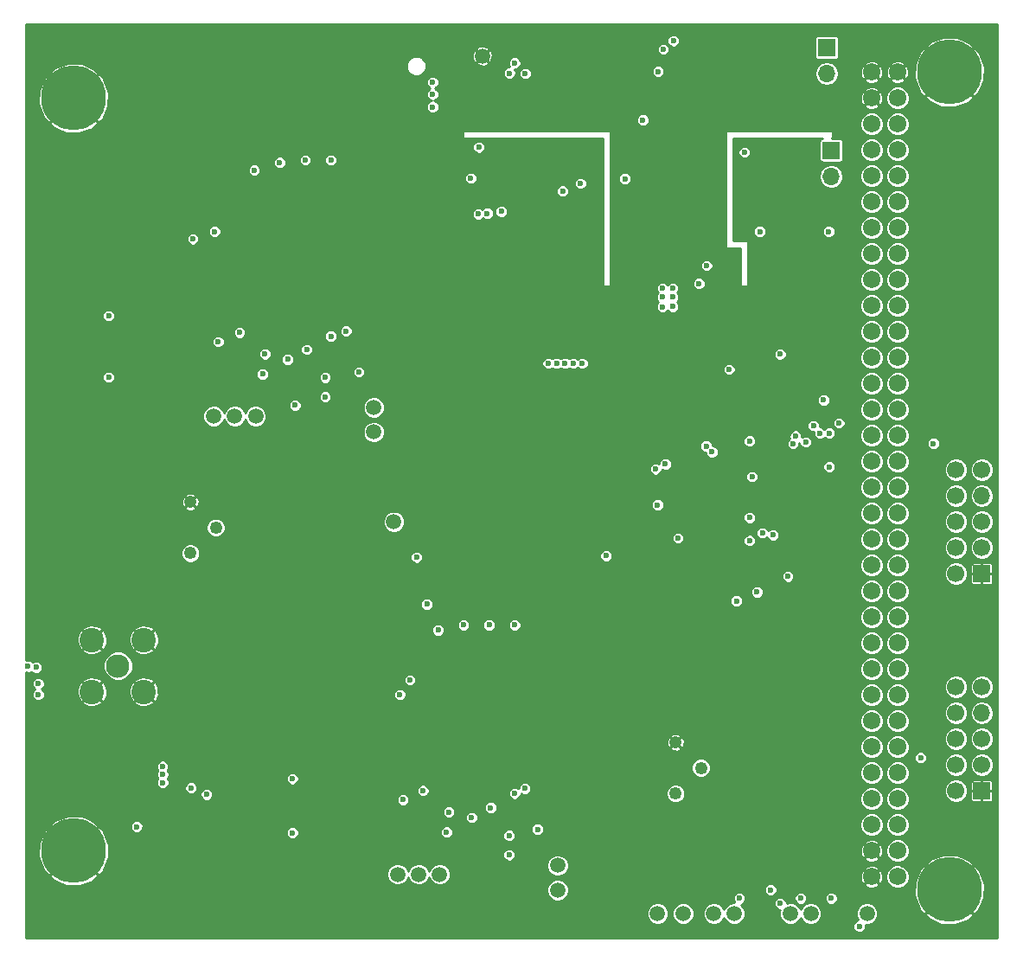
<source format=gbr>
G04 #@! TF.FileFunction,Copper,L2,Inr,Plane*
%FSLAX46Y46*%
G04 Gerber Fmt 4.6, Leading zero omitted, Abs format (unit mm)*
G04 Created by KiCad (PCBNEW 4.0.7-e2-6376~58~ubuntu16.04.1) date Fri Apr 27 15:43:48 2018*
%MOMM*%
%LPD*%
G01*
G04 APERTURE LIST*
%ADD10C,0.100000*%
%ADD11C,1.500000*%
%ADD12C,1.250000*%
%ADD13R,1.700000X1.700000*%
%ADD14C,1.700000*%
%ADD15O,1.700000X1.700000*%
%ADD16C,0.300000*%
%ADD17C,1.720000*%
%ADD18C,6.350000*%
%ADD19C,2.400000*%
%ADD20C,2.300000*%
%ADD21C,0.600000*%
%ADD22C,0.254000*%
G04 APERTURE END LIST*
D10*
D11*
X189750000Y-145750000D03*
X195250000Y-145750000D03*
X187750000Y-145750000D03*
X182250000Y-145750000D03*
X157580000Y-61820000D03*
X148920000Y-107420000D03*
X174750000Y-145750000D03*
X180250000Y-145750000D03*
X177250000Y-145750000D03*
D12*
X176500000Y-134000000D03*
X179000000Y-131500000D03*
X176500000Y-129000000D03*
D11*
X146960000Y-98620000D03*
X164970000Y-143450000D03*
X133340000Y-97070000D03*
X131280000Y-97070000D03*
X135400000Y-97070000D03*
X146960000Y-96220000D03*
X151350000Y-141900000D03*
X149290000Y-141900000D03*
X153410000Y-141900000D03*
X164970000Y-141050000D03*
D13*
X206500000Y-112500000D03*
D14*
X203960000Y-112500000D03*
X206500000Y-109960000D03*
X203960000Y-109960000D03*
X206500000Y-107420000D03*
X203960000Y-107420000D03*
D15*
X206500000Y-104880000D03*
D14*
X203960000Y-104880000D03*
X206500000Y-102340000D03*
X203960000Y-102340000D03*
D13*
X206500000Y-133750000D03*
D14*
X203960000Y-133750000D03*
X206500000Y-131210000D03*
X203960000Y-131210000D03*
X206500000Y-128670000D03*
X203960000Y-128670000D03*
D15*
X206500000Y-126130000D03*
D14*
X203960000Y-126130000D03*
X206500000Y-123590000D03*
X203960000Y-123590000D03*
D16*
X153450000Y-113670000D03*
X153450000Y-113060000D03*
X153450000Y-112480000D03*
D17*
X195690000Y-63410000D03*
X195690000Y-65950000D03*
X195690000Y-68490000D03*
X195690000Y-71030000D03*
X195690000Y-73570000D03*
X195690000Y-76110000D03*
X195690000Y-78650000D03*
X195690000Y-81190000D03*
X195690000Y-83730000D03*
X195690000Y-86270000D03*
X195690000Y-88810000D03*
X195690000Y-91350000D03*
X195690000Y-93890000D03*
X195690000Y-96430000D03*
X195690000Y-98970000D03*
X195690000Y-101510000D03*
X195690000Y-104050000D03*
X195690000Y-106590000D03*
X195690000Y-109130000D03*
X195690000Y-111670000D03*
X195690000Y-114210000D03*
X195690000Y-116750000D03*
X195690000Y-119290000D03*
X195690000Y-121830000D03*
X195690000Y-124370000D03*
X195690000Y-126910000D03*
X195690000Y-129450000D03*
X195690000Y-131990000D03*
X195690000Y-134530000D03*
X195690000Y-137070000D03*
X195690000Y-139610000D03*
X195690000Y-142150000D03*
X198230000Y-63410000D03*
X198230000Y-65950000D03*
X198230000Y-68490000D03*
X198230000Y-71030000D03*
X198230000Y-73570000D03*
X198230000Y-76110000D03*
X198230000Y-78650000D03*
X198230000Y-81190000D03*
X198230000Y-83730000D03*
X198230000Y-86270000D03*
X198230000Y-88810000D03*
X198230000Y-91350000D03*
X198230000Y-93890000D03*
X198230000Y-96430000D03*
X198230000Y-98970000D03*
X198230000Y-101510000D03*
X198230000Y-104050000D03*
X198230000Y-106590000D03*
X198230000Y-109130000D03*
X198230000Y-111670000D03*
X198230000Y-114210000D03*
X198230000Y-116750000D03*
X198230000Y-119290000D03*
X198230000Y-121830000D03*
X198230000Y-124370000D03*
X198230000Y-126910000D03*
X198230000Y-129450000D03*
X198230000Y-131990000D03*
X198230000Y-134530000D03*
X198230000Y-137070000D03*
X198230000Y-139610000D03*
X198230000Y-142150000D03*
D18*
X117580000Y-65950000D03*
X203310000Y-63410000D03*
X203310000Y-143420000D03*
X117580000Y-139610000D03*
D19*
X124460000Y-124040000D03*
X124460000Y-118960000D03*
X119380000Y-118960000D03*
D20*
X121920000Y-121500000D03*
D19*
X119380000Y-124040000D03*
D12*
X129000000Y-110480000D03*
X131500000Y-107980000D03*
X129000000Y-105480000D03*
D13*
X191310000Y-61000000D03*
D15*
X191310000Y-63540000D03*
D13*
X191750000Y-71050000D03*
D15*
X191750000Y-73590000D03*
D21*
X136250000Y-121750000D03*
X142250000Y-121750000D03*
X148000000Y-121750000D03*
X142250000Y-102000000D03*
X148250000Y-102000000D03*
X155750000Y-86750000D03*
X157500000Y-88500000D03*
X159250000Y-73500000D03*
X186000000Y-76000000D03*
X152500000Y-62000000D03*
X145000000Y-68250000D03*
X144250000Y-61750000D03*
X132250000Y-128645000D03*
X132250000Y-130500000D03*
X132250000Y-132750000D03*
X132250000Y-134645000D03*
X132250000Y-137750000D03*
X132250000Y-139000000D03*
X132250000Y-140645000D03*
X132250000Y-142500000D03*
X132250000Y-144000000D03*
X132250000Y-145820000D03*
X133275000Y-146845000D03*
X135250000Y-146750000D03*
X137500000Y-146750000D03*
X139250000Y-146250000D03*
X141000000Y-146500000D03*
X143500000Y-146500000D03*
X145150000Y-146691390D03*
X147250000Y-146500000D03*
X149250000Y-146500000D03*
X151150000Y-146691390D03*
X153250000Y-146500000D03*
X155000000Y-146500000D03*
X157150000Y-146691390D03*
X159000000Y-146691390D03*
X161250000Y-146691390D03*
X163150000Y-146691390D03*
X165250000Y-146500000D03*
X167250000Y-146500000D03*
X169125000Y-146691390D03*
X170150000Y-145820000D03*
X170250000Y-142500000D03*
X170150000Y-140645000D03*
X170250000Y-139000000D03*
X170250000Y-136500000D03*
X167750000Y-137500000D03*
X167750000Y-133250000D03*
X170150000Y-134645000D03*
X170250000Y-132750000D03*
X170250000Y-130500000D03*
X170150000Y-128645000D03*
X170150000Y-122670000D03*
X169125000Y-121645000D03*
X166000000Y-121750000D03*
X165000000Y-121750000D03*
X163150000Y-121645000D03*
X160250000Y-121750000D03*
X157150000Y-121645000D03*
X153999990Y-121750000D03*
X151150000Y-121645000D03*
X145150000Y-121645000D03*
X139150000Y-121645000D03*
X133275000Y-121645000D03*
X132250000Y-122670000D03*
X121140000Y-101960000D03*
X123000000Y-102000000D03*
X125250000Y-102000000D03*
X127140000Y-101960000D03*
X129750000Y-102000000D03*
X133140000Y-101960000D03*
X134750000Y-102000000D03*
X139140000Y-101960000D03*
X145140000Y-101960000D03*
X151115000Y-101960000D03*
X152140000Y-100935000D03*
X152250000Y-99246000D03*
X152250000Y-97500000D03*
X152140000Y-95760000D03*
X152250000Y-94000000D03*
X152250000Y-92500000D03*
X152140000Y-89760000D03*
X152250000Y-81500000D03*
X152250000Y-79500000D03*
X152140000Y-77785000D03*
X151115000Y-76760000D03*
X149000000Y-76750000D03*
X147000000Y-76750000D03*
X145140000Y-76760000D03*
X143000000Y-76750000D03*
X140750000Y-76750000D03*
X139140000Y-76760000D03*
X136000000Y-76750000D03*
X133140000Y-76760000D03*
X131250000Y-76750000D03*
X129000000Y-76750000D03*
X127140000Y-76760000D03*
X125000000Y-76750000D03*
X122750000Y-76750000D03*
X121140000Y-76760000D03*
X119500000Y-76750000D03*
X117000000Y-76750000D03*
X115265000Y-76760000D03*
X114240000Y-77785000D03*
X114250000Y-80500000D03*
X114250000Y-82250000D03*
X114240000Y-83760000D03*
X114250000Y-85500000D03*
X114250000Y-86750000D03*
X114250000Y-88250000D03*
X114240000Y-89760000D03*
X114250000Y-91250000D03*
X114250000Y-92750000D03*
X114250000Y-94250000D03*
X114240000Y-95760000D03*
X114250000Y-97750000D03*
X114250000Y-99250000D03*
X151750000Y-135250000D03*
X148750000Y-136250000D03*
X148250000Y-140500000D03*
X146500000Y-138500000D03*
X148000000Y-135500000D03*
X148750000Y-133000000D03*
X143750000Y-137500000D03*
X137750000Y-132750000D03*
X136500000Y-132750000D03*
X134750000Y-132750000D03*
X134000000Y-132000000D03*
X133000000Y-130750000D03*
X133000000Y-129500000D03*
X133000000Y-128250000D03*
X130250000Y-127750000D03*
X128750000Y-127750000D03*
X128000000Y-128500000D03*
X127000000Y-129250000D03*
X124750000Y-129250000D03*
X122500000Y-129250000D03*
X120000000Y-129250000D03*
X116740735Y-129259265D03*
X115990735Y-128509265D03*
X114750000Y-127500000D03*
X136500000Y-128750000D03*
X137750000Y-128750000D03*
X139000000Y-128750000D03*
X147500000Y-128750000D03*
X145000000Y-128750000D03*
X142500000Y-128750000D03*
X141250000Y-126500000D03*
X141250000Y-125000000D03*
X140250000Y-124000000D03*
X138250000Y-124000000D03*
X135500000Y-124000000D03*
X133500000Y-124000000D03*
X131500000Y-124000000D03*
X129750000Y-124000000D03*
X128000000Y-124000000D03*
X126000000Y-124000000D03*
X122500000Y-125750000D03*
X120500000Y-125750000D03*
X145500000Y-85250000D03*
X146000000Y-115250000D03*
X144500000Y-116750000D03*
X141750000Y-117250000D03*
X135750000Y-117250000D03*
X130750000Y-117250000D03*
X129000000Y-117250000D03*
X127250000Y-117250000D03*
X125500000Y-117250000D03*
X124000000Y-117250000D03*
X122000000Y-117250000D03*
X120500000Y-117250000D03*
X119500000Y-117250000D03*
X129750000Y-88750000D03*
X130500000Y-89750000D03*
X133750000Y-91500000D03*
X139750000Y-87000000D03*
X139500000Y-87750000D03*
X153250000Y-90750000D03*
X155000000Y-92500000D03*
X157000000Y-94500000D03*
X158750000Y-96250000D03*
X160000000Y-97250000D03*
X161000000Y-98000000D03*
X163250000Y-98000000D03*
X166250000Y-98000000D03*
X168250000Y-98000000D03*
X171750000Y-98000000D03*
X174250000Y-98000000D03*
X176250000Y-98000000D03*
X181750000Y-98750000D03*
X180750000Y-92750000D03*
X179750000Y-93750000D03*
X177000000Y-93750000D03*
X176000000Y-94500000D03*
X174000000Y-94500000D03*
X170000000Y-94500000D03*
X167000000Y-94500000D03*
X165250000Y-94500000D03*
X164250000Y-94500000D03*
X163250000Y-94250000D03*
X162250000Y-93250000D03*
X160750000Y-91750000D03*
X159750000Y-90750000D03*
X154000000Y-85000000D03*
X152750000Y-84750000D03*
X152140000Y-83760000D03*
X151000000Y-83000000D03*
X149750000Y-81750000D03*
X148250000Y-81500000D03*
X148250000Y-80250000D03*
X148250000Y-79000000D03*
X147500000Y-78000000D03*
X146000000Y-77750000D03*
X144750000Y-77750000D03*
X143250000Y-77750000D03*
X142000000Y-77750000D03*
X141000000Y-78750000D03*
X140500000Y-80250000D03*
X140000000Y-81250000D03*
X138500000Y-81250000D03*
X136750000Y-81900002D03*
X135746445Y-81753555D03*
X134750000Y-81750000D03*
X134000000Y-81750000D03*
X133000000Y-81750000D03*
X132500000Y-82500000D03*
X133250000Y-82500000D03*
X134250000Y-82500000D03*
X135000000Y-82500000D03*
X136000000Y-82500000D03*
X136500000Y-83250000D03*
X135500000Y-83250000D03*
X134750000Y-83250000D03*
X133750000Y-83250000D03*
X132750000Y-83250000D03*
X131750000Y-83750000D03*
X130250000Y-83750000D03*
X129000000Y-83750000D03*
X127000000Y-83750000D03*
X125750000Y-83750000D03*
X123750000Y-83750000D03*
X122000000Y-83750000D03*
X120250000Y-83750000D03*
X119000000Y-83750000D03*
X117250000Y-83750000D03*
X116250000Y-84750000D03*
X115750000Y-86000000D03*
X115750000Y-87250000D03*
X115750000Y-88500000D03*
X115750000Y-89750000D03*
X115750000Y-91500000D03*
X115750000Y-93250000D03*
X115750000Y-95000000D03*
X115750000Y-96500000D03*
X115750000Y-97750000D03*
X115750000Y-99500000D03*
X115750000Y-101000000D03*
X113500000Y-120250000D03*
X113500000Y-118750000D03*
X113500000Y-117250000D03*
X113500000Y-115750000D03*
X113500000Y-114500000D03*
X113500000Y-113250000D03*
X113500000Y-111750000D03*
X113500000Y-110750000D03*
X113500000Y-109750000D03*
X113500000Y-108500000D03*
X113500000Y-107000000D03*
X114000000Y-106250000D03*
X114750000Y-105500000D03*
X115750000Y-104500000D03*
X115750000Y-103250000D03*
X124500000Y-93500000D03*
X124500000Y-94500000D03*
X124500000Y-96500000D03*
X124500000Y-97500000D03*
X124500000Y-98750000D03*
X120250000Y-98750000D03*
X120250000Y-100000000D03*
X120250000Y-101000000D03*
X120250000Y-102750000D03*
X120250000Y-104000000D03*
X120250000Y-105250000D03*
X120250000Y-106750000D03*
X118500000Y-108500000D03*
X117250000Y-110000000D03*
X117250000Y-111750000D03*
X117250000Y-113750000D03*
X119500000Y-113750000D03*
X121500000Y-113750000D03*
X123250000Y-113750000D03*
X125750000Y-113750000D03*
X128250000Y-113750000D03*
X130500000Y-113750000D03*
X134250000Y-113750000D03*
X138000000Y-113750000D03*
X140250000Y-113750000D03*
X140983374Y-112766626D03*
X141000000Y-108500000D03*
X142000000Y-107750000D03*
X145000000Y-107750000D03*
X147250000Y-108250000D03*
X150500000Y-108250000D03*
X151500000Y-108250000D03*
X153250000Y-108250000D03*
X155000000Y-108250000D03*
X156750000Y-108250000D03*
X157750000Y-110500000D03*
X147500000Y-116750000D03*
X149750000Y-116750000D03*
X151250000Y-116750000D03*
X153000000Y-116750000D03*
X157750000Y-112000000D03*
X158750000Y-112250000D03*
X159500000Y-113000000D03*
X161000000Y-113000000D03*
X162500000Y-113000000D03*
X164250000Y-113000000D03*
X165750000Y-113000000D03*
X167500000Y-113000000D03*
X169250000Y-113000000D03*
X170250000Y-113750000D03*
X171000000Y-114500000D03*
X172500000Y-115000000D03*
X177250000Y-110000000D03*
X176941644Y-111191644D03*
X178000000Y-114750000D03*
X182500000Y-109250000D03*
X182500000Y-111111010D03*
X183500000Y-114750000D03*
X183750000Y-117000000D03*
X183500000Y-119250000D03*
X183250000Y-121000000D03*
X183250000Y-121750000D03*
X183250000Y-123000000D03*
X183750000Y-124000000D03*
X184500000Y-124750000D03*
X185750000Y-125250000D03*
X188000000Y-127500000D03*
X188000000Y-128750000D03*
X187250000Y-129500000D03*
X186000000Y-130500000D03*
X184500000Y-130500000D03*
X182500000Y-129000000D03*
X182500000Y-128000000D03*
X181750000Y-127250000D03*
X180750000Y-127250000D03*
X179500000Y-127250000D03*
X177750000Y-127250000D03*
X176250000Y-127250000D03*
X174666999Y-127250000D03*
X173750000Y-127250000D03*
X172250000Y-127250000D03*
X170750000Y-127250000D03*
X169250000Y-127250000D03*
X168000000Y-127250000D03*
X167000000Y-127750000D03*
X166250000Y-128500000D03*
X165250000Y-129500000D03*
X166500000Y-130750000D03*
X166500000Y-132250000D03*
X150497844Y-126747844D03*
X151500000Y-126750000D03*
X152250000Y-126750000D03*
X153000000Y-126750000D03*
X154000000Y-126750000D03*
X154500000Y-127500000D03*
X153500000Y-127500000D03*
X152500000Y-127500000D03*
X151750000Y-127500000D03*
X151000000Y-127500000D03*
X150250000Y-127500000D03*
X150250000Y-128250000D03*
X151250000Y-128250000D03*
X152250000Y-128250000D03*
X153250000Y-128250000D03*
X154250000Y-128250000D03*
X155000000Y-126500000D03*
X156500000Y-126500000D03*
X158250000Y-126500000D03*
X161750000Y-126500000D03*
X162750000Y-125750000D03*
X163750000Y-124750000D03*
X165250000Y-123750000D03*
X167500000Y-123500000D03*
X169000000Y-123500000D03*
X155250000Y-116750000D03*
X157750000Y-116750000D03*
X160250000Y-116750000D03*
X162000000Y-116750000D03*
X163750000Y-116750000D03*
X166000000Y-116750000D03*
X166750000Y-117500000D03*
X167500000Y-118250000D03*
X168500000Y-119250000D03*
X170500000Y-121227000D03*
X178500000Y-122750000D03*
X176500000Y-123250000D03*
X174250000Y-123250000D03*
X172250000Y-123250000D03*
X186500000Y-111250000D03*
X183000000Y-130000000D03*
X186750000Y-126250000D03*
X178000000Y-117500000D03*
X183500000Y-120000000D03*
X183500000Y-118250000D03*
X180445000Y-119125000D03*
X171500000Y-115750000D03*
X177000000Y-115250000D03*
X178250000Y-93250000D03*
X177500000Y-113500000D03*
X183000000Y-112000000D03*
X158500000Y-136500000D03*
X159750000Y-126000000D03*
X122500000Y-99750000D03*
X124985000Y-95485000D03*
X130000000Y-91750000D03*
X130000000Y-95500000D03*
X147500000Y-88500000D03*
X149500000Y-92500000D03*
X150500000Y-88750000D03*
X151500000Y-92000000D03*
X148500000Y-86500000D03*
X147250000Y-79500000D03*
X141750000Y-79500000D03*
X141500000Y-81000000D03*
X180500000Y-122250000D03*
X134000000Y-108000000D03*
X184250000Y-135000000D03*
X159500000Y-117500000D03*
X141500000Y-72250000D03*
X139000000Y-72250000D03*
X174020000Y-105020000D03*
X188000237Y-100558944D03*
X183750000Y-100500000D03*
X134530000Y-85990000D03*
X135255000Y-86715000D03*
X135255000Y-85265000D03*
X133805000Y-85265000D03*
X133805000Y-86715000D03*
X153265000Y-130095000D03*
X153265000Y-131545000D03*
X151815000Y-131545000D03*
X152540000Y-130820000D03*
X151815000Y-130095000D03*
X192500000Y-145000000D03*
X185250000Y-144000000D03*
X183508948Y-144502982D03*
X181250000Y-144500000D03*
X175750000Y-144500000D03*
X157500000Y-132250000D03*
X154500000Y-133250000D03*
X178500000Y-116250000D03*
X177250000Y-119000000D03*
X184000000Y-116000000D03*
X140500000Y-92250000D03*
X136500000Y-88500000D03*
X126000000Y-92500000D03*
X181250000Y-109250000D03*
X177750000Y-109250000D03*
X188750000Y-89500000D03*
X183000000Y-89500000D03*
X187370000Y-96280000D03*
X187370000Y-94680000D03*
X185770000Y-94680000D03*
X185770000Y-96280000D03*
X178690000Y-105060000D03*
X180290000Y-105060000D03*
X180290000Y-103460000D03*
X178750000Y-103500000D03*
X173750000Y-102250000D03*
X173750000Y-107750000D03*
X175250000Y-108000000D03*
X176500000Y-107000000D03*
X185750000Y-106000000D03*
X185750000Y-103750000D03*
X178750000Y-98750000D03*
X177500000Y-98750000D03*
X181750000Y-97250000D03*
X181750000Y-93750000D03*
X192250000Y-94750000D03*
X192250000Y-93500000D03*
X184000000Y-92500000D03*
X182750000Y-91250000D03*
X177500000Y-68250000D03*
X178500000Y-67250000D03*
X172750000Y-67000000D03*
X176000000Y-63250000D03*
X125000000Y-137250000D03*
X113500000Y-126500000D03*
X178250000Y-144750000D03*
X134250000Y-73000000D03*
X152250000Y-118000000D03*
X136500000Y-72250000D03*
X157000000Y-117500000D03*
X154500000Y-117500000D03*
X189000000Y-77750000D03*
X186634898Y-81138344D03*
X185270000Y-73520000D03*
X185810000Y-89960000D03*
X155650000Y-109780000D03*
X156650000Y-109780000D03*
X153450000Y-111680000D03*
X153450000Y-114380000D03*
X153450000Y-113060000D03*
X152750000Y-111580000D03*
X149150000Y-115580000D03*
X154170000Y-116300000D03*
X165950000Y-72540000D03*
X163450000Y-72790000D03*
X166200000Y-79540000D03*
X167200000Y-82790000D03*
X156450000Y-76540000D03*
X160200000Y-71790000D03*
X161450000Y-71540000D03*
X181050000Y-80340000D03*
X181050000Y-78090000D03*
X170550000Y-82590000D03*
X170550000Y-80340000D03*
X170550000Y-78090000D03*
X187800000Y-68840000D03*
X184550000Y-68840000D03*
X181300000Y-68840000D03*
X163800000Y-68840000D03*
X167050000Y-68840000D03*
X170300000Y-68840000D03*
X182250000Y-81000000D03*
X176300000Y-59310000D03*
X169970000Y-60800000D03*
X190000000Y-98000000D03*
X190638002Y-98750000D03*
X188250000Y-99000000D03*
X189250000Y-99600000D03*
X192500000Y-97750000D03*
X152150000Y-115480000D03*
X151150000Y-110880000D03*
X174750000Y-105760002D03*
X187997018Y-99758948D03*
X183994862Y-102992788D03*
X191550000Y-102030000D03*
X191550000Y-98730000D03*
X188750000Y-144250000D03*
X191750000Y-144250000D03*
X185815687Y-143434313D03*
X182750000Y-144250000D03*
X114110010Y-123250000D03*
X123750000Y-137250000D03*
X142750000Y-72000000D03*
X140250000Y-72000000D03*
X137750000Y-72250000D03*
X135250000Y-73000000D03*
X160750000Y-117500000D03*
X158250000Y-117500000D03*
X155750000Y-117500000D03*
X153250000Y-118000000D03*
X184480000Y-114280000D03*
X182460000Y-115160000D03*
X183750000Y-107000000D03*
X176750000Y-109000000D03*
X179500000Y-100000000D03*
X186750000Y-91000000D03*
X191000000Y-95500000D03*
X183750000Y-99500000D03*
X181750000Y-92500000D03*
X149820000Y-134610000D03*
X142750000Y-89250000D03*
X160750000Y-134000000D03*
X161750000Y-133500000D03*
X163000000Y-137500000D03*
X133820000Y-88880000D03*
X151780000Y-133710000D03*
X175230000Y-84550000D03*
X175230000Y-85420000D03*
X175230000Y-86360000D03*
X176240000Y-86350000D03*
X176240000Y-85420000D03*
X176240000Y-84550000D03*
X139000000Y-137840000D03*
X139000000Y-132560000D03*
X145500000Y-92750000D03*
X144250000Y-88750000D03*
X121000000Y-87250000D03*
X121000000Y-93250000D03*
X183250000Y-71250000D03*
X184750000Y-79000000D03*
X154310000Y-135810000D03*
X158410000Y-135380000D03*
X136300000Y-90980000D03*
X140400000Y-90550000D03*
X160210000Y-138110000D03*
X160210000Y-140010000D03*
X154080000Y-137780000D03*
X156540000Y-136350000D03*
X131720000Y-89780000D03*
X142200000Y-93280000D03*
X142200000Y-95180000D03*
X136070000Y-92950000D03*
X138530000Y-91520000D03*
X149510000Y-124330000D03*
X129240000Y-79720000D03*
X150500000Y-122890000D03*
X131380000Y-79000000D03*
X175500000Y-101750000D03*
X186049265Y-108700735D03*
X174550003Y-102250000D03*
X185000000Y-108500000D03*
X169700000Y-110740000D03*
X191500000Y-79000000D03*
X139250000Y-96000000D03*
X167370000Y-91900000D03*
X166510000Y-91900000D03*
X164030000Y-91900000D03*
X164860000Y-91900000D03*
X165690000Y-91900000D03*
X194500000Y-147000000D03*
X180065687Y-100565687D03*
X183750000Y-109250000D03*
X187500000Y-112750000D03*
X200500000Y-130500000D03*
X130590000Y-134090000D03*
X186750000Y-144750000D03*
X129060000Y-133450000D03*
X157200000Y-77290000D03*
X165450000Y-75040000D03*
X156450000Y-73790000D03*
X167200000Y-74290000D03*
X126294382Y-132939981D03*
X113110000Y-121550000D03*
X113904648Y-121660000D03*
X126300000Y-132140000D03*
X114110010Y-124307208D03*
X126285915Y-131340123D03*
X152720000Y-64400000D03*
X152720000Y-65560000D03*
X152720000Y-66810000D03*
X160250000Y-63500000D03*
X161790000Y-63540000D03*
X160750000Y-62500000D03*
X157250000Y-70750000D03*
X159450000Y-77040000D03*
X158073000Y-77224154D03*
X201750000Y-99750000D03*
X174800000Y-63340000D03*
X173300000Y-68090000D03*
X171550000Y-73840000D03*
X175300000Y-61165002D03*
X179550000Y-82340000D03*
X176300000Y-60340000D03*
X178800000Y-84090000D03*
D22*
G36*
X208013000Y-148123000D02*
X112877000Y-148123000D01*
X112877000Y-147124171D01*
X193872891Y-147124171D01*
X193968145Y-147354703D01*
X194144369Y-147531235D01*
X194374735Y-147626891D01*
X194624171Y-147627109D01*
X194854703Y-147531855D01*
X195031235Y-147355631D01*
X195126891Y-147125265D01*
X195127109Y-146875829D01*
X195106882Y-146826876D01*
X195463289Y-146827187D01*
X195859275Y-146663569D01*
X196162504Y-146360868D01*
X196326813Y-145965168D01*
X196326914Y-145849391D01*
X200884852Y-145849391D01*
X201257426Y-146250230D01*
X202496752Y-146820278D01*
X203859886Y-146872664D01*
X205139306Y-146399414D01*
X205362574Y-146250230D01*
X205735148Y-145849391D01*
X203310000Y-143424243D01*
X200884852Y-145849391D01*
X196326914Y-145849391D01*
X196327187Y-145536711D01*
X196163569Y-145140725D01*
X195860868Y-144837496D01*
X195465168Y-144673187D01*
X195036711Y-144672813D01*
X194640725Y-144836431D01*
X194337496Y-145139132D01*
X194173187Y-145534832D01*
X194172813Y-145963289D01*
X194336431Y-146359275D01*
X194357559Y-146380440D01*
X194145297Y-146468145D01*
X193968765Y-146644369D01*
X193873109Y-146874735D01*
X193872891Y-147124171D01*
X112877000Y-147124171D01*
X112877000Y-145963289D01*
X173672813Y-145963289D01*
X173836431Y-146359275D01*
X174139132Y-146662504D01*
X174534832Y-146826813D01*
X174963289Y-146827187D01*
X175359275Y-146663569D01*
X175662504Y-146360868D01*
X175826813Y-145965168D01*
X175826814Y-145963289D01*
X176172813Y-145963289D01*
X176336431Y-146359275D01*
X176639132Y-146662504D01*
X177034832Y-146826813D01*
X177463289Y-146827187D01*
X177859275Y-146663569D01*
X178162504Y-146360868D01*
X178326813Y-145965168D01*
X178326814Y-145963289D01*
X179172813Y-145963289D01*
X179336431Y-146359275D01*
X179639132Y-146662504D01*
X180034832Y-146826813D01*
X180463289Y-146827187D01*
X180859275Y-146663569D01*
X181162504Y-146360868D01*
X181250012Y-146150125D01*
X181336431Y-146359275D01*
X181639132Y-146662504D01*
X182034832Y-146826813D01*
X182463289Y-146827187D01*
X182859275Y-146663569D01*
X183162504Y-146360868D01*
X183326813Y-145965168D01*
X183327187Y-145536711D01*
X183163569Y-145140725D01*
X182897479Y-144874171D01*
X186122891Y-144874171D01*
X186218145Y-145104703D01*
X186394369Y-145281235D01*
X186624735Y-145376891D01*
X186738728Y-145376991D01*
X186673187Y-145534832D01*
X186672813Y-145963289D01*
X186836431Y-146359275D01*
X187139132Y-146662504D01*
X187534832Y-146826813D01*
X187963289Y-146827187D01*
X188359275Y-146663569D01*
X188662504Y-146360868D01*
X188750012Y-146150125D01*
X188836431Y-146359275D01*
X189139132Y-146662504D01*
X189534832Y-146826813D01*
X189963289Y-146827187D01*
X190359275Y-146663569D01*
X190662504Y-146360868D01*
X190826813Y-145965168D01*
X190827187Y-145536711D01*
X190663569Y-145140725D01*
X190360868Y-144837496D01*
X189965168Y-144673187D01*
X189536711Y-144672813D01*
X189140725Y-144836431D01*
X188837496Y-145139132D01*
X188749988Y-145349875D01*
X188663569Y-145140725D01*
X188360868Y-144837496D01*
X187965168Y-144673187D01*
X187536711Y-144672813D01*
X187377010Y-144738800D01*
X187377109Y-144625829D01*
X187281855Y-144395297D01*
X187260766Y-144374171D01*
X188122891Y-144374171D01*
X188218145Y-144604703D01*
X188394369Y-144781235D01*
X188624735Y-144876891D01*
X188874171Y-144877109D01*
X189104703Y-144781855D01*
X189281235Y-144605631D01*
X189376891Y-144375265D01*
X189376891Y-144374171D01*
X191122891Y-144374171D01*
X191218145Y-144604703D01*
X191394369Y-144781235D01*
X191624735Y-144876891D01*
X191874171Y-144877109D01*
X192104703Y-144781855D01*
X192281235Y-144605631D01*
X192376891Y-144375265D01*
X192377109Y-144125829D01*
X192312675Y-143969886D01*
X199857336Y-143969886D01*
X200330586Y-145249306D01*
X200479770Y-145472574D01*
X200880609Y-145845148D01*
X203305757Y-143420000D01*
X203314243Y-143420000D01*
X205739391Y-145845148D01*
X206140230Y-145472574D01*
X206710278Y-144233248D01*
X206762664Y-142870114D01*
X206289414Y-141590694D01*
X206140230Y-141367426D01*
X205739391Y-140994852D01*
X203314243Y-143420000D01*
X203305757Y-143420000D01*
X200880609Y-140994852D01*
X200479770Y-141367426D01*
X199909722Y-142606752D01*
X199857336Y-143969886D01*
X192312675Y-143969886D01*
X192281855Y-143895297D01*
X192105631Y-143718765D01*
X191875265Y-143623109D01*
X191625829Y-143622891D01*
X191395297Y-143718145D01*
X191218765Y-143894369D01*
X191123109Y-144124735D01*
X191122891Y-144374171D01*
X189376891Y-144374171D01*
X189377109Y-144125829D01*
X189281855Y-143895297D01*
X189105631Y-143718765D01*
X188875265Y-143623109D01*
X188625829Y-143622891D01*
X188395297Y-143718145D01*
X188218765Y-143894369D01*
X188123109Y-144124735D01*
X188122891Y-144374171D01*
X187260766Y-144374171D01*
X187105631Y-144218765D01*
X186875265Y-144123109D01*
X186625829Y-144122891D01*
X186395297Y-144218145D01*
X186218765Y-144394369D01*
X186123109Y-144624735D01*
X186122891Y-144874171D01*
X182897479Y-144874171D01*
X182892749Y-144869433D01*
X183104703Y-144781855D01*
X183281235Y-144605631D01*
X183376891Y-144375265D01*
X183377109Y-144125829D01*
X183281855Y-143895297D01*
X183105631Y-143718765D01*
X182875265Y-143623109D01*
X182625829Y-143622891D01*
X182395297Y-143718145D01*
X182218765Y-143894369D01*
X182123109Y-144124735D01*
X182122891Y-144374171D01*
X182218145Y-144604703D01*
X182286354Y-144673031D01*
X182036711Y-144672813D01*
X181640725Y-144836431D01*
X181337496Y-145139132D01*
X181249988Y-145349875D01*
X181163569Y-145140725D01*
X180860868Y-144837496D01*
X180465168Y-144673187D01*
X180036711Y-144672813D01*
X179640725Y-144836431D01*
X179337496Y-145139132D01*
X179173187Y-145534832D01*
X179172813Y-145963289D01*
X178326814Y-145963289D01*
X178327187Y-145536711D01*
X178163569Y-145140725D01*
X177860868Y-144837496D01*
X177465168Y-144673187D01*
X177036711Y-144672813D01*
X176640725Y-144836431D01*
X176337496Y-145139132D01*
X176173187Y-145534832D01*
X176172813Y-145963289D01*
X175826814Y-145963289D01*
X175827187Y-145536711D01*
X175663569Y-145140725D01*
X175360868Y-144837496D01*
X174965168Y-144673187D01*
X174536711Y-144672813D01*
X174140725Y-144836431D01*
X173837496Y-145139132D01*
X173673187Y-145534832D01*
X173672813Y-145963289D01*
X112877000Y-145963289D01*
X112877000Y-143663289D01*
X163892813Y-143663289D01*
X164056431Y-144059275D01*
X164359132Y-144362504D01*
X164754832Y-144526813D01*
X165183289Y-144527187D01*
X165579275Y-144363569D01*
X165882504Y-144060868D01*
X166046813Y-143665168D01*
X166046906Y-143558484D01*
X185188578Y-143558484D01*
X185283832Y-143789016D01*
X185460056Y-143965548D01*
X185690422Y-144061204D01*
X185939858Y-144061422D01*
X186170390Y-143966168D01*
X186346922Y-143789944D01*
X186442578Y-143559578D01*
X186442796Y-143310142D01*
X186347542Y-143079610D01*
X186178595Y-142910367D01*
X194933876Y-142910367D01*
X195024808Y-143070662D01*
X195427765Y-143255139D01*
X195870645Y-143271368D01*
X196286023Y-143116879D01*
X196355192Y-143070662D01*
X196446124Y-142910367D01*
X195690000Y-142154243D01*
X194933876Y-142910367D01*
X186178595Y-142910367D01*
X186171318Y-142903078D01*
X185940952Y-142807422D01*
X185691516Y-142807204D01*
X185460984Y-142902458D01*
X185284452Y-143078682D01*
X185188796Y-143309048D01*
X185188578Y-143558484D01*
X166046906Y-143558484D01*
X166047187Y-143236711D01*
X165883569Y-142840725D01*
X165580868Y-142537496D01*
X165185168Y-142373187D01*
X164756711Y-142372813D01*
X164360725Y-142536431D01*
X164057496Y-142839132D01*
X163893187Y-143234832D01*
X163892813Y-143663289D01*
X112877000Y-143663289D01*
X112877000Y-142039391D01*
X115154852Y-142039391D01*
X115527426Y-142440230D01*
X116766752Y-143010278D01*
X118129886Y-143062664D01*
X119409306Y-142589414D01*
X119632574Y-142440230D01*
X119936460Y-142113289D01*
X148212813Y-142113289D01*
X148376431Y-142509275D01*
X148679132Y-142812504D01*
X149074832Y-142976813D01*
X149503289Y-142977187D01*
X149899275Y-142813569D01*
X150202504Y-142510868D01*
X150320086Y-142227699D01*
X150436431Y-142509275D01*
X150739132Y-142812504D01*
X151134832Y-142976813D01*
X151563289Y-142977187D01*
X151959275Y-142813569D01*
X152262504Y-142510868D01*
X152380086Y-142227699D01*
X152496431Y-142509275D01*
X152799132Y-142812504D01*
X153194832Y-142976813D01*
X153623289Y-142977187D01*
X154019275Y-142813569D01*
X154322504Y-142510868D01*
X154397339Y-142330645D01*
X194568632Y-142330645D01*
X194723121Y-142746023D01*
X194769338Y-142815192D01*
X194929633Y-142906124D01*
X195685757Y-142150000D01*
X195694243Y-142150000D01*
X196450367Y-142906124D01*
X196610662Y-142815192D01*
X196795139Y-142412235D01*
X196796134Y-142385073D01*
X197042794Y-142385073D01*
X197223123Y-142821503D01*
X197556740Y-143155703D01*
X197992855Y-143336794D01*
X198465073Y-143337206D01*
X198901503Y-143156877D01*
X199235703Y-142823260D01*
X199416794Y-142387145D01*
X199417206Y-141914927D01*
X199236877Y-141478497D01*
X198903260Y-141144297D01*
X198533139Y-140990609D01*
X200884852Y-140990609D01*
X203310000Y-143415757D01*
X205735148Y-140990609D01*
X205362574Y-140589770D01*
X204123248Y-140019722D01*
X202760114Y-139967336D01*
X201480694Y-140440586D01*
X201257426Y-140589770D01*
X200884852Y-140990609D01*
X198533139Y-140990609D01*
X198467145Y-140963206D01*
X197994927Y-140962794D01*
X197558497Y-141143123D01*
X197224297Y-141476740D01*
X197043206Y-141912855D01*
X197042794Y-142385073D01*
X196796134Y-142385073D01*
X196811368Y-141969355D01*
X196656879Y-141553977D01*
X196610662Y-141484808D01*
X196450367Y-141393876D01*
X195694243Y-142150000D01*
X195685757Y-142150000D01*
X194929633Y-141393876D01*
X194769338Y-141484808D01*
X194584861Y-141887765D01*
X194568632Y-142330645D01*
X154397339Y-142330645D01*
X154486813Y-142115168D01*
X154487187Y-141686711D01*
X154323569Y-141290725D01*
X154296181Y-141263289D01*
X163892813Y-141263289D01*
X164056431Y-141659275D01*
X164359132Y-141962504D01*
X164754832Y-142126813D01*
X165183289Y-142127187D01*
X165579275Y-141963569D01*
X165882504Y-141660868D01*
X165995130Y-141389633D01*
X194933876Y-141389633D01*
X195690000Y-142145757D01*
X196446124Y-141389633D01*
X196355192Y-141229338D01*
X195952235Y-141044861D01*
X195509355Y-141028632D01*
X195093977Y-141183121D01*
X195024808Y-141229338D01*
X194933876Y-141389633D01*
X165995130Y-141389633D01*
X166046813Y-141265168D01*
X166047187Y-140836711D01*
X165883569Y-140440725D01*
X165813334Y-140370367D01*
X194933876Y-140370367D01*
X195024808Y-140530662D01*
X195427765Y-140715139D01*
X195870645Y-140731368D01*
X196286023Y-140576879D01*
X196355192Y-140530662D01*
X196446124Y-140370367D01*
X195690000Y-139614243D01*
X194933876Y-140370367D01*
X165813334Y-140370367D01*
X165580868Y-140137496D01*
X165185168Y-139973187D01*
X164756711Y-139972813D01*
X164360725Y-140136431D01*
X164057496Y-140439132D01*
X163893187Y-140834832D01*
X163892813Y-141263289D01*
X154296181Y-141263289D01*
X154020868Y-140987496D01*
X153625168Y-140823187D01*
X153196711Y-140822813D01*
X152800725Y-140986431D01*
X152497496Y-141289132D01*
X152379914Y-141572301D01*
X152263569Y-141290725D01*
X151960868Y-140987496D01*
X151565168Y-140823187D01*
X151136711Y-140822813D01*
X150740725Y-140986431D01*
X150437496Y-141289132D01*
X150319914Y-141572301D01*
X150203569Y-141290725D01*
X149900868Y-140987496D01*
X149505168Y-140823187D01*
X149076711Y-140822813D01*
X148680725Y-140986431D01*
X148377496Y-141289132D01*
X148213187Y-141684832D01*
X148212813Y-142113289D01*
X119936460Y-142113289D01*
X120005148Y-142039391D01*
X117580000Y-139614243D01*
X115154852Y-142039391D01*
X112877000Y-142039391D01*
X112877000Y-140159886D01*
X114127336Y-140159886D01*
X114600586Y-141439306D01*
X114749770Y-141662574D01*
X115150609Y-142035148D01*
X117575757Y-139610000D01*
X117584243Y-139610000D01*
X120009391Y-142035148D01*
X120410230Y-141662574D01*
X120980278Y-140423248D01*
X120991387Y-140134171D01*
X159582891Y-140134171D01*
X159678145Y-140364703D01*
X159854369Y-140541235D01*
X160084735Y-140636891D01*
X160334171Y-140637109D01*
X160564703Y-140541855D01*
X160741235Y-140365631D01*
X160836891Y-140135265D01*
X160837109Y-139885829D01*
X160797780Y-139790645D01*
X194568632Y-139790645D01*
X194723121Y-140206023D01*
X194769338Y-140275192D01*
X194929633Y-140366124D01*
X195685757Y-139610000D01*
X195694243Y-139610000D01*
X196450367Y-140366124D01*
X196610662Y-140275192D01*
X196795139Y-139872235D01*
X196796134Y-139845073D01*
X197042794Y-139845073D01*
X197223123Y-140281503D01*
X197556740Y-140615703D01*
X197992855Y-140796794D01*
X198465073Y-140797206D01*
X198901503Y-140616877D01*
X199235703Y-140283260D01*
X199416794Y-139847145D01*
X199417206Y-139374927D01*
X199236877Y-138938497D01*
X198903260Y-138604297D01*
X198467145Y-138423206D01*
X197994927Y-138422794D01*
X197558497Y-138603123D01*
X197224297Y-138936740D01*
X197043206Y-139372855D01*
X197042794Y-139845073D01*
X196796134Y-139845073D01*
X196811368Y-139429355D01*
X196656879Y-139013977D01*
X196610662Y-138944808D01*
X196450367Y-138853876D01*
X195694243Y-139610000D01*
X195685757Y-139610000D01*
X194929633Y-138853876D01*
X194769338Y-138944808D01*
X194584861Y-139347765D01*
X194568632Y-139790645D01*
X160797780Y-139790645D01*
X160741855Y-139655297D01*
X160565631Y-139478765D01*
X160335265Y-139383109D01*
X160085829Y-139382891D01*
X159855297Y-139478145D01*
X159678765Y-139654369D01*
X159583109Y-139884735D01*
X159582891Y-140134171D01*
X120991387Y-140134171D01*
X121032664Y-139060114D01*
X120954809Y-138849633D01*
X194933876Y-138849633D01*
X195690000Y-139605757D01*
X196446124Y-138849633D01*
X196355192Y-138689338D01*
X195952235Y-138504861D01*
X195509355Y-138488632D01*
X195093977Y-138643121D01*
X195024808Y-138689338D01*
X194933876Y-138849633D01*
X120954809Y-138849633D01*
X120627282Y-137964171D01*
X138372891Y-137964171D01*
X138468145Y-138194703D01*
X138644369Y-138371235D01*
X138874735Y-138466891D01*
X139124171Y-138467109D01*
X139354703Y-138371855D01*
X139531235Y-138195631D01*
X139626891Y-137965265D01*
X139626944Y-137904171D01*
X153452891Y-137904171D01*
X153548145Y-138134703D01*
X153724369Y-138311235D01*
X153954735Y-138406891D01*
X154204171Y-138407109D01*
X154434703Y-138311855D01*
X154512522Y-138234171D01*
X159582891Y-138234171D01*
X159678145Y-138464703D01*
X159854369Y-138641235D01*
X160084735Y-138736891D01*
X160334171Y-138737109D01*
X160564703Y-138641855D01*
X160741235Y-138465631D01*
X160836891Y-138235265D01*
X160837109Y-137985829D01*
X160741855Y-137755297D01*
X160610958Y-137624171D01*
X162372891Y-137624171D01*
X162468145Y-137854703D01*
X162644369Y-138031235D01*
X162874735Y-138126891D01*
X163124171Y-138127109D01*
X163354703Y-138031855D01*
X163531235Y-137855631D01*
X163626891Y-137625265D01*
X163627109Y-137375829D01*
X163597874Y-137305073D01*
X194502794Y-137305073D01*
X194683123Y-137741503D01*
X195016740Y-138075703D01*
X195452855Y-138256794D01*
X195925073Y-138257206D01*
X196361503Y-138076877D01*
X196695703Y-137743260D01*
X196876794Y-137307145D01*
X196876795Y-137305073D01*
X197042794Y-137305073D01*
X197223123Y-137741503D01*
X197556740Y-138075703D01*
X197992855Y-138256794D01*
X198465073Y-138257206D01*
X198901503Y-138076877D01*
X199235703Y-137743260D01*
X199416794Y-137307145D01*
X199417206Y-136834927D01*
X199236877Y-136398497D01*
X198903260Y-136064297D01*
X198467145Y-135883206D01*
X197994927Y-135882794D01*
X197558497Y-136063123D01*
X197224297Y-136396740D01*
X197043206Y-136832855D01*
X197042794Y-137305073D01*
X196876795Y-137305073D01*
X196877206Y-136834927D01*
X196696877Y-136398497D01*
X196363260Y-136064297D01*
X195927145Y-135883206D01*
X195454927Y-135882794D01*
X195018497Y-136063123D01*
X194684297Y-136396740D01*
X194503206Y-136832855D01*
X194502794Y-137305073D01*
X163597874Y-137305073D01*
X163531855Y-137145297D01*
X163355631Y-136968765D01*
X163125265Y-136873109D01*
X162875829Y-136872891D01*
X162645297Y-136968145D01*
X162468765Y-137144369D01*
X162373109Y-137374735D01*
X162372891Y-137624171D01*
X160610958Y-137624171D01*
X160565631Y-137578765D01*
X160335265Y-137483109D01*
X160085829Y-137482891D01*
X159855297Y-137578145D01*
X159678765Y-137754369D01*
X159583109Y-137984735D01*
X159582891Y-138234171D01*
X154512522Y-138234171D01*
X154611235Y-138135631D01*
X154706891Y-137905265D01*
X154707109Y-137655829D01*
X154611855Y-137425297D01*
X154435631Y-137248765D01*
X154205265Y-137153109D01*
X153955829Y-137152891D01*
X153725297Y-137248145D01*
X153548765Y-137424369D01*
X153453109Y-137654735D01*
X153452891Y-137904171D01*
X139626944Y-137904171D01*
X139627109Y-137715829D01*
X139531855Y-137485297D01*
X139355631Y-137308765D01*
X139125265Y-137213109D01*
X138875829Y-137212891D01*
X138645297Y-137308145D01*
X138468765Y-137484369D01*
X138373109Y-137714735D01*
X138372891Y-137964171D01*
X120627282Y-137964171D01*
X120559414Y-137780694D01*
X120410230Y-137557426D01*
X120213073Y-137374171D01*
X123122891Y-137374171D01*
X123218145Y-137604703D01*
X123394369Y-137781235D01*
X123624735Y-137876891D01*
X123874171Y-137877109D01*
X124104703Y-137781855D01*
X124281235Y-137605631D01*
X124376891Y-137375265D01*
X124377109Y-137125829D01*
X124281855Y-136895297D01*
X124105631Y-136718765D01*
X123875265Y-136623109D01*
X123625829Y-136622891D01*
X123395297Y-136718145D01*
X123218765Y-136894369D01*
X123123109Y-137124735D01*
X123122891Y-137374171D01*
X120213073Y-137374171D01*
X120009391Y-137184852D01*
X117584243Y-139610000D01*
X117575757Y-139610000D01*
X115150609Y-137184852D01*
X114749770Y-137557426D01*
X114179722Y-138796752D01*
X114127336Y-140159886D01*
X112877000Y-140159886D01*
X112877000Y-137180609D01*
X115154852Y-137180609D01*
X117580000Y-139605757D01*
X120005148Y-137180609D01*
X119632574Y-136779770D01*
X118968180Y-136474171D01*
X155912891Y-136474171D01*
X156008145Y-136704703D01*
X156184369Y-136881235D01*
X156414735Y-136976891D01*
X156664171Y-136977109D01*
X156894703Y-136881855D01*
X157071235Y-136705631D01*
X157166891Y-136475265D01*
X157167109Y-136225829D01*
X157071855Y-135995297D01*
X156895631Y-135818765D01*
X156665265Y-135723109D01*
X156415829Y-135722891D01*
X156185297Y-135818145D01*
X156008765Y-135994369D01*
X155913109Y-136224735D01*
X155912891Y-136474171D01*
X118968180Y-136474171D01*
X118393248Y-136209722D01*
X117030114Y-136157336D01*
X115750694Y-136630586D01*
X115527426Y-136779770D01*
X115154852Y-137180609D01*
X112877000Y-137180609D01*
X112877000Y-135934171D01*
X153682891Y-135934171D01*
X153778145Y-136164703D01*
X153954369Y-136341235D01*
X154184735Y-136436891D01*
X154434171Y-136437109D01*
X154664703Y-136341855D01*
X154841235Y-136165631D01*
X154936891Y-135935265D01*
X154937109Y-135685829D01*
X154862050Y-135504171D01*
X157782891Y-135504171D01*
X157878145Y-135734703D01*
X158054369Y-135911235D01*
X158284735Y-136006891D01*
X158534171Y-136007109D01*
X158764703Y-135911855D01*
X158941235Y-135735631D01*
X159036891Y-135505265D01*
X159037109Y-135255829D01*
X158941855Y-135025297D01*
X158765631Y-134848765D01*
X158535265Y-134753109D01*
X158285829Y-134752891D01*
X158055297Y-134848145D01*
X157878765Y-135024369D01*
X157783109Y-135254735D01*
X157782891Y-135504171D01*
X154862050Y-135504171D01*
X154841855Y-135455297D01*
X154665631Y-135278765D01*
X154435265Y-135183109D01*
X154185829Y-135182891D01*
X153955297Y-135278145D01*
X153778765Y-135454369D01*
X153683109Y-135684735D01*
X153682891Y-135934171D01*
X112877000Y-135934171D01*
X112877000Y-134734171D01*
X149192891Y-134734171D01*
X149288145Y-134964703D01*
X149464369Y-135141235D01*
X149694735Y-135236891D01*
X149944171Y-135237109D01*
X150174703Y-135141855D01*
X150351235Y-134965631D01*
X150446891Y-134735265D01*
X150447109Y-134485829D01*
X150351855Y-134255297D01*
X150175631Y-134078765D01*
X149945265Y-133983109D01*
X149695829Y-133982891D01*
X149465297Y-134078145D01*
X149288765Y-134254369D01*
X149193109Y-134484735D01*
X149192891Y-134734171D01*
X112877000Y-134734171D01*
X112877000Y-134214171D01*
X129962891Y-134214171D01*
X130058145Y-134444703D01*
X130234369Y-134621235D01*
X130464735Y-134716891D01*
X130714171Y-134717109D01*
X130944703Y-134621855D01*
X131121235Y-134445631D01*
X131216891Y-134215265D01*
X131217109Y-133965829D01*
X131162709Y-133834171D01*
X151152891Y-133834171D01*
X151248145Y-134064703D01*
X151424369Y-134241235D01*
X151654735Y-134336891D01*
X151904171Y-134337109D01*
X152134703Y-134241855D01*
X152252592Y-134124171D01*
X160122891Y-134124171D01*
X160218145Y-134354703D01*
X160394369Y-134531235D01*
X160624735Y-134626891D01*
X160874171Y-134627109D01*
X161104703Y-134531855D01*
X161281235Y-134355631D01*
X161350619Y-134188534D01*
X175547835Y-134188534D01*
X175692463Y-134538560D01*
X175960031Y-134806596D01*
X176309805Y-134951835D01*
X176688534Y-134952165D01*
X177038560Y-134807537D01*
X177081098Y-134765073D01*
X194502794Y-134765073D01*
X194683123Y-135201503D01*
X195016740Y-135535703D01*
X195452855Y-135716794D01*
X195925073Y-135717206D01*
X196361503Y-135536877D01*
X196695703Y-135203260D01*
X196876794Y-134767145D01*
X196876795Y-134765073D01*
X197042794Y-134765073D01*
X197223123Y-135201503D01*
X197556740Y-135535703D01*
X197992855Y-135716794D01*
X198465073Y-135717206D01*
X198901503Y-135536877D01*
X199235703Y-135203260D01*
X199416794Y-134767145D01*
X199417206Y-134294927D01*
X199288359Y-133983093D01*
X202782796Y-133983093D01*
X202961606Y-134415846D01*
X203292412Y-134747230D01*
X203724853Y-134926795D01*
X204193093Y-134927204D01*
X204625846Y-134748394D01*
X204957230Y-134417588D01*
X205136795Y-133985147D01*
X205136942Y-133816500D01*
X205396000Y-133816500D01*
X205396000Y-134650524D01*
X205434669Y-134743880D01*
X205506121Y-134815331D01*
X205599476Y-134854000D01*
X206433500Y-134854000D01*
X206497000Y-134790500D01*
X206497000Y-133753000D01*
X206503000Y-133753000D01*
X206503000Y-134790500D01*
X206566500Y-134854000D01*
X207400524Y-134854000D01*
X207493879Y-134815331D01*
X207565331Y-134743880D01*
X207604000Y-134650524D01*
X207604000Y-133816500D01*
X207540500Y-133753000D01*
X206503000Y-133753000D01*
X206497000Y-133753000D01*
X205459500Y-133753000D01*
X205396000Y-133816500D01*
X205136942Y-133816500D01*
X205137204Y-133516907D01*
X204958394Y-133084154D01*
X204724126Y-132849476D01*
X205396000Y-132849476D01*
X205396000Y-133683500D01*
X205459500Y-133747000D01*
X206497000Y-133747000D01*
X206497000Y-132709500D01*
X206503000Y-132709500D01*
X206503000Y-133747000D01*
X207540500Y-133747000D01*
X207604000Y-133683500D01*
X207604000Y-132849476D01*
X207565331Y-132756120D01*
X207493879Y-132684669D01*
X207400524Y-132646000D01*
X206566500Y-132646000D01*
X206503000Y-132709500D01*
X206497000Y-132709500D01*
X206433500Y-132646000D01*
X205599476Y-132646000D01*
X205506121Y-132684669D01*
X205434669Y-132756120D01*
X205396000Y-132849476D01*
X204724126Y-132849476D01*
X204627588Y-132752770D01*
X204195147Y-132573205D01*
X203726907Y-132572796D01*
X203294154Y-132751606D01*
X202962770Y-133082412D01*
X202783205Y-133514853D01*
X202782796Y-133983093D01*
X199288359Y-133983093D01*
X199236877Y-133858497D01*
X198903260Y-133524297D01*
X198467145Y-133343206D01*
X197994927Y-133342794D01*
X197558497Y-133523123D01*
X197224297Y-133856740D01*
X197043206Y-134292855D01*
X197042794Y-134765073D01*
X196876795Y-134765073D01*
X196877206Y-134294927D01*
X196696877Y-133858497D01*
X196363260Y-133524297D01*
X195927145Y-133343206D01*
X195454927Y-133342794D01*
X195018497Y-133523123D01*
X194684297Y-133856740D01*
X194503206Y-134292855D01*
X194502794Y-134765073D01*
X177081098Y-134765073D01*
X177306596Y-134539969D01*
X177451835Y-134190195D01*
X177452165Y-133811466D01*
X177307537Y-133461440D01*
X177039969Y-133193404D01*
X176690195Y-133048165D01*
X176311466Y-133047835D01*
X175961440Y-133192463D01*
X175693404Y-133460031D01*
X175548165Y-133809805D01*
X175547835Y-134188534D01*
X161350619Y-134188534D01*
X161376891Y-134125265D01*
X161376988Y-134013824D01*
X161394369Y-134031235D01*
X161624735Y-134126891D01*
X161874171Y-134127109D01*
X162104703Y-134031855D01*
X162281235Y-133855631D01*
X162376891Y-133625265D01*
X162377109Y-133375829D01*
X162281855Y-133145297D01*
X162105631Y-132968765D01*
X161875265Y-132873109D01*
X161625829Y-132872891D01*
X161395297Y-132968145D01*
X161218765Y-133144369D01*
X161123109Y-133374735D01*
X161123012Y-133486176D01*
X161105631Y-133468765D01*
X160875265Y-133373109D01*
X160625829Y-133372891D01*
X160395297Y-133468145D01*
X160218765Y-133644369D01*
X160123109Y-133874735D01*
X160122891Y-134124171D01*
X152252592Y-134124171D01*
X152311235Y-134065631D01*
X152406891Y-133835265D01*
X152407109Y-133585829D01*
X152311855Y-133355297D01*
X152135631Y-133178765D01*
X151905265Y-133083109D01*
X151655829Y-133082891D01*
X151425297Y-133178145D01*
X151248765Y-133354369D01*
X151153109Y-133584735D01*
X151152891Y-133834171D01*
X131162709Y-133834171D01*
X131121855Y-133735297D01*
X130945631Y-133558765D01*
X130715265Y-133463109D01*
X130465829Y-133462891D01*
X130235297Y-133558145D01*
X130058765Y-133734369D01*
X129963109Y-133964735D01*
X129962891Y-134214171D01*
X112877000Y-134214171D01*
X112877000Y-133574171D01*
X128432891Y-133574171D01*
X128528145Y-133804703D01*
X128704369Y-133981235D01*
X128934735Y-134076891D01*
X129184171Y-134077109D01*
X129414703Y-133981855D01*
X129591235Y-133805631D01*
X129686891Y-133575265D01*
X129687109Y-133325829D01*
X129591855Y-133095297D01*
X129415631Y-132918765D01*
X129185265Y-132823109D01*
X128935829Y-132822891D01*
X128705297Y-132918145D01*
X128528765Y-133094369D01*
X128433109Y-133324735D01*
X128432891Y-133574171D01*
X112877000Y-133574171D01*
X112877000Y-131464294D01*
X125658806Y-131464294D01*
X125754060Y-131694826D01*
X125806171Y-131747028D01*
X125768765Y-131784369D01*
X125673109Y-132014735D01*
X125672891Y-132264171D01*
X125768145Y-132494703D01*
X125810474Y-132537106D01*
X125763147Y-132584350D01*
X125667491Y-132814716D01*
X125667273Y-133064152D01*
X125762527Y-133294684D01*
X125938751Y-133471216D01*
X126169117Y-133566872D01*
X126418553Y-133567090D01*
X126649085Y-133471836D01*
X126825617Y-133295612D01*
X126921273Y-133065246D01*
X126921491Y-132815810D01*
X126867099Y-132684171D01*
X138372891Y-132684171D01*
X138468145Y-132914703D01*
X138644369Y-133091235D01*
X138874735Y-133186891D01*
X139124171Y-133187109D01*
X139354703Y-133091855D01*
X139531235Y-132915631D01*
X139626891Y-132685265D01*
X139627109Y-132435829D01*
X139531855Y-132205297D01*
X139355631Y-132028765D01*
X139125265Y-131933109D01*
X138875829Y-131932891D01*
X138645297Y-132028145D01*
X138468765Y-132204369D01*
X138373109Y-132434735D01*
X138372891Y-132684171D01*
X126867099Y-132684171D01*
X126826237Y-132585278D01*
X126783908Y-132542875D01*
X126831235Y-132495631D01*
X126926891Y-132265265D01*
X126927109Y-132015829D01*
X126831855Y-131785297D01*
X126779744Y-131733095D01*
X126817150Y-131695754D01*
X126820147Y-131688534D01*
X178047835Y-131688534D01*
X178192463Y-132038560D01*
X178460031Y-132306596D01*
X178809805Y-132451835D01*
X179188534Y-132452165D01*
X179538560Y-132307537D01*
X179621168Y-132225073D01*
X194502794Y-132225073D01*
X194683123Y-132661503D01*
X195016740Y-132995703D01*
X195452855Y-133176794D01*
X195925073Y-133177206D01*
X196361503Y-132996877D01*
X196695703Y-132663260D01*
X196876794Y-132227145D01*
X196876795Y-132225073D01*
X197042794Y-132225073D01*
X197223123Y-132661503D01*
X197556740Y-132995703D01*
X197992855Y-133176794D01*
X198465073Y-133177206D01*
X198901503Y-132996877D01*
X199235703Y-132663260D01*
X199416794Y-132227145D01*
X199417206Y-131754927D01*
X199288359Y-131443093D01*
X202782796Y-131443093D01*
X202961606Y-131875846D01*
X203292412Y-132207230D01*
X203724853Y-132386795D01*
X204193093Y-132387204D01*
X204625846Y-132208394D01*
X204957230Y-131877588D01*
X205136795Y-131445147D01*
X205136796Y-131443093D01*
X205322796Y-131443093D01*
X205501606Y-131875846D01*
X205832412Y-132207230D01*
X206264853Y-132386795D01*
X206733093Y-132387204D01*
X207165846Y-132208394D01*
X207497230Y-131877588D01*
X207676795Y-131445147D01*
X207677204Y-130976907D01*
X207498394Y-130544154D01*
X207167588Y-130212770D01*
X206735147Y-130033205D01*
X206266907Y-130032796D01*
X205834154Y-130211606D01*
X205502770Y-130542412D01*
X205323205Y-130974853D01*
X205322796Y-131443093D01*
X205136796Y-131443093D01*
X205137204Y-130976907D01*
X204958394Y-130544154D01*
X204627588Y-130212770D01*
X204195147Y-130033205D01*
X203726907Y-130032796D01*
X203294154Y-130211606D01*
X202962770Y-130542412D01*
X202783205Y-130974853D01*
X202782796Y-131443093D01*
X199288359Y-131443093D01*
X199236877Y-131318497D01*
X198903260Y-130984297D01*
X198467145Y-130803206D01*
X197994927Y-130802794D01*
X197558497Y-130983123D01*
X197224297Y-131316740D01*
X197043206Y-131752855D01*
X197042794Y-132225073D01*
X196876795Y-132225073D01*
X196877206Y-131754927D01*
X196696877Y-131318497D01*
X196363260Y-130984297D01*
X195927145Y-130803206D01*
X195454927Y-130802794D01*
X195018497Y-130983123D01*
X194684297Y-131316740D01*
X194503206Y-131752855D01*
X194502794Y-132225073D01*
X179621168Y-132225073D01*
X179806596Y-132039969D01*
X179951835Y-131690195D01*
X179952165Y-131311466D01*
X179807537Y-130961440D01*
X179539969Y-130693404D01*
X179190195Y-130548165D01*
X178811466Y-130547835D01*
X178461440Y-130692463D01*
X178193404Y-130960031D01*
X178048165Y-131309805D01*
X178047835Y-131688534D01*
X126820147Y-131688534D01*
X126912806Y-131465388D01*
X126913024Y-131215952D01*
X126817770Y-130985420D01*
X126641546Y-130808888D01*
X126411180Y-130713232D01*
X126161744Y-130713014D01*
X125931212Y-130808268D01*
X125754680Y-130984492D01*
X125659024Y-131214858D01*
X125658806Y-131464294D01*
X112877000Y-131464294D01*
X112877000Y-129590940D01*
X175913302Y-129590940D01*
X175975644Y-129726817D01*
X176293699Y-129872154D01*
X176643162Y-129884713D01*
X176970829Y-129762583D01*
X177024356Y-129726817D01*
X177043508Y-129685073D01*
X194502794Y-129685073D01*
X194683123Y-130121503D01*
X195016740Y-130455703D01*
X195452855Y-130636794D01*
X195925073Y-130637206D01*
X196361503Y-130456877D01*
X196695703Y-130123260D01*
X196876794Y-129687145D01*
X196876795Y-129685073D01*
X197042794Y-129685073D01*
X197223123Y-130121503D01*
X197556740Y-130455703D01*
X197992855Y-130636794D01*
X198465073Y-130637206D01*
X198496620Y-130624171D01*
X199872891Y-130624171D01*
X199968145Y-130854703D01*
X200144369Y-131031235D01*
X200374735Y-131126891D01*
X200624171Y-131127109D01*
X200854703Y-131031855D01*
X201031235Y-130855631D01*
X201126891Y-130625265D01*
X201127109Y-130375829D01*
X201031855Y-130145297D01*
X200855631Y-129968765D01*
X200625265Y-129873109D01*
X200375829Y-129872891D01*
X200145297Y-129968145D01*
X199968765Y-130144369D01*
X199873109Y-130374735D01*
X199872891Y-130624171D01*
X198496620Y-130624171D01*
X198901503Y-130456877D01*
X199235703Y-130123260D01*
X199416794Y-129687145D01*
X199417206Y-129214927D01*
X199288359Y-128903093D01*
X202782796Y-128903093D01*
X202961606Y-129335846D01*
X203292412Y-129667230D01*
X203724853Y-129846795D01*
X204193093Y-129847204D01*
X204625846Y-129668394D01*
X204957230Y-129337588D01*
X205136795Y-128905147D01*
X205136796Y-128903093D01*
X205322796Y-128903093D01*
X205501606Y-129335846D01*
X205832412Y-129667230D01*
X206264853Y-129846795D01*
X206733093Y-129847204D01*
X207165846Y-129668394D01*
X207497230Y-129337588D01*
X207676795Y-128905147D01*
X207677204Y-128436907D01*
X207498394Y-128004154D01*
X207167588Y-127672770D01*
X206735147Y-127493205D01*
X206266907Y-127492796D01*
X205834154Y-127671606D01*
X205502770Y-128002412D01*
X205323205Y-128434853D01*
X205322796Y-128903093D01*
X205136796Y-128903093D01*
X205137204Y-128436907D01*
X204958394Y-128004154D01*
X204627588Y-127672770D01*
X204195147Y-127493205D01*
X203726907Y-127492796D01*
X203294154Y-127671606D01*
X202962770Y-128002412D01*
X202783205Y-128434853D01*
X202782796Y-128903093D01*
X199288359Y-128903093D01*
X199236877Y-128778497D01*
X198903260Y-128444297D01*
X198467145Y-128263206D01*
X197994927Y-128262794D01*
X197558497Y-128443123D01*
X197224297Y-128776740D01*
X197043206Y-129212855D01*
X197042794Y-129685073D01*
X196876795Y-129685073D01*
X196877206Y-129214927D01*
X196696877Y-128778497D01*
X196363260Y-128444297D01*
X195927145Y-128263206D01*
X195454927Y-128262794D01*
X195018497Y-128443123D01*
X194684297Y-128776740D01*
X194503206Y-129212855D01*
X194502794Y-129685073D01*
X177043508Y-129685073D01*
X177086698Y-129590940D01*
X176500000Y-129004243D01*
X175913302Y-129590940D01*
X112877000Y-129590940D01*
X112877000Y-129143162D01*
X175615287Y-129143162D01*
X175737417Y-129470829D01*
X175773183Y-129524356D01*
X175909060Y-129586698D01*
X176495757Y-129000000D01*
X176504243Y-129000000D01*
X177090940Y-129586698D01*
X177226817Y-129524356D01*
X177372154Y-129206301D01*
X177384713Y-128856838D01*
X177262583Y-128529171D01*
X177226817Y-128475644D01*
X177090940Y-128413302D01*
X176504243Y-129000000D01*
X176495757Y-129000000D01*
X175909060Y-128413302D01*
X175773183Y-128475644D01*
X175627846Y-128793699D01*
X175615287Y-129143162D01*
X112877000Y-129143162D01*
X112877000Y-128409060D01*
X175913302Y-128409060D01*
X176500000Y-128995757D01*
X177086698Y-128409060D01*
X177024356Y-128273183D01*
X176706301Y-128127846D01*
X176356838Y-128115287D01*
X176029171Y-128237417D01*
X175975644Y-128273183D01*
X175913302Y-128409060D01*
X112877000Y-128409060D01*
X112877000Y-127145073D01*
X194502794Y-127145073D01*
X194683123Y-127581503D01*
X195016740Y-127915703D01*
X195452855Y-128096794D01*
X195925073Y-128097206D01*
X196361503Y-127916877D01*
X196695703Y-127583260D01*
X196876794Y-127147145D01*
X196876795Y-127145073D01*
X197042794Y-127145073D01*
X197223123Y-127581503D01*
X197556740Y-127915703D01*
X197992855Y-128096794D01*
X198465073Y-128097206D01*
X198901503Y-127916877D01*
X199235703Y-127583260D01*
X199416794Y-127147145D01*
X199417206Y-126674927D01*
X199288359Y-126363093D01*
X202782796Y-126363093D01*
X202961606Y-126795846D01*
X203292412Y-127127230D01*
X203724853Y-127306795D01*
X204193093Y-127307204D01*
X204625846Y-127128394D01*
X204957230Y-126797588D01*
X205136795Y-126365147D01*
X205137020Y-126106941D01*
X205323000Y-126106941D01*
X205323000Y-126153059D01*
X205412594Y-126603477D01*
X205667735Y-126985324D01*
X206049582Y-127240465D01*
X206500000Y-127330059D01*
X206950418Y-127240465D01*
X207332265Y-126985324D01*
X207587406Y-126603477D01*
X207677000Y-126153059D01*
X207677000Y-126106941D01*
X207587406Y-125656523D01*
X207332265Y-125274676D01*
X206950418Y-125019535D01*
X206500000Y-124929941D01*
X206049582Y-125019535D01*
X205667735Y-125274676D01*
X205412594Y-125656523D01*
X205323000Y-126106941D01*
X205137020Y-126106941D01*
X205137204Y-125896907D01*
X204958394Y-125464154D01*
X204627588Y-125132770D01*
X204195147Y-124953205D01*
X203726907Y-124952796D01*
X203294154Y-125131606D01*
X202962770Y-125462412D01*
X202783205Y-125894853D01*
X202782796Y-126363093D01*
X199288359Y-126363093D01*
X199236877Y-126238497D01*
X198903260Y-125904297D01*
X198467145Y-125723206D01*
X197994927Y-125722794D01*
X197558497Y-125903123D01*
X197224297Y-126236740D01*
X197043206Y-126672855D01*
X197042794Y-127145073D01*
X196876795Y-127145073D01*
X196877206Y-126674927D01*
X196696877Y-126238497D01*
X196363260Y-125904297D01*
X195927145Y-125723206D01*
X195454927Y-125722794D01*
X195018497Y-125903123D01*
X194684297Y-126236740D01*
X194503206Y-126672855D01*
X194502794Y-127145073D01*
X112877000Y-127145073D01*
X112877000Y-125045494D01*
X118378749Y-125045494D01*
X118511046Y-125241118D01*
X119036839Y-125482223D01*
X119614875Y-125503762D01*
X120157154Y-125302457D01*
X120248954Y-125241118D01*
X120381251Y-125045494D01*
X123458749Y-125045494D01*
X123591046Y-125241118D01*
X124116839Y-125482223D01*
X124694875Y-125503762D01*
X125237154Y-125302457D01*
X125328954Y-125241118D01*
X125461251Y-125045494D01*
X124460000Y-124044243D01*
X123458749Y-125045494D01*
X120381251Y-125045494D01*
X119380000Y-124044243D01*
X118378749Y-125045494D01*
X112877000Y-125045494D01*
X112877000Y-123374171D01*
X113482901Y-123374171D01*
X113578155Y-123604703D01*
X113751901Y-123778753D01*
X113578775Y-123951577D01*
X113483119Y-124181943D01*
X113482901Y-124431379D01*
X113578155Y-124661911D01*
X113754379Y-124838443D01*
X113984745Y-124934099D01*
X114234181Y-124934317D01*
X114464713Y-124839063D01*
X114641245Y-124662839D01*
X114736901Y-124432473D01*
X114737038Y-124274875D01*
X117916238Y-124274875D01*
X118117543Y-124817154D01*
X118178882Y-124908954D01*
X118374506Y-125041251D01*
X119375757Y-124040000D01*
X119384243Y-124040000D01*
X120385494Y-125041251D01*
X120581118Y-124908954D01*
X120822223Y-124383161D01*
X120826257Y-124274875D01*
X122996238Y-124274875D01*
X123197543Y-124817154D01*
X123258882Y-124908954D01*
X123454506Y-125041251D01*
X124455757Y-124040000D01*
X124464243Y-124040000D01*
X125465494Y-125041251D01*
X125661118Y-124908954D01*
X125869661Y-124454171D01*
X148882891Y-124454171D01*
X148978145Y-124684703D01*
X149154369Y-124861235D01*
X149384735Y-124956891D01*
X149634171Y-124957109D01*
X149864703Y-124861855D01*
X150041235Y-124685631D01*
X150074685Y-124605073D01*
X194502794Y-124605073D01*
X194683123Y-125041503D01*
X195016740Y-125375703D01*
X195452855Y-125556794D01*
X195925073Y-125557206D01*
X196361503Y-125376877D01*
X196695703Y-125043260D01*
X196876794Y-124607145D01*
X196876795Y-124605073D01*
X197042794Y-124605073D01*
X197223123Y-125041503D01*
X197556740Y-125375703D01*
X197992855Y-125556794D01*
X198465073Y-125557206D01*
X198901503Y-125376877D01*
X199235703Y-125043260D01*
X199416794Y-124607145D01*
X199417206Y-124134927D01*
X199288359Y-123823093D01*
X202782796Y-123823093D01*
X202961606Y-124255846D01*
X203292412Y-124587230D01*
X203724853Y-124766795D01*
X204193093Y-124767204D01*
X204625846Y-124588394D01*
X204957230Y-124257588D01*
X205136795Y-123825147D01*
X205136796Y-123823093D01*
X205322796Y-123823093D01*
X205501606Y-124255846D01*
X205832412Y-124587230D01*
X206264853Y-124766795D01*
X206733093Y-124767204D01*
X207165846Y-124588394D01*
X207497230Y-124257588D01*
X207676795Y-123825147D01*
X207677204Y-123356907D01*
X207498394Y-122924154D01*
X207167588Y-122592770D01*
X206735147Y-122413205D01*
X206266907Y-122412796D01*
X205834154Y-122591606D01*
X205502770Y-122922412D01*
X205323205Y-123354853D01*
X205322796Y-123823093D01*
X205136796Y-123823093D01*
X205137204Y-123356907D01*
X204958394Y-122924154D01*
X204627588Y-122592770D01*
X204195147Y-122413205D01*
X203726907Y-122412796D01*
X203294154Y-122591606D01*
X202962770Y-122922412D01*
X202783205Y-123354853D01*
X202782796Y-123823093D01*
X199288359Y-123823093D01*
X199236877Y-123698497D01*
X198903260Y-123364297D01*
X198467145Y-123183206D01*
X197994927Y-123182794D01*
X197558497Y-123363123D01*
X197224297Y-123696740D01*
X197043206Y-124132855D01*
X197042794Y-124605073D01*
X196876795Y-124605073D01*
X196877206Y-124134927D01*
X196696877Y-123698497D01*
X196363260Y-123364297D01*
X195927145Y-123183206D01*
X195454927Y-123182794D01*
X195018497Y-123363123D01*
X194684297Y-123696740D01*
X194503206Y-124132855D01*
X194502794Y-124605073D01*
X150074685Y-124605073D01*
X150136891Y-124455265D01*
X150137109Y-124205829D01*
X150041855Y-123975297D01*
X149865631Y-123798765D01*
X149635265Y-123703109D01*
X149385829Y-123702891D01*
X149155297Y-123798145D01*
X148978765Y-123974369D01*
X148883109Y-124204735D01*
X148882891Y-124454171D01*
X125869661Y-124454171D01*
X125902223Y-124383161D01*
X125923762Y-123805125D01*
X125722457Y-123262846D01*
X125661118Y-123171046D01*
X125465494Y-123038749D01*
X124464243Y-124040000D01*
X124455757Y-124040000D01*
X123454506Y-123038749D01*
X123258882Y-123171046D01*
X123017777Y-123696839D01*
X122996238Y-124274875D01*
X120826257Y-124274875D01*
X120843762Y-123805125D01*
X120642457Y-123262846D01*
X120581118Y-123171046D01*
X120385494Y-123038749D01*
X119384243Y-124040000D01*
X119375757Y-124040000D01*
X118374506Y-123038749D01*
X118178882Y-123171046D01*
X117937777Y-123696839D01*
X117916238Y-124274875D01*
X114737038Y-124274875D01*
X114737119Y-124183037D01*
X114641865Y-123952505D01*
X114468119Y-123778455D01*
X114641245Y-123605631D01*
X114736901Y-123375265D01*
X114737119Y-123125829D01*
X114699386Y-123034506D01*
X118378749Y-123034506D01*
X119380000Y-124035757D01*
X120381251Y-123034506D01*
X123458749Y-123034506D01*
X124460000Y-124035757D01*
X125461251Y-123034506D01*
X125447499Y-123014171D01*
X149872891Y-123014171D01*
X149968145Y-123244703D01*
X150144369Y-123421235D01*
X150374735Y-123516891D01*
X150624171Y-123517109D01*
X150854703Y-123421855D01*
X151031235Y-123245631D01*
X151126891Y-123015265D01*
X151127109Y-122765829D01*
X151031855Y-122535297D01*
X150855631Y-122358765D01*
X150625265Y-122263109D01*
X150375829Y-122262891D01*
X150145297Y-122358145D01*
X149968765Y-122534369D01*
X149873109Y-122764735D01*
X149872891Y-123014171D01*
X125447499Y-123014171D01*
X125328954Y-122838882D01*
X124803161Y-122597777D01*
X124225125Y-122576238D01*
X123682846Y-122777543D01*
X123591046Y-122838882D01*
X123458749Y-123034506D01*
X120381251Y-123034506D01*
X120248954Y-122838882D01*
X119723161Y-122597777D01*
X119145125Y-122576238D01*
X118602846Y-122777543D01*
X118511046Y-122838882D01*
X118378749Y-123034506D01*
X114699386Y-123034506D01*
X114641865Y-122895297D01*
X114465641Y-122718765D01*
X114235275Y-122623109D01*
X113985839Y-122622891D01*
X113755307Y-122718145D01*
X113578775Y-122894369D01*
X113483119Y-123124735D01*
X113482901Y-123374171D01*
X112877000Y-123374171D01*
X112877000Y-122132156D01*
X112984735Y-122176891D01*
X113234171Y-122177109D01*
X113447092Y-122089132D01*
X113549017Y-122191235D01*
X113779383Y-122286891D01*
X114028819Y-122287109D01*
X114259351Y-122191855D01*
X114435883Y-122015631D01*
X114528532Y-121792505D01*
X120442744Y-121792505D01*
X120667130Y-122335560D01*
X121082254Y-122751409D01*
X121624918Y-122976743D01*
X122212505Y-122977256D01*
X122755560Y-122752870D01*
X123171409Y-122337746D01*
X123284632Y-122065073D01*
X194502794Y-122065073D01*
X194683123Y-122501503D01*
X195016740Y-122835703D01*
X195452855Y-123016794D01*
X195925073Y-123017206D01*
X196361503Y-122836877D01*
X196695703Y-122503260D01*
X196876794Y-122067145D01*
X196876795Y-122065073D01*
X197042794Y-122065073D01*
X197223123Y-122501503D01*
X197556740Y-122835703D01*
X197992855Y-123016794D01*
X198465073Y-123017206D01*
X198901503Y-122836877D01*
X199235703Y-122503260D01*
X199416794Y-122067145D01*
X199417206Y-121594927D01*
X199236877Y-121158497D01*
X198903260Y-120824297D01*
X198467145Y-120643206D01*
X197994927Y-120642794D01*
X197558497Y-120823123D01*
X197224297Y-121156740D01*
X197043206Y-121592855D01*
X197042794Y-122065073D01*
X196876795Y-122065073D01*
X196877206Y-121594927D01*
X196696877Y-121158497D01*
X196363260Y-120824297D01*
X195927145Y-120643206D01*
X195454927Y-120642794D01*
X195018497Y-120823123D01*
X194684297Y-121156740D01*
X194503206Y-121592855D01*
X194502794Y-122065073D01*
X123284632Y-122065073D01*
X123396743Y-121795082D01*
X123397256Y-121207495D01*
X123172870Y-120664440D01*
X122757746Y-120248591D01*
X122215082Y-120023257D01*
X121627495Y-120022744D01*
X121084440Y-120247130D01*
X120668591Y-120662254D01*
X120443257Y-121204918D01*
X120442744Y-121792505D01*
X114528532Y-121792505D01*
X114531539Y-121785265D01*
X114531757Y-121535829D01*
X114436503Y-121305297D01*
X114260279Y-121128765D01*
X114029913Y-121033109D01*
X113780477Y-121032891D01*
X113567556Y-121120868D01*
X113465631Y-121018765D01*
X113235265Y-120923109D01*
X112985829Y-120922891D01*
X112877000Y-120967858D01*
X112877000Y-119965494D01*
X118378749Y-119965494D01*
X118511046Y-120161118D01*
X119036839Y-120402223D01*
X119614875Y-120423762D01*
X120157154Y-120222457D01*
X120248954Y-120161118D01*
X120381251Y-119965494D01*
X123458749Y-119965494D01*
X123591046Y-120161118D01*
X124116839Y-120402223D01*
X124694875Y-120423762D01*
X125237154Y-120222457D01*
X125328954Y-120161118D01*
X125461251Y-119965494D01*
X124460000Y-118964243D01*
X123458749Y-119965494D01*
X120381251Y-119965494D01*
X119380000Y-118964243D01*
X118378749Y-119965494D01*
X112877000Y-119965494D01*
X112877000Y-119194875D01*
X117916238Y-119194875D01*
X118117543Y-119737154D01*
X118178882Y-119828954D01*
X118374506Y-119961251D01*
X119375757Y-118960000D01*
X119384243Y-118960000D01*
X120385494Y-119961251D01*
X120581118Y-119828954D01*
X120822223Y-119303161D01*
X120826257Y-119194875D01*
X122996238Y-119194875D01*
X123197543Y-119737154D01*
X123258882Y-119828954D01*
X123454506Y-119961251D01*
X124455757Y-118960000D01*
X124464243Y-118960000D01*
X125465494Y-119961251D01*
X125661118Y-119828954D01*
X125800464Y-119525073D01*
X194502794Y-119525073D01*
X194683123Y-119961503D01*
X195016740Y-120295703D01*
X195452855Y-120476794D01*
X195925073Y-120477206D01*
X196361503Y-120296877D01*
X196695703Y-119963260D01*
X196876794Y-119527145D01*
X196876795Y-119525073D01*
X197042794Y-119525073D01*
X197223123Y-119961503D01*
X197556740Y-120295703D01*
X197992855Y-120476794D01*
X198465073Y-120477206D01*
X198901503Y-120296877D01*
X199235703Y-119963260D01*
X199416794Y-119527145D01*
X199417206Y-119054927D01*
X199236877Y-118618497D01*
X198903260Y-118284297D01*
X198467145Y-118103206D01*
X197994927Y-118102794D01*
X197558497Y-118283123D01*
X197224297Y-118616740D01*
X197043206Y-119052855D01*
X197042794Y-119525073D01*
X196876795Y-119525073D01*
X196877206Y-119054927D01*
X196696877Y-118618497D01*
X196363260Y-118284297D01*
X195927145Y-118103206D01*
X195454927Y-118102794D01*
X195018497Y-118283123D01*
X194684297Y-118616740D01*
X194503206Y-119052855D01*
X194502794Y-119525073D01*
X125800464Y-119525073D01*
X125902223Y-119303161D01*
X125923762Y-118725125D01*
X125722457Y-118182846D01*
X125683252Y-118124171D01*
X152622891Y-118124171D01*
X152718145Y-118354703D01*
X152894369Y-118531235D01*
X153124735Y-118626891D01*
X153374171Y-118627109D01*
X153604703Y-118531855D01*
X153781235Y-118355631D01*
X153876891Y-118125265D01*
X153877109Y-117875829D01*
X153781855Y-117645297D01*
X153760766Y-117624171D01*
X155122891Y-117624171D01*
X155218145Y-117854703D01*
X155394369Y-118031235D01*
X155624735Y-118126891D01*
X155874171Y-118127109D01*
X156104703Y-118031855D01*
X156281235Y-117855631D01*
X156376891Y-117625265D01*
X156376891Y-117624171D01*
X157622891Y-117624171D01*
X157718145Y-117854703D01*
X157894369Y-118031235D01*
X158124735Y-118126891D01*
X158374171Y-118127109D01*
X158604703Y-118031855D01*
X158781235Y-117855631D01*
X158876891Y-117625265D01*
X158876891Y-117624171D01*
X160122891Y-117624171D01*
X160218145Y-117854703D01*
X160394369Y-118031235D01*
X160624735Y-118126891D01*
X160874171Y-118127109D01*
X161104703Y-118031855D01*
X161281235Y-117855631D01*
X161376891Y-117625265D01*
X161377109Y-117375829D01*
X161281855Y-117145297D01*
X161121911Y-116985073D01*
X194502794Y-116985073D01*
X194683123Y-117421503D01*
X195016740Y-117755703D01*
X195452855Y-117936794D01*
X195925073Y-117937206D01*
X196361503Y-117756877D01*
X196695703Y-117423260D01*
X196876794Y-116987145D01*
X196876795Y-116985073D01*
X197042794Y-116985073D01*
X197223123Y-117421503D01*
X197556740Y-117755703D01*
X197992855Y-117936794D01*
X198465073Y-117937206D01*
X198901503Y-117756877D01*
X199235703Y-117423260D01*
X199416794Y-116987145D01*
X199417206Y-116514927D01*
X199236877Y-116078497D01*
X198903260Y-115744297D01*
X198467145Y-115563206D01*
X197994927Y-115562794D01*
X197558497Y-115743123D01*
X197224297Y-116076740D01*
X197043206Y-116512855D01*
X197042794Y-116985073D01*
X196876795Y-116985073D01*
X196877206Y-116514927D01*
X196696877Y-116078497D01*
X196363260Y-115744297D01*
X195927145Y-115563206D01*
X195454927Y-115562794D01*
X195018497Y-115743123D01*
X194684297Y-116076740D01*
X194503206Y-116512855D01*
X194502794Y-116985073D01*
X161121911Y-116985073D01*
X161105631Y-116968765D01*
X160875265Y-116873109D01*
X160625829Y-116872891D01*
X160395297Y-116968145D01*
X160218765Y-117144369D01*
X160123109Y-117374735D01*
X160122891Y-117624171D01*
X158876891Y-117624171D01*
X158877109Y-117375829D01*
X158781855Y-117145297D01*
X158605631Y-116968765D01*
X158375265Y-116873109D01*
X158125829Y-116872891D01*
X157895297Y-116968145D01*
X157718765Y-117144369D01*
X157623109Y-117374735D01*
X157622891Y-117624171D01*
X156376891Y-117624171D01*
X156377109Y-117375829D01*
X156281855Y-117145297D01*
X156105631Y-116968765D01*
X155875265Y-116873109D01*
X155625829Y-116872891D01*
X155395297Y-116968145D01*
X155218765Y-117144369D01*
X155123109Y-117374735D01*
X155122891Y-117624171D01*
X153760766Y-117624171D01*
X153605631Y-117468765D01*
X153375265Y-117373109D01*
X153125829Y-117372891D01*
X152895297Y-117468145D01*
X152718765Y-117644369D01*
X152623109Y-117874735D01*
X152622891Y-118124171D01*
X125683252Y-118124171D01*
X125661118Y-118091046D01*
X125465494Y-117958749D01*
X124464243Y-118960000D01*
X124455757Y-118960000D01*
X123454506Y-117958749D01*
X123258882Y-118091046D01*
X123017777Y-118616839D01*
X122996238Y-119194875D01*
X120826257Y-119194875D01*
X120843762Y-118725125D01*
X120642457Y-118182846D01*
X120581118Y-118091046D01*
X120385494Y-117958749D01*
X119384243Y-118960000D01*
X119375757Y-118960000D01*
X118374506Y-117958749D01*
X118178882Y-118091046D01*
X117937777Y-118616839D01*
X117916238Y-119194875D01*
X112877000Y-119194875D01*
X112877000Y-117954506D01*
X118378749Y-117954506D01*
X119380000Y-118955757D01*
X120381251Y-117954506D01*
X123458749Y-117954506D01*
X124460000Y-118955757D01*
X125461251Y-117954506D01*
X125328954Y-117758882D01*
X124803161Y-117517777D01*
X124225125Y-117496238D01*
X123682846Y-117697543D01*
X123591046Y-117758882D01*
X123458749Y-117954506D01*
X120381251Y-117954506D01*
X120248954Y-117758882D01*
X119723161Y-117517777D01*
X119145125Y-117496238D01*
X118602846Y-117697543D01*
X118511046Y-117758882D01*
X118378749Y-117954506D01*
X112877000Y-117954506D01*
X112877000Y-115604171D01*
X151522891Y-115604171D01*
X151618145Y-115834703D01*
X151794369Y-116011235D01*
X152024735Y-116106891D01*
X152274171Y-116107109D01*
X152504703Y-116011855D01*
X152681235Y-115835631D01*
X152776891Y-115605265D01*
X152777109Y-115355829D01*
X152747501Y-115284171D01*
X181832891Y-115284171D01*
X181928145Y-115514703D01*
X182104369Y-115691235D01*
X182334735Y-115786891D01*
X182584171Y-115787109D01*
X182814703Y-115691855D01*
X182991235Y-115515631D01*
X183086891Y-115285265D01*
X183087109Y-115035829D01*
X182991855Y-114805297D01*
X182815631Y-114628765D01*
X182585265Y-114533109D01*
X182335829Y-114532891D01*
X182105297Y-114628145D01*
X181928765Y-114804369D01*
X181833109Y-115034735D01*
X181832891Y-115284171D01*
X152747501Y-115284171D01*
X152681855Y-115125297D01*
X152505631Y-114948765D01*
X152275265Y-114853109D01*
X152025829Y-114852891D01*
X151795297Y-114948145D01*
X151618765Y-115124369D01*
X151523109Y-115354735D01*
X151522891Y-115604171D01*
X112877000Y-115604171D01*
X112877000Y-114404171D01*
X183852891Y-114404171D01*
X183948145Y-114634703D01*
X184124369Y-114811235D01*
X184354735Y-114906891D01*
X184604171Y-114907109D01*
X184834703Y-114811855D01*
X185011235Y-114635631D01*
X185090361Y-114445073D01*
X194502794Y-114445073D01*
X194683123Y-114881503D01*
X195016740Y-115215703D01*
X195452855Y-115396794D01*
X195925073Y-115397206D01*
X196361503Y-115216877D01*
X196695703Y-114883260D01*
X196876794Y-114447145D01*
X196876795Y-114445073D01*
X197042794Y-114445073D01*
X197223123Y-114881503D01*
X197556740Y-115215703D01*
X197992855Y-115396794D01*
X198465073Y-115397206D01*
X198901503Y-115216877D01*
X199235703Y-114883260D01*
X199416794Y-114447145D01*
X199417206Y-113974927D01*
X199236877Y-113538497D01*
X198903260Y-113204297D01*
X198467145Y-113023206D01*
X197994927Y-113022794D01*
X197558497Y-113203123D01*
X197224297Y-113536740D01*
X197043206Y-113972855D01*
X197042794Y-114445073D01*
X196876795Y-114445073D01*
X196877206Y-113974927D01*
X196696877Y-113538497D01*
X196363260Y-113204297D01*
X195927145Y-113023206D01*
X195454927Y-113022794D01*
X195018497Y-113203123D01*
X194684297Y-113536740D01*
X194503206Y-113972855D01*
X194502794Y-114445073D01*
X185090361Y-114445073D01*
X185106891Y-114405265D01*
X185107109Y-114155829D01*
X185011855Y-113925297D01*
X184835631Y-113748765D01*
X184605265Y-113653109D01*
X184355829Y-113652891D01*
X184125297Y-113748145D01*
X183948765Y-113924369D01*
X183853109Y-114154735D01*
X183852891Y-114404171D01*
X112877000Y-114404171D01*
X112877000Y-112874171D01*
X186872891Y-112874171D01*
X186968145Y-113104703D01*
X187144369Y-113281235D01*
X187374735Y-113376891D01*
X187624171Y-113377109D01*
X187854703Y-113281855D01*
X188031235Y-113105631D01*
X188126891Y-112875265D01*
X188127109Y-112625829D01*
X188031855Y-112395297D01*
X187855631Y-112218765D01*
X187625265Y-112123109D01*
X187375829Y-112122891D01*
X187145297Y-112218145D01*
X186968765Y-112394369D01*
X186873109Y-112624735D01*
X186872891Y-112874171D01*
X112877000Y-112874171D01*
X112877000Y-111905073D01*
X194502794Y-111905073D01*
X194683123Y-112341503D01*
X195016740Y-112675703D01*
X195452855Y-112856794D01*
X195925073Y-112857206D01*
X196361503Y-112676877D01*
X196695703Y-112343260D01*
X196876794Y-111907145D01*
X196876795Y-111905073D01*
X197042794Y-111905073D01*
X197223123Y-112341503D01*
X197556740Y-112675703D01*
X197992855Y-112856794D01*
X198465073Y-112857206D01*
X198765449Y-112733093D01*
X202782796Y-112733093D01*
X202961606Y-113165846D01*
X203292412Y-113497230D01*
X203724853Y-113676795D01*
X204193093Y-113677204D01*
X204625846Y-113498394D01*
X204957230Y-113167588D01*
X205136795Y-112735147D01*
X205136942Y-112566500D01*
X205396000Y-112566500D01*
X205396000Y-113400524D01*
X205434669Y-113493880D01*
X205506121Y-113565331D01*
X205599476Y-113604000D01*
X206433500Y-113604000D01*
X206497000Y-113540500D01*
X206497000Y-112503000D01*
X206503000Y-112503000D01*
X206503000Y-113540500D01*
X206566500Y-113604000D01*
X207400524Y-113604000D01*
X207493879Y-113565331D01*
X207565331Y-113493880D01*
X207604000Y-113400524D01*
X207604000Y-112566500D01*
X207540500Y-112503000D01*
X206503000Y-112503000D01*
X206497000Y-112503000D01*
X205459500Y-112503000D01*
X205396000Y-112566500D01*
X205136942Y-112566500D01*
X205137204Y-112266907D01*
X204958394Y-111834154D01*
X204724126Y-111599476D01*
X205396000Y-111599476D01*
X205396000Y-112433500D01*
X205459500Y-112497000D01*
X206497000Y-112497000D01*
X206497000Y-111459500D01*
X206503000Y-111459500D01*
X206503000Y-112497000D01*
X207540500Y-112497000D01*
X207604000Y-112433500D01*
X207604000Y-111599476D01*
X207565331Y-111506120D01*
X207493879Y-111434669D01*
X207400524Y-111396000D01*
X206566500Y-111396000D01*
X206503000Y-111459500D01*
X206497000Y-111459500D01*
X206433500Y-111396000D01*
X205599476Y-111396000D01*
X205506121Y-111434669D01*
X205434669Y-111506120D01*
X205396000Y-111599476D01*
X204724126Y-111599476D01*
X204627588Y-111502770D01*
X204195147Y-111323205D01*
X203726907Y-111322796D01*
X203294154Y-111501606D01*
X202962770Y-111832412D01*
X202783205Y-112264853D01*
X202782796Y-112733093D01*
X198765449Y-112733093D01*
X198901503Y-112676877D01*
X199235703Y-112343260D01*
X199416794Y-111907145D01*
X199417206Y-111434927D01*
X199236877Y-110998497D01*
X198903260Y-110664297D01*
X198467145Y-110483206D01*
X197994927Y-110482794D01*
X197558497Y-110663123D01*
X197224297Y-110996740D01*
X197043206Y-111432855D01*
X197042794Y-111905073D01*
X196876795Y-111905073D01*
X196877206Y-111434927D01*
X196696877Y-110998497D01*
X196363260Y-110664297D01*
X195927145Y-110483206D01*
X195454927Y-110482794D01*
X195018497Y-110663123D01*
X194684297Y-110996740D01*
X194503206Y-111432855D01*
X194502794Y-111905073D01*
X112877000Y-111905073D01*
X112877000Y-110668534D01*
X128047835Y-110668534D01*
X128192463Y-111018560D01*
X128460031Y-111286596D01*
X128809805Y-111431835D01*
X129188534Y-111432165D01*
X129538560Y-111287537D01*
X129806596Y-111019969D01*
X129813155Y-111004171D01*
X150522891Y-111004171D01*
X150618145Y-111234703D01*
X150794369Y-111411235D01*
X151024735Y-111506891D01*
X151274171Y-111507109D01*
X151504703Y-111411855D01*
X151681235Y-111235631D01*
X151776891Y-111005265D01*
X151777014Y-110864171D01*
X169072891Y-110864171D01*
X169168145Y-111094703D01*
X169344369Y-111271235D01*
X169574735Y-111366891D01*
X169824171Y-111367109D01*
X170054703Y-111271855D01*
X170231235Y-111095631D01*
X170326891Y-110865265D01*
X170327109Y-110615829D01*
X170231855Y-110385297D01*
X170055631Y-110208765D01*
X169825265Y-110113109D01*
X169575829Y-110112891D01*
X169345297Y-110208145D01*
X169168765Y-110384369D01*
X169073109Y-110614735D01*
X169072891Y-110864171D01*
X151777014Y-110864171D01*
X151777109Y-110755829D01*
X151681855Y-110525297D01*
X151505631Y-110348765D01*
X151275265Y-110253109D01*
X151025829Y-110252891D01*
X150795297Y-110348145D01*
X150618765Y-110524369D01*
X150523109Y-110754735D01*
X150522891Y-111004171D01*
X129813155Y-111004171D01*
X129951835Y-110670195D01*
X129952165Y-110291466D01*
X129807537Y-109941440D01*
X129539969Y-109673404D01*
X129190195Y-109528165D01*
X128811466Y-109527835D01*
X128461440Y-109672463D01*
X128193404Y-109940031D01*
X128048165Y-110289805D01*
X128047835Y-110668534D01*
X112877000Y-110668534D01*
X112877000Y-109124171D01*
X176122891Y-109124171D01*
X176218145Y-109354703D01*
X176394369Y-109531235D01*
X176624735Y-109626891D01*
X176874171Y-109627109D01*
X177104703Y-109531855D01*
X177262662Y-109374171D01*
X183122891Y-109374171D01*
X183218145Y-109604703D01*
X183394369Y-109781235D01*
X183624735Y-109876891D01*
X183874171Y-109877109D01*
X184104703Y-109781855D01*
X184281235Y-109605631D01*
X184376891Y-109375265D01*
X184376899Y-109365073D01*
X194502794Y-109365073D01*
X194683123Y-109801503D01*
X195016740Y-110135703D01*
X195452855Y-110316794D01*
X195925073Y-110317206D01*
X196361503Y-110136877D01*
X196695703Y-109803260D01*
X196876794Y-109367145D01*
X196876795Y-109365073D01*
X197042794Y-109365073D01*
X197223123Y-109801503D01*
X197556740Y-110135703D01*
X197992855Y-110316794D01*
X198465073Y-110317206D01*
X198765449Y-110193093D01*
X202782796Y-110193093D01*
X202961606Y-110625846D01*
X203292412Y-110957230D01*
X203724853Y-111136795D01*
X204193093Y-111137204D01*
X204625846Y-110958394D01*
X204957230Y-110627588D01*
X205136795Y-110195147D01*
X205136796Y-110193093D01*
X205322796Y-110193093D01*
X205501606Y-110625846D01*
X205832412Y-110957230D01*
X206264853Y-111136795D01*
X206733093Y-111137204D01*
X207165846Y-110958394D01*
X207497230Y-110627588D01*
X207676795Y-110195147D01*
X207677204Y-109726907D01*
X207498394Y-109294154D01*
X207167588Y-108962770D01*
X206735147Y-108783205D01*
X206266907Y-108782796D01*
X205834154Y-108961606D01*
X205502770Y-109292412D01*
X205323205Y-109724853D01*
X205322796Y-110193093D01*
X205136796Y-110193093D01*
X205137204Y-109726907D01*
X204958394Y-109294154D01*
X204627588Y-108962770D01*
X204195147Y-108783205D01*
X203726907Y-108782796D01*
X203294154Y-108961606D01*
X202962770Y-109292412D01*
X202783205Y-109724853D01*
X202782796Y-110193093D01*
X198765449Y-110193093D01*
X198901503Y-110136877D01*
X199235703Y-109803260D01*
X199416794Y-109367145D01*
X199417206Y-108894927D01*
X199236877Y-108458497D01*
X198903260Y-108124297D01*
X198467145Y-107943206D01*
X197994927Y-107942794D01*
X197558497Y-108123123D01*
X197224297Y-108456740D01*
X197043206Y-108892855D01*
X197042794Y-109365073D01*
X196876795Y-109365073D01*
X196877206Y-108894927D01*
X196696877Y-108458497D01*
X196363260Y-108124297D01*
X195927145Y-107943206D01*
X195454927Y-107942794D01*
X195018497Y-108123123D01*
X194684297Y-108456740D01*
X194503206Y-108892855D01*
X194502794Y-109365073D01*
X184376899Y-109365073D01*
X184377109Y-109125829D01*
X184281855Y-108895297D01*
X184105631Y-108718765D01*
X183877823Y-108624171D01*
X184372891Y-108624171D01*
X184468145Y-108854703D01*
X184644369Y-109031235D01*
X184874735Y-109126891D01*
X185124171Y-109127109D01*
X185354703Y-109031855D01*
X185462997Y-108923750D01*
X185517410Y-109055438D01*
X185693634Y-109231970D01*
X185924000Y-109327626D01*
X186173436Y-109327844D01*
X186403968Y-109232590D01*
X186580500Y-109056366D01*
X186676156Y-108826000D01*
X186676374Y-108576564D01*
X186581120Y-108346032D01*
X186404896Y-108169500D01*
X186174530Y-108073844D01*
X185925094Y-108073626D01*
X185694562Y-108168880D01*
X185586268Y-108276985D01*
X185531855Y-108145297D01*
X185355631Y-107968765D01*
X185125265Y-107873109D01*
X184875829Y-107872891D01*
X184645297Y-107968145D01*
X184468765Y-108144369D01*
X184373109Y-108374735D01*
X184372891Y-108624171D01*
X183877823Y-108624171D01*
X183875265Y-108623109D01*
X183625829Y-108622891D01*
X183395297Y-108718145D01*
X183218765Y-108894369D01*
X183123109Y-109124735D01*
X183122891Y-109374171D01*
X177262662Y-109374171D01*
X177281235Y-109355631D01*
X177376891Y-109125265D01*
X177377109Y-108875829D01*
X177281855Y-108645297D01*
X177105631Y-108468765D01*
X176875265Y-108373109D01*
X176625829Y-108372891D01*
X176395297Y-108468145D01*
X176218765Y-108644369D01*
X176123109Y-108874735D01*
X176122891Y-109124171D01*
X112877000Y-109124171D01*
X112877000Y-108168534D01*
X130547835Y-108168534D01*
X130692463Y-108518560D01*
X130960031Y-108786596D01*
X131309805Y-108931835D01*
X131688534Y-108932165D01*
X132038560Y-108787537D01*
X132306596Y-108519969D01*
X132451835Y-108170195D01*
X132452165Y-107791466D01*
X132386808Y-107633289D01*
X147842813Y-107633289D01*
X148006431Y-108029275D01*
X148309132Y-108332504D01*
X148704832Y-108496813D01*
X149133289Y-108497187D01*
X149529275Y-108333569D01*
X149832504Y-108030868D01*
X149996813Y-107635168D01*
X149997187Y-107206711D01*
X149963083Y-107124171D01*
X183122891Y-107124171D01*
X183218145Y-107354703D01*
X183394369Y-107531235D01*
X183624735Y-107626891D01*
X183874171Y-107627109D01*
X184104703Y-107531855D01*
X184281235Y-107355631D01*
X184376891Y-107125265D01*
X184377109Y-106875829D01*
X184356138Y-106825073D01*
X194502794Y-106825073D01*
X194683123Y-107261503D01*
X195016740Y-107595703D01*
X195452855Y-107776794D01*
X195925073Y-107777206D01*
X196361503Y-107596877D01*
X196695703Y-107263260D01*
X196876794Y-106827145D01*
X196876795Y-106825073D01*
X197042794Y-106825073D01*
X197223123Y-107261503D01*
X197556740Y-107595703D01*
X197992855Y-107776794D01*
X198465073Y-107777206D01*
X198765449Y-107653093D01*
X202782796Y-107653093D01*
X202961606Y-108085846D01*
X203292412Y-108417230D01*
X203724853Y-108596795D01*
X204193093Y-108597204D01*
X204625846Y-108418394D01*
X204957230Y-108087588D01*
X205136795Y-107655147D01*
X205136796Y-107653093D01*
X205322796Y-107653093D01*
X205501606Y-108085846D01*
X205832412Y-108417230D01*
X206264853Y-108596795D01*
X206733093Y-108597204D01*
X207165846Y-108418394D01*
X207497230Y-108087588D01*
X207676795Y-107655147D01*
X207677204Y-107186907D01*
X207498394Y-106754154D01*
X207167588Y-106422770D01*
X206735147Y-106243205D01*
X206266907Y-106242796D01*
X205834154Y-106421606D01*
X205502770Y-106752412D01*
X205323205Y-107184853D01*
X205322796Y-107653093D01*
X205136796Y-107653093D01*
X205137204Y-107186907D01*
X204958394Y-106754154D01*
X204627588Y-106422770D01*
X204195147Y-106243205D01*
X203726907Y-106242796D01*
X203294154Y-106421606D01*
X202962770Y-106752412D01*
X202783205Y-107184853D01*
X202782796Y-107653093D01*
X198765449Y-107653093D01*
X198901503Y-107596877D01*
X199235703Y-107263260D01*
X199416794Y-106827145D01*
X199417206Y-106354927D01*
X199236877Y-105918497D01*
X198903260Y-105584297D01*
X198467145Y-105403206D01*
X197994927Y-105402794D01*
X197558497Y-105583123D01*
X197224297Y-105916740D01*
X197043206Y-106352855D01*
X197042794Y-106825073D01*
X196876795Y-106825073D01*
X196877206Y-106354927D01*
X196696877Y-105918497D01*
X196363260Y-105584297D01*
X195927145Y-105403206D01*
X195454927Y-105402794D01*
X195018497Y-105583123D01*
X194684297Y-105916740D01*
X194503206Y-106352855D01*
X194502794Y-106825073D01*
X184356138Y-106825073D01*
X184281855Y-106645297D01*
X184105631Y-106468765D01*
X183875265Y-106373109D01*
X183625829Y-106372891D01*
X183395297Y-106468145D01*
X183218765Y-106644369D01*
X183123109Y-106874735D01*
X183122891Y-107124171D01*
X149963083Y-107124171D01*
X149833569Y-106810725D01*
X149530868Y-106507496D01*
X149135168Y-106343187D01*
X148706711Y-106342813D01*
X148310725Y-106506431D01*
X148007496Y-106809132D01*
X147843187Y-107204832D01*
X147842813Y-107633289D01*
X132386808Y-107633289D01*
X132307537Y-107441440D01*
X132039969Y-107173404D01*
X131690195Y-107028165D01*
X131311466Y-107027835D01*
X130961440Y-107172463D01*
X130693404Y-107440031D01*
X130548165Y-107789805D01*
X130547835Y-108168534D01*
X112877000Y-108168534D01*
X112877000Y-106070940D01*
X128413302Y-106070940D01*
X128475644Y-106206817D01*
X128793699Y-106352154D01*
X129143162Y-106364713D01*
X129470829Y-106242583D01*
X129524356Y-106206817D01*
X129586698Y-106070940D01*
X129000000Y-105484243D01*
X128413302Y-106070940D01*
X112877000Y-106070940D01*
X112877000Y-105623162D01*
X128115287Y-105623162D01*
X128237417Y-105950829D01*
X128273183Y-106004356D01*
X128409060Y-106066698D01*
X128995757Y-105480000D01*
X129004243Y-105480000D01*
X129590940Y-106066698D01*
X129726817Y-106004356D01*
X129781735Y-105884173D01*
X174122891Y-105884173D01*
X174218145Y-106114705D01*
X174394369Y-106291237D01*
X174624735Y-106386893D01*
X174874171Y-106387111D01*
X175104703Y-106291857D01*
X175281235Y-106115633D01*
X175376891Y-105885267D01*
X175377109Y-105635831D01*
X175281855Y-105405299D01*
X175105631Y-105228767D01*
X174875265Y-105133111D01*
X174625829Y-105132893D01*
X174395297Y-105228147D01*
X174218765Y-105404371D01*
X174123109Y-105634737D01*
X174122891Y-105884173D01*
X129781735Y-105884173D01*
X129872154Y-105686301D01*
X129884713Y-105336838D01*
X129762583Y-105009171D01*
X129726817Y-104955644D01*
X129590940Y-104893302D01*
X129004243Y-105480000D01*
X128995757Y-105480000D01*
X128409060Y-104893302D01*
X128273183Y-104955644D01*
X128127846Y-105273699D01*
X128115287Y-105623162D01*
X112877000Y-105623162D01*
X112877000Y-104889060D01*
X128413302Y-104889060D01*
X129000000Y-105475757D01*
X129586698Y-104889060D01*
X129524356Y-104753183D01*
X129206301Y-104607846D01*
X128856838Y-104595287D01*
X128529171Y-104717417D01*
X128475644Y-104753183D01*
X128413302Y-104889060D01*
X112877000Y-104889060D01*
X112877000Y-104285073D01*
X194502794Y-104285073D01*
X194683123Y-104721503D01*
X195016740Y-105055703D01*
X195452855Y-105236794D01*
X195925073Y-105237206D01*
X196361503Y-105056877D01*
X196695703Y-104723260D01*
X196876794Y-104287145D01*
X196876795Y-104285073D01*
X197042794Y-104285073D01*
X197223123Y-104721503D01*
X197556740Y-105055703D01*
X197992855Y-105236794D01*
X198465073Y-105237206D01*
X198765449Y-105113093D01*
X202782796Y-105113093D01*
X202961606Y-105545846D01*
X203292412Y-105877230D01*
X203724853Y-106056795D01*
X204193093Y-106057204D01*
X204625846Y-105878394D01*
X204957230Y-105547588D01*
X205136795Y-105115147D01*
X205137020Y-104856941D01*
X205323000Y-104856941D01*
X205323000Y-104903059D01*
X205412594Y-105353477D01*
X205667735Y-105735324D01*
X206049582Y-105990465D01*
X206500000Y-106080059D01*
X206950418Y-105990465D01*
X207332265Y-105735324D01*
X207587406Y-105353477D01*
X207677000Y-104903059D01*
X207677000Y-104856941D01*
X207587406Y-104406523D01*
X207332265Y-104024676D01*
X206950418Y-103769535D01*
X206500000Y-103679941D01*
X206049582Y-103769535D01*
X205667735Y-104024676D01*
X205412594Y-104406523D01*
X205323000Y-104856941D01*
X205137020Y-104856941D01*
X205137204Y-104646907D01*
X204958394Y-104214154D01*
X204627588Y-103882770D01*
X204195147Y-103703205D01*
X203726907Y-103702796D01*
X203294154Y-103881606D01*
X202962770Y-104212412D01*
X202783205Y-104644853D01*
X202782796Y-105113093D01*
X198765449Y-105113093D01*
X198901503Y-105056877D01*
X199235703Y-104723260D01*
X199416794Y-104287145D01*
X199417206Y-103814927D01*
X199236877Y-103378497D01*
X198903260Y-103044297D01*
X198467145Y-102863206D01*
X197994927Y-102862794D01*
X197558497Y-103043123D01*
X197224297Y-103376740D01*
X197043206Y-103812855D01*
X197042794Y-104285073D01*
X196876795Y-104285073D01*
X196877206Y-103814927D01*
X196696877Y-103378497D01*
X196363260Y-103044297D01*
X195927145Y-102863206D01*
X195454927Y-102862794D01*
X195018497Y-103043123D01*
X194684297Y-103376740D01*
X194503206Y-103812855D01*
X194502794Y-104285073D01*
X112877000Y-104285073D01*
X112877000Y-103116959D01*
X183367753Y-103116959D01*
X183463007Y-103347491D01*
X183639231Y-103524023D01*
X183869597Y-103619679D01*
X184119033Y-103619897D01*
X184349565Y-103524643D01*
X184526097Y-103348419D01*
X184621753Y-103118053D01*
X184621971Y-102868617D01*
X184526717Y-102638085D01*
X184350493Y-102461553D01*
X184120127Y-102365897D01*
X183870691Y-102365679D01*
X183640159Y-102460933D01*
X183463627Y-102637157D01*
X183367971Y-102867523D01*
X183367753Y-103116959D01*
X112877000Y-103116959D01*
X112877000Y-102374171D01*
X173922894Y-102374171D01*
X174018148Y-102604703D01*
X174194372Y-102781235D01*
X174424738Y-102876891D01*
X174674174Y-102877109D01*
X174904706Y-102781855D01*
X175081238Y-102605631D01*
X175176894Y-102375265D01*
X175176964Y-102294770D01*
X175374735Y-102376891D01*
X175624171Y-102377109D01*
X175854703Y-102281855D01*
X175982610Y-102154171D01*
X190922891Y-102154171D01*
X191018145Y-102384703D01*
X191194369Y-102561235D01*
X191424735Y-102656891D01*
X191674171Y-102657109D01*
X191904703Y-102561855D01*
X192081235Y-102385631D01*
X192176891Y-102155265D01*
X192177109Y-101905829D01*
X192110686Y-101745073D01*
X194502794Y-101745073D01*
X194683123Y-102181503D01*
X195016740Y-102515703D01*
X195452855Y-102696794D01*
X195925073Y-102697206D01*
X196361503Y-102516877D01*
X196695703Y-102183260D01*
X196876794Y-101747145D01*
X196876795Y-101745073D01*
X197042794Y-101745073D01*
X197223123Y-102181503D01*
X197556740Y-102515703D01*
X197992855Y-102696794D01*
X198465073Y-102697206D01*
X198765449Y-102573093D01*
X202782796Y-102573093D01*
X202961606Y-103005846D01*
X203292412Y-103337230D01*
X203724853Y-103516795D01*
X204193093Y-103517204D01*
X204625846Y-103338394D01*
X204957230Y-103007588D01*
X205136795Y-102575147D01*
X205136796Y-102573093D01*
X205322796Y-102573093D01*
X205501606Y-103005846D01*
X205832412Y-103337230D01*
X206264853Y-103516795D01*
X206733093Y-103517204D01*
X207165846Y-103338394D01*
X207497230Y-103007588D01*
X207676795Y-102575147D01*
X207677204Y-102106907D01*
X207498394Y-101674154D01*
X207167588Y-101342770D01*
X206735147Y-101163205D01*
X206266907Y-101162796D01*
X205834154Y-101341606D01*
X205502770Y-101672412D01*
X205323205Y-102104853D01*
X205322796Y-102573093D01*
X205136796Y-102573093D01*
X205137204Y-102106907D01*
X204958394Y-101674154D01*
X204627588Y-101342770D01*
X204195147Y-101163205D01*
X203726907Y-101162796D01*
X203294154Y-101341606D01*
X202962770Y-101672412D01*
X202783205Y-102104853D01*
X202782796Y-102573093D01*
X198765449Y-102573093D01*
X198901503Y-102516877D01*
X199235703Y-102183260D01*
X199416794Y-101747145D01*
X199417206Y-101274927D01*
X199236877Y-100838497D01*
X198903260Y-100504297D01*
X198467145Y-100323206D01*
X197994927Y-100322794D01*
X197558497Y-100503123D01*
X197224297Y-100836740D01*
X197043206Y-101272855D01*
X197042794Y-101745073D01*
X196876795Y-101745073D01*
X196877206Y-101274927D01*
X196696877Y-100838497D01*
X196363260Y-100504297D01*
X195927145Y-100323206D01*
X195454927Y-100322794D01*
X195018497Y-100503123D01*
X194684297Y-100836740D01*
X194503206Y-101272855D01*
X194502794Y-101745073D01*
X192110686Y-101745073D01*
X192081855Y-101675297D01*
X191905631Y-101498765D01*
X191675265Y-101403109D01*
X191425829Y-101402891D01*
X191195297Y-101498145D01*
X191018765Y-101674369D01*
X190923109Y-101904735D01*
X190922891Y-102154171D01*
X175982610Y-102154171D01*
X176031235Y-102105631D01*
X176126891Y-101875265D01*
X176127109Y-101625829D01*
X176031855Y-101395297D01*
X175855631Y-101218765D01*
X175625265Y-101123109D01*
X175375829Y-101122891D01*
X175145297Y-101218145D01*
X174968765Y-101394369D01*
X174873109Y-101624735D01*
X174873039Y-101705230D01*
X174675268Y-101623109D01*
X174425832Y-101622891D01*
X174195300Y-101718145D01*
X174018768Y-101894369D01*
X173923112Y-102124735D01*
X173922894Y-102374171D01*
X112877000Y-102374171D01*
X112877000Y-100124171D01*
X178872891Y-100124171D01*
X178968145Y-100354703D01*
X179144369Y-100531235D01*
X179374735Y-100626891D01*
X179438633Y-100626947D01*
X179438578Y-100689858D01*
X179533832Y-100920390D01*
X179710056Y-101096922D01*
X179940422Y-101192578D01*
X180189858Y-101192796D01*
X180420390Y-101097542D01*
X180596922Y-100921318D01*
X180692578Y-100690952D01*
X180692796Y-100441516D01*
X180597542Y-100210984D01*
X180421318Y-100034452D01*
X180190952Y-99938796D01*
X180127054Y-99938740D01*
X180127109Y-99875829D01*
X180031855Y-99645297D01*
X180010766Y-99624171D01*
X183122891Y-99624171D01*
X183218145Y-99854703D01*
X183394369Y-100031235D01*
X183624735Y-100126891D01*
X183874171Y-100127109D01*
X184104703Y-100031855D01*
X184253698Y-99883119D01*
X187369909Y-99883119D01*
X187465163Y-100113651D01*
X187641387Y-100290183D01*
X187871753Y-100385839D01*
X188121189Y-100386057D01*
X188351721Y-100290803D01*
X188528253Y-100114579D01*
X188623909Y-99884213D01*
X188624046Y-99726967D01*
X188718145Y-99954703D01*
X188894369Y-100131235D01*
X189124735Y-100226891D01*
X189374171Y-100227109D01*
X189604703Y-100131855D01*
X189781235Y-99955631D01*
X189876891Y-99725265D01*
X189877109Y-99475829D01*
X189781855Y-99245297D01*
X189605631Y-99068765D01*
X189375265Y-98973109D01*
X189125829Y-98972891D01*
X188895297Y-99068145D01*
X188876925Y-99086485D01*
X188877109Y-98875829D01*
X188781855Y-98645297D01*
X188605631Y-98468765D01*
X188375265Y-98373109D01*
X188125829Y-98372891D01*
X187895297Y-98468145D01*
X187718765Y-98644369D01*
X187623109Y-98874735D01*
X187622891Y-99124171D01*
X187662049Y-99218939D01*
X187642315Y-99227093D01*
X187465783Y-99403317D01*
X187370127Y-99633683D01*
X187369909Y-99883119D01*
X184253698Y-99883119D01*
X184281235Y-99855631D01*
X184376891Y-99625265D01*
X184377109Y-99375829D01*
X184281855Y-99145297D01*
X184105631Y-98968765D01*
X183875265Y-98873109D01*
X183625829Y-98872891D01*
X183395297Y-98968145D01*
X183218765Y-99144369D01*
X183123109Y-99374735D01*
X183122891Y-99624171D01*
X180010766Y-99624171D01*
X179855631Y-99468765D01*
X179625265Y-99373109D01*
X179375829Y-99372891D01*
X179145297Y-99468145D01*
X178968765Y-99644369D01*
X178873109Y-99874735D01*
X178872891Y-100124171D01*
X112877000Y-100124171D01*
X112877000Y-98833289D01*
X145882813Y-98833289D01*
X146046431Y-99229275D01*
X146349132Y-99532504D01*
X146744832Y-99696813D01*
X147173289Y-99697187D01*
X147569275Y-99533569D01*
X147872504Y-99230868D01*
X148036813Y-98835168D01*
X148037187Y-98406711D01*
X147920444Y-98124171D01*
X189372891Y-98124171D01*
X189468145Y-98354703D01*
X189644369Y-98531235D01*
X189874735Y-98626891D01*
X190011109Y-98627010D01*
X190010893Y-98874171D01*
X190106147Y-99104703D01*
X190282371Y-99281235D01*
X190512737Y-99376891D01*
X190762173Y-99377109D01*
X190992705Y-99281855D01*
X191104023Y-99170731D01*
X191194369Y-99261235D01*
X191424735Y-99356891D01*
X191674171Y-99357109D01*
X191904703Y-99261855D01*
X191961584Y-99205073D01*
X194502794Y-99205073D01*
X194683123Y-99641503D01*
X195016740Y-99975703D01*
X195452855Y-100156794D01*
X195925073Y-100157206D01*
X196361503Y-99976877D01*
X196695703Y-99643260D01*
X196876794Y-99207145D01*
X196876795Y-99205073D01*
X197042794Y-99205073D01*
X197223123Y-99641503D01*
X197556740Y-99975703D01*
X197992855Y-100156794D01*
X198465073Y-100157206D01*
X198901503Y-99976877D01*
X199004388Y-99874171D01*
X201122891Y-99874171D01*
X201218145Y-100104703D01*
X201394369Y-100281235D01*
X201624735Y-100376891D01*
X201874171Y-100377109D01*
X202104703Y-100281855D01*
X202281235Y-100105631D01*
X202376891Y-99875265D01*
X202377109Y-99625829D01*
X202281855Y-99395297D01*
X202105631Y-99218765D01*
X201875265Y-99123109D01*
X201625829Y-99122891D01*
X201395297Y-99218145D01*
X201218765Y-99394369D01*
X201123109Y-99624735D01*
X201122891Y-99874171D01*
X199004388Y-99874171D01*
X199235703Y-99643260D01*
X199416794Y-99207145D01*
X199417206Y-98734927D01*
X199236877Y-98298497D01*
X198903260Y-97964297D01*
X198467145Y-97783206D01*
X197994927Y-97782794D01*
X197558497Y-97963123D01*
X197224297Y-98296740D01*
X197043206Y-98732855D01*
X197042794Y-99205073D01*
X196876795Y-99205073D01*
X196877206Y-98734927D01*
X196696877Y-98298497D01*
X196363260Y-97964297D01*
X195927145Y-97783206D01*
X195454927Y-97782794D01*
X195018497Y-97963123D01*
X194684297Y-98296740D01*
X194503206Y-98732855D01*
X194502794Y-99205073D01*
X191961584Y-99205073D01*
X192081235Y-99085631D01*
X192176891Y-98855265D01*
X192177109Y-98605829D01*
X192081855Y-98375297D01*
X191905631Y-98198765D01*
X191675265Y-98103109D01*
X191425829Y-98102891D01*
X191195297Y-98198145D01*
X191083979Y-98309269D01*
X190993633Y-98218765D01*
X190763267Y-98123109D01*
X190626893Y-98122990D01*
X190627109Y-97875829D01*
X190626424Y-97874171D01*
X191872891Y-97874171D01*
X191968145Y-98104703D01*
X192144369Y-98281235D01*
X192374735Y-98376891D01*
X192624171Y-98377109D01*
X192854703Y-98281855D01*
X193031235Y-98105631D01*
X193126891Y-97875265D01*
X193127109Y-97625829D01*
X193031855Y-97395297D01*
X192855631Y-97218765D01*
X192625265Y-97123109D01*
X192375829Y-97122891D01*
X192145297Y-97218145D01*
X191968765Y-97394369D01*
X191873109Y-97624735D01*
X191872891Y-97874171D01*
X190626424Y-97874171D01*
X190531855Y-97645297D01*
X190355631Y-97468765D01*
X190125265Y-97373109D01*
X189875829Y-97372891D01*
X189645297Y-97468145D01*
X189468765Y-97644369D01*
X189373109Y-97874735D01*
X189372891Y-98124171D01*
X147920444Y-98124171D01*
X147873569Y-98010725D01*
X147570868Y-97707496D01*
X147175168Y-97543187D01*
X146746711Y-97542813D01*
X146350725Y-97706431D01*
X146047496Y-98009132D01*
X145883187Y-98404832D01*
X145882813Y-98833289D01*
X112877000Y-98833289D01*
X112877000Y-97283289D01*
X130202813Y-97283289D01*
X130366431Y-97679275D01*
X130669132Y-97982504D01*
X131064832Y-98146813D01*
X131493289Y-98147187D01*
X131889275Y-97983569D01*
X132192504Y-97680868D01*
X132310086Y-97397699D01*
X132426431Y-97679275D01*
X132729132Y-97982504D01*
X133124832Y-98146813D01*
X133553289Y-98147187D01*
X133949275Y-97983569D01*
X134252504Y-97680868D01*
X134370086Y-97397699D01*
X134486431Y-97679275D01*
X134789132Y-97982504D01*
X135184832Y-98146813D01*
X135613289Y-98147187D01*
X136009275Y-97983569D01*
X136312504Y-97680868D01*
X136476813Y-97285168D01*
X136477187Y-96856711D01*
X136313569Y-96460725D01*
X136010868Y-96157496D01*
X135930613Y-96124171D01*
X138622891Y-96124171D01*
X138718145Y-96354703D01*
X138894369Y-96531235D01*
X139124735Y-96626891D01*
X139374171Y-96627109D01*
X139604703Y-96531855D01*
X139703441Y-96433289D01*
X145882813Y-96433289D01*
X146046431Y-96829275D01*
X146349132Y-97132504D01*
X146744832Y-97296813D01*
X147173289Y-97297187D01*
X147569275Y-97133569D01*
X147872504Y-96830868D01*
X147941348Y-96665073D01*
X194502794Y-96665073D01*
X194683123Y-97101503D01*
X195016740Y-97435703D01*
X195452855Y-97616794D01*
X195925073Y-97617206D01*
X196361503Y-97436877D01*
X196695703Y-97103260D01*
X196876794Y-96667145D01*
X196876795Y-96665073D01*
X197042794Y-96665073D01*
X197223123Y-97101503D01*
X197556740Y-97435703D01*
X197992855Y-97616794D01*
X198465073Y-97617206D01*
X198901503Y-97436877D01*
X199235703Y-97103260D01*
X199416794Y-96667145D01*
X199417206Y-96194927D01*
X199236877Y-95758497D01*
X198903260Y-95424297D01*
X198467145Y-95243206D01*
X197994927Y-95242794D01*
X197558497Y-95423123D01*
X197224297Y-95756740D01*
X197043206Y-96192855D01*
X197042794Y-96665073D01*
X196876795Y-96665073D01*
X196877206Y-96194927D01*
X196696877Y-95758497D01*
X196363260Y-95424297D01*
X195927145Y-95243206D01*
X195454927Y-95242794D01*
X195018497Y-95423123D01*
X194684297Y-95756740D01*
X194503206Y-96192855D01*
X194502794Y-96665073D01*
X147941348Y-96665073D01*
X148036813Y-96435168D01*
X148037187Y-96006711D01*
X147879125Y-95624171D01*
X190372891Y-95624171D01*
X190468145Y-95854703D01*
X190644369Y-96031235D01*
X190874735Y-96126891D01*
X191124171Y-96127109D01*
X191354703Y-96031855D01*
X191531235Y-95855631D01*
X191626891Y-95625265D01*
X191627109Y-95375829D01*
X191531855Y-95145297D01*
X191355631Y-94968765D01*
X191125265Y-94873109D01*
X190875829Y-94872891D01*
X190645297Y-94968145D01*
X190468765Y-95144369D01*
X190373109Y-95374735D01*
X190372891Y-95624171D01*
X147879125Y-95624171D01*
X147873569Y-95610725D01*
X147570868Y-95307496D01*
X147175168Y-95143187D01*
X146746711Y-95142813D01*
X146350725Y-95306431D01*
X146047496Y-95609132D01*
X145883187Y-96004832D01*
X145882813Y-96433289D01*
X139703441Y-96433289D01*
X139781235Y-96355631D01*
X139876891Y-96125265D01*
X139877109Y-95875829D01*
X139781855Y-95645297D01*
X139605631Y-95468765D01*
X139375265Y-95373109D01*
X139125829Y-95372891D01*
X138895297Y-95468145D01*
X138718765Y-95644369D01*
X138623109Y-95874735D01*
X138622891Y-96124171D01*
X135930613Y-96124171D01*
X135615168Y-95993187D01*
X135186711Y-95992813D01*
X134790725Y-96156431D01*
X134487496Y-96459132D01*
X134369914Y-96742301D01*
X134253569Y-96460725D01*
X133950868Y-96157496D01*
X133555168Y-95993187D01*
X133126711Y-95992813D01*
X132730725Y-96156431D01*
X132427496Y-96459132D01*
X132309914Y-96742301D01*
X132193569Y-96460725D01*
X131890868Y-96157496D01*
X131495168Y-95993187D01*
X131066711Y-95992813D01*
X130670725Y-96156431D01*
X130367496Y-96459132D01*
X130203187Y-96854832D01*
X130202813Y-97283289D01*
X112877000Y-97283289D01*
X112877000Y-95304171D01*
X141572891Y-95304171D01*
X141668145Y-95534703D01*
X141844369Y-95711235D01*
X142074735Y-95806891D01*
X142324171Y-95807109D01*
X142554703Y-95711855D01*
X142731235Y-95535631D01*
X142826891Y-95305265D01*
X142827109Y-95055829D01*
X142731855Y-94825297D01*
X142555631Y-94648765D01*
X142325265Y-94553109D01*
X142075829Y-94552891D01*
X141845297Y-94648145D01*
X141668765Y-94824369D01*
X141573109Y-95054735D01*
X141572891Y-95304171D01*
X112877000Y-95304171D01*
X112877000Y-94125073D01*
X194502794Y-94125073D01*
X194683123Y-94561503D01*
X195016740Y-94895703D01*
X195452855Y-95076794D01*
X195925073Y-95077206D01*
X196361503Y-94896877D01*
X196695703Y-94563260D01*
X196876794Y-94127145D01*
X196876795Y-94125073D01*
X197042794Y-94125073D01*
X197223123Y-94561503D01*
X197556740Y-94895703D01*
X197992855Y-95076794D01*
X198465073Y-95077206D01*
X198901503Y-94896877D01*
X199235703Y-94563260D01*
X199416794Y-94127145D01*
X199417206Y-93654927D01*
X199236877Y-93218497D01*
X198903260Y-92884297D01*
X198467145Y-92703206D01*
X197994927Y-92702794D01*
X197558497Y-92883123D01*
X197224297Y-93216740D01*
X197043206Y-93652855D01*
X197042794Y-94125073D01*
X196876795Y-94125073D01*
X196877206Y-93654927D01*
X196696877Y-93218497D01*
X196363260Y-92884297D01*
X195927145Y-92703206D01*
X195454927Y-92702794D01*
X195018497Y-92883123D01*
X194684297Y-93216740D01*
X194503206Y-93652855D01*
X194502794Y-94125073D01*
X112877000Y-94125073D01*
X112877000Y-93374171D01*
X120372891Y-93374171D01*
X120468145Y-93604703D01*
X120644369Y-93781235D01*
X120874735Y-93876891D01*
X121124171Y-93877109D01*
X121354703Y-93781855D01*
X121531235Y-93605631D01*
X121626891Y-93375265D01*
X121627109Y-93125829D01*
X121605765Y-93074171D01*
X135442891Y-93074171D01*
X135538145Y-93304703D01*
X135714369Y-93481235D01*
X135944735Y-93576891D01*
X136194171Y-93577109D01*
X136424703Y-93481855D01*
X136502522Y-93404171D01*
X141572891Y-93404171D01*
X141668145Y-93634703D01*
X141844369Y-93811235D01*
X142074735Y-93906891D01*
X142324171Y-93907109D01*
X142554703Y-93811855D01*
X142731235Y-93635631D01*
X142826891Y-93405265D01*
X142827109Y-93155829D01*
X142731855Y-92925297D01*
X142680819Y-92874171D01*
X144872891Y-92874171D01*
X144968145Y-93104703D01*
X145144369Y-93281235D01*
X145374735Y-93376891D01*
X145624171Y-93377109D01*
X145854703Y-93281855D01*
X146031235Y-93105631D01*
X146126891Y-92875265D01*
X146127109Y-92625829D01*
X146126424Y-92624171D01*
X181122891Y-92624171D01*
X181218145Y-92854703D01*
X181394369Y-93031235D01*
X181624735Y-93126891D01*
X181874171Y-93127109D01*
X182104703Y-93031855D01*
X182281235Y-92855631D01*
X182376891Y-92625265D01*
X182377109Y-92375829D01*
X182281855Y-92145297D01*
X182105631Y-91968765D01*
X181875265Y-91873109D01*
X181625829Y-91872891D01*
X181395297Y-91968145D01*
X181218765Y-92144369D01*
X181123109Y-92374735D01*
X181122891Y-92624171D01*
X146126424Y-92624171D01*
X146031855Y-92395297D01*
X145855631Y-92218765D01*
X145625265Y-92123109D01*
X145375829Y-92122891D01*
X145145297Y-92218145D01*
X144968765Y-92394369D01*
X144873109Y-92624735D01*
X144872891Y-92874171D01*
X142680819Y-92874171D01*
X142555631Y-92748765D01*
X142325265Y-92653109D01*
X142075829Y-92652891D01*
X141845297Y-92748145D01*
X141668765Y-92924369D01*
X141573109Y-93154735D01*
X141572891Y-93404171D01*
X136502522Y-93404171D01*
X136601235Y-93305631D01*
X136696891Y-93075265D01*
X136697109Y-92825829D01*
X136601855Y-92595297D01*
X136425631Y-92418765D01*
X136195265Y-92323109D01*
X135945829Y-92322891D01*
X135715297Y-92418145D01*
X135538765Y-92594369D01*
X135443109Y-92824735D01*
X135442891Y-93074171D01*
X121605765Y-93074171D01*
X121531855Y-92895297D01*
X121355631Y-92718765D01*
X121125265Y-92623109D01*
X120875829Y-92622891D01*
X120645297Y-92718145D01*
X120468765Y-92894369D01*
X120373109Y-93124735D01*
X120372891Y-93374171D01*
X112877000Y-93374171D01*
X112877000Y-91644171D01*
X137902891Y-91644171D01*
X137998145Y-91874703D01*
X138174369Y-92051235D01*
X138404735Y-92146891D01*
X138654171Y-92147109D01*
X138884703Y-92051855D01*
X138912435Y-92024171D01*
X163402891Y-92024171D01*
X163498145Y-92254703D01*
X163674369Y-92431235D01*
X163904735Y-92526891D01*
X164154171Y-92527109D01*
X164384703Y-92431855D01*
X164444950Y-92371713D01*
X164504369Y-92431235D01*
X164734735Y-92526891D01*
X164984171Y-92527109D01*
X165214703Y-92431855D01*
X165274950Y-92371713D01*
X165334369Y-92431235D01*
X165564735Y-92526891D01*
X165814171Y-92527109D01*
X166044703Y-92431855D01*
X166099942Y-92376713D01*
X166154369Y-92431235D01*
X166384735Y-92526891D01*
X166634171Y-92527109D01*
X166864703Y-92431855D01*
X166939977Y-92356713D01*
X167014369Y-92431235D01*
X167244735Y-92526891D01*
X167494171Y-92527109D01*
X167724703Y-92431855D01*
X167901235Y-92255631D01*
X167996891Y-92025265D01*
X167997109Y-91775829D01*
X167901855Y-91545297D01*
X167725631Y-91368765D01*
X167495265Y-91273109D01*
X167245829Y-91272891D01*
X167015297Y-91368145D01*
X166940023Y-91443287D01*
X166865631Y-91368765D01*
X166635265Y-91273109D01*
X166385829Y-91272891D01*
X166155297Y-91368145D01*
X166100058Y-91423287D01*
X166045631Y-91368765D01*
X165815265Y-91273109D01*
X165565829Y-91272891D01*
X165335297Y-91368145D01*
X165275050Y-91428287D01*
X165215631Y-91368765D01*
X164985265Y-91273109D01*
X164735829Y-91272891D01*
X164505297Y-91368145D01*
X164445050Y-91428287D01*
X164385631Y-91368765D01*
X164155265Y-91273109D01*
X163905829Y-91272891D01*
X163675297Y-91368145D01*
X163498765Y-91544369D01*
X163403109Y-91774735D01*
X163402891Y-92024171D01*
X138912435Y-92024171D01*
X139061235Y-91875631D01*
X139156891Y-91645265D01*
X139157109Y-91395829D01*
X139061855Y-91165297D01*
X138885631Y-90988765D01*
X138655265Y-90893109D01*
X138405829Y-90892891D01*
X138175297Y-90988145D01*
X137998765Y-91164369D01*
X137903109Y-91394735D01*
X137902891Y-91644171D01*
X112877000Y-91644171D01*
X112877000Y-91104171D01*
X135672891Y-91104171D01*
X135768145Y-91334703D01*
X135944369Y-91511235D01*
X136174735Y-91606891D01*
X136424171Y-91607109D01*
X136654703Y-91511855D01*
X136831235Y-91335631D01*
X136926891Y-91105265D01*
X136927109Y-90855829D01*
X136852050Y-90674171D01*
X139772891Y-90674171D01*
X139868145Y-90904703D01*
X140044369Y-91081235D01*
X140274735Y-91176891D01*
X140524171Y-91177109D01*
X140652290Y-91124171D01*
X186122891Y-91124171D01*
X186218145Y-91354703D01*
X186394369Y-91531235D01*
X186624735Y-91626891D01*
X186874171Y-91627109D01*
X186975905Y-91585073D01*
X194502794Y-91585073D01*
X194683123Y-92021503D01*
X195016740Y-92355703D01*
X195452855Y-92536794D01*
X195925073Y-92537206D01*
X196361503Y-92356877D01*
X196695703Y-92023260D01*
X196876794Y-91587145D01*
X196876795Y-91585073D01*
X197042794Y-91585073D01*
X197223123Y-92021503D01*
X197556740Y-92355703D01*
X197992855Y-92536794D01*
X198465073Y-92537206D01*
X198901503Y-92356877D01*
X199235703Y-92023260D01*
X199416794Y-91587145D01*
X199417206Y-91114927D01*
X199236877Y-90678497D01*
X198903260Y-90344297D01*
X198467145Y-90163206D01*
X197994927Y-90162794D01*
X197558497Y-90343123D01*
X197224297Y-90676740D01*
X197043206Y-91112855D01*
X197042794Y-91585073D01*
X196876795Y-91585073D01*
X196877206Y-91114927D01*
X196696877Y-90678497D01*
X196363260Y-90344297D01*
X195927145Y-90163206D01*
X195454927Y-90162794D01*
X195018497Y-90343123D01*
X194684297Y-90676740D01*
X194503206Y-91112855D01*
X194502794Y-91585073D01*
X186975905Y-91585073D01*
X187104703Y-91531855D01*
X187281235Y-91355631D01*
X187376891Y-91125265D01*
X187377109Y-90875829D01*
X187281855Y-90645297D01*
X187105631Y-90468765D01*
X186875265Y-90373109D01*
X186625829Y-90372891D01*
X186395297Y-90468145D01*
X186218765Y-90644369D01*
X186123109Y-90874735D01*
X186122891Y-91124171D01*
X140652290Y-91124171D01*
X140754703Y-91081855D01*
X140931235Y-90905631D01*
X141026891Y-90675265D01*
X141027109Y-90425829D01*
X140931855Y-90195297D01*
X140755631Y-90018765D01*
X140525265Y-89923109D01*
X140275829Y-89922891D01*
X140045297Y-90018145D01*
X139868765Y-90194369D01*
X139773109Y-90424735D01*
X139772891Y-90674171D01*
X136852050Y-90674171D01*
X136831855Y-90625297D01*
X136655631Y-90448765D01*
X136425265Y-90353109D01*
X136175829Y-90352891D01*
X135945297Y-90448145D01*
X135768765Y-90624369D01*
X135673109Y-90854735D01*
X135672891Y-91104171D01*
X112877000Y-91104171D01*
X112877000Y-89904171D01*
X131092891Y-89904171D01*
X131188145Y-90134703D01*
X131364369Y-90311235D01*
X131594735Y-90406891D01*
X131844171Y-90407109D01*
X132074703Y-90311855D01*
X132251235Y-90135631D01*
X132346891Y-89905265D01*
X132347109Y-89655829D01*
X132251855Y-89425297D01*
X132075631Y-89248765D01*
X131845265Y-89153109D01*
X131595829Y-89152891D01*
X131365297Y-89248145D01*
X131188765Y-89424369D01*
X131093109Y-89654735D01*
X131092891Y-89904171D01*
X112877000Y-89904171D01*
X112877000Y-89004171D01*
X133192891Y-89004171D01*
X133288145Y-89234703D01*
X133464369Y-89411235D01*
X133694735Y-89506891D01*
X133944171Y-89507109D01*
X134174703Y-89411855D01*
X134212452Y-89374171D01*
X142122891Y-89374171D01*
X142218145Y-89604703D01*
X142394369Y-89781235D01*
X142624735Y-89876891D01*
X142874171Y-89877109D01*
X143104703Y-89781855D01*
X143281235Y-89605631D01*
X143376891Y-89375265D01*
X143377109Y-89125829D01*
X143281855Y-88895297D01*
X143260766Y-88874171D01*
X143622891Y-88874171D01*
X143718145Y-89104703D01*
X143894369Y-89281235D01*
X144124735Y-89376891D01*
X144374171Y-89377109D01*
X144604703Y-89281855D01*
X144781235Y-89105631D01*
X144806380Y-89045073D01*
X194502794Y-89045073D01*
X194683123Y-89481503D01*
X195016740Y-89815703D01*
X195452855Y-89996794D01*
X195925073Y-89997206D01*
X196361503Y-89816877D01*
X196695703Y-89483260D01*
X196876794Y-89047145D01*
X196876795Y-89045073D01*
X197042794Y-89045073D01*
X197223123Y-89481503D01*
X197556740Y-89815703D01*
X197992855Y-89996794D01*
X198465073Y-89997206D01*
X198901503Y-89816877D01*
X199235703Y-89483260D01*
X199416794Y-89047145D01*
X199417206Y-88574927D01*
X199236877Y-88138497D01*
X198903260Y-87804297D01*
X198467145Y-87623206D01*
X197994927Y-87622794D01*
X197558497Y-87803123D01*
X197224297Y-88136740D01*
X197043206Y-88572855D01*
X197042794Y-89045073D01*
X196876795Y-89045073D01*
X196877206Y-88574927D01*
X196696877Y-88138497D01*
X196363260Y-87804297D01*
X195927145Y-87623206D01*
X195454927Y-87622794D01*
X195018497Y-87803123D01*
X194684297Y-88136740D01*
X194503206Y-88572855D01*
X194502794Y-89045073D01*
X144806380Y-89045073D01*
X144876891Y-88875265D01*
X144877109Y-88625829D01*
X144781855Y-88395297D01*
X144605631Y-88218765D01*
X144375265Y-88123109D01*
X144125829Y-88122891D01*
X143895297Y-88218145D01*
X143718765Y-88394369D01*
X143623109Y-88624735D01*
X143622891Y-88874171D01*
X143260766Y-88874171D01*
X143105631Y-88718765D01*
X142875265Y-88623109D01*
X142625829Y-88622891D01*
X142395297Y-88718145D01*
X142218765Y-88894369D01*
X142123109Y-89124735D01*
X142122891Y-89374171D01*
X134212452Y-89374171D01*
X134351235Y-89235631D01*
X134446891Y-89005265D01*
X134447109Y-88755829D01*
X134351855Y-88525297D01*
X134175631Y-88348765D01*
X133945265Y-88253109D01*
X133695829Y-88252891D01*
X133465297Y-88348145D01*
X133288765Y-88524369D01*
X133193109Y-88754735D01*
X133192891Y-89004171D01*
X112877000Y-89004171D01*
X112877000Y-87374171D01*
X120372891Y-87374171D01*
X120468145Y-87604703D01*
X120644369Y-87781235D01*
X120874735Y-87876891D01*
X121124171Y-87877109D01*
X121354703Y-87781855D01*
X121531235Y-87605631D01*
X121626891Y-87375265D01*
X121627109Y-87125829D01*
X121531855Y-86895297D01*
X121355631Y-86718765D01*
X121125265Y-86623109D01*
X120875829Y-86622891D01*
X120645297Y-86718145D01*
X120468765Y-86894369D01*
X120373109Y-87124735D01*
X120372891Y-87374171D01*
X112877000Y-87374171D01*
X112877000Y-84674171D01*
X174602891Y-84674171D01*
X174698145Y-84904703D01*
X174778287Y-84984985D01*
X174698765Y-85064369D01*
X174603109Y-85294735D01*
X174602891Y-85544171D01*
X174698145Y-85774703D01*
X174813287Y-85890047D01*
X174698765Y-86004369D01*
X174603109Y-86234735D01*
X174602891Y-86484171D01*
X174698145Y-86714703D01*
X174874369Y-86891235D01*
X175104735Y-86986891D01*
X175354171Y-86987109D01*
X175584703Y-86891855D01*
X175740108Y-86736722D01*
X175884369Y-86881235D01*
X176114735Y-86976891D01*
X176364171Y-86977109D01*
X176594703Y-86881855D01*
X176771235Y-86705631D01*
X176854513Y-86505073D01*
X194502794Y-86505073D01*
X194683123Y-86941503D01*
X195016740Y-87275703D01*
X195452855Y-87456794D01*
X195925073Y-87457206D01*
X196361503Y-87276877D01*
X196695703Y-86943260D01*
X196876794Y-86507145D01*
X196876795Y-86505073D01*
X197042794Y-86505073D01*
X197223123Y-86941503D01*
X197556740Y-87275703D01*
X197992855Y-87456794D01*
X198465073Y-87457206D01*
X198901503Y-87276877D01*
X199235703Y-86943260D01*
X199416794Y-86507145D01*
X199417206Y-86034927D01*
X199236877Y-85598497D01*
X198903260Y-85264297D01*
X198467145Y-85083206D01*
X197994927Y-85082794D01*
X197558497Y-85263123D01*
X197224297Y-85596740D01*
X197043206Y-86032855D01*
X197042794Y-86505073D01*
X196876795Y-86505073D01*
X196877206Y-86034927D01*
X196696877Y-85598497D01*
X196363260Y-85264297D01*
X195927145Y-85083206D01*
X195454927Y-85082794D01*
X195018497Y-85263123D01*
X194684297Y-85596740D01*
X194503206Y-86032855D01*
X194502794Y-86505073D01*
X176854513Y-86505073D01*
X176866891Y-86475265D01*
X176867109Y-86225829D01*
X176771855Y-85995297D01*
X176661713Y-85884962D01*
X176771235Y-85775631D01*
X176866891Y-85545265D01*
X176867109Y-85295829D01*
X176771855Y-85065297D01*
X176691713Y-84985015D01*
X176771235Y-84905631D01*
X176866891Y-84675265D01*
X176867109Y-84425829D01*
X176779654Y-84214171D01*
X178172891Y-84214171D01*
X178268145Y-84444703D01*
X178444369Y-84621235D01*
X178674735Y-84716891D01*
X178924171Y-84717109D01*
X179154703Y-84621855D01*
X179331235Y-84445631D01*
X179426891Y-84215265D01*
X179427109Y-83965829D01*
X179331855Y-83735297D01*
X179155631Y-83558765D01*
X178925265Y-83463109D01*
X178675829Y-83462891D01*
X178445297Y-83558145D01*
X178268765Y-83734369D01*
X178173109Y-83964735D01*
X178172891Y-84214171D01*
X176779654Y-84214171D01*
X176771855Y-84195297D01*
X176595631Y-84018765D01*
X176365265Y-83923109D01*
X176115829Y-83922891D01*
X175885297Y-84018145D01*
X175734892Y-84168287D01*
X175585631Y-84018765D01*
X175355265Y-83923109D01*
X175105829Y-83922891D01*
X174875297Y-84018145D01*
X174698765Y-84194369D01*
X174603109Y-84424735D01*
X174602891Y-84674171D01*
X112877000Y-84674171D01*
X112877000Y-79844171D01*
X128612891Y-79844171D01*
X128708145Y-80074703D01*
X128884369Y-80251235D01*
X129114735Y-80346891D01*
X129364171Y-80347109D01*
X129594703Y-80251855D01*
X129771235Y-80075631D01*
X129866891Y-79845265D01*
X129867109Y-79595829D01*
X129771855Y-79365297D01*
X129595631Y-79188765D01*
X129440071Y-79124171D01*
X130752891Y-79124171D01*
X130848145Y-79354703D01*
X131024369Y-79531235D01*
X131254735Y-79626891D01*
X131504171Y-79627109D01*
X131734703Y-79531855D01*
X131911235Y-79355631D01*
X132006891Y-79125265D01*
X132007109Y-78875829D01*
X131911855Y-78645297D01*
X131735631Y-78468765D01*
X131505265Y-78373109D01*
X131255829Y-78372891D01*
X131025297Y-78468145D01*
X130848765Y-78644369D01*
X130753109Y-78874735D01*
X130752891Y-79124171D01*
X129440071Y-79124171D01*
X129365265Y-79093109D01*
X129115829Y-79092891D01*
X128885297Y-79188145D01*
X128708765Y-79364369D01*
X128613109Y-79594735D01*
X128612891Y-79844171D01*
X112877000Y-79844171D01*
X112877000Y-77414171D01*
X156572891Y-77414171D01*
X156668145Y-77644703D01*
X156844369Y-77821235D01*
X157074735Y-77916891D01*
X157324171Y-77917109D01*
X157554703Y-77821855D01*
X157669411Y-77707347D01*
X157717369Y-77755389D01*
X157947735Y-77851045D01*
X158197171Y-77851263D01*
X158427703Y-77756009D01*
X158604235Y-77579785D01*
X158699891Y-77349419D01*
X158700052Y-77164171D01*
X158822891Y-77164171D01*
X158918145Y-77394703D01*
X159094369Y-77571235D01*
X159324735Y-77666891D01*
X159574171Y-77667109D01*
X159804703Y-77571855D01*
X159981235Y-77395631D01*
X160076891Y-77165265D01*
X160077109Y-76915829D01*
X159981855Y-76685297D01*
X159805631Y-76508765D01*
X159575265Y-76413109D01*
X159325829Y-76412891D01*
X159095297Y-76508145D01*
X158918765Y-76684369D01*
X158823109Y-76914735D01*
X158822891Y-77164171D01*
X158700052Y-77164171D01*
X158700109Y-77099983D01*
X158604855Y-76869451D01*
X158428631Y-76692919D01*
X158198265Y-76597263D01*
X157948829Y-76597045D01*
X157718297Y-76692299D01*
X157603589Y-76806807D01*
X157555631Y-76758765D01*
X157325265Y-76663109D01*
X157075829Y-76662891D01*
X156845297Y-76758145D01*
X156668765Y-76934369D01*
X156573109Y-77164735D01*
X156572891Y-77414171D01*
X112877000Y-77414171D01*
X112877000Y-75164171D01*
X164822891Y-75164171D01*
X164918145Y-75394703D01*
X165094369Y-75571235D01*
X165324735Y-75666891D01*
X165574171Y-75667109D01*
X165804703Y-75571855D01*
X165981235Y-75395631D01*
X166076891Y-75165265D01*
X166077109Y-74915829D01*
X165981855Y-74685297D01*
X165805631Y-74508765D01*
X165577823Y-74414171D01*
X166572891Y-74414171D01*
X166668145Y-74644703D01*
X166844369Y-74821235D01*
X167074735Y-74916891D01*
X167324171Y-74917109D01*
X167554703Y-74821855D01*
X167731235Y-74645631D01*
X167826891Y-74415265D01*
X167827109Y-74165829D01*
X167731855Y-73935297D01*
X167555631Y-73758765D01*
X167325265Y-73663109D01*
X167075829Y-73662891D01*
X166845297Y-73758145D01*
X166668765Y-73934369D01*
X166573109Y-74164735D01*
X166572891Y-74414171D01*
X165577823Y-74414171D01*
X165575265Y-74413109D01*
X165325829Y-74412891D01*
X165095297Y-74508145D01*
X164918765Y-74684369D01*
X164823109Y-74914735D01*
X164822891Y-75164171D01*
X112877000Y-75164171D01*
X112877000Y-73914171D01*
X155822891Y-73914171D01*
X155918145Y-74144703D01*
X156094369Y-74321235D01*
X156324735Y-74416891D01*
X156574171Y-74417109D01*
X156804703Y-74321855D01*
X156981235Y-74145631D01*
X157076891Y-73915265D01*
X157077109Y-73665829D01*
X156981855Y-73435297D01*
X156805631Y-73258765D01*
X156575265Y-73163109D01*
X156325829Y-73162891D01*
X156095297Y-73258145D01*
X155918765Y-73434369D01*
X155823109Y-73664735D01*
X155822891Y-73914171D01*
X112877000Y-73914171D01*
X112877000Y-73124171D01*
X134622891Y-73124171D01*
X134718145Y-73354703D01*
X134894369Y-73531235D01*
X135124735Y-73626891D01*
X135374171Y-73627109D01*
X135604703Y-73531855D01*
X135781235Y-73355631D01*
X135876891Y-73125265D01*
X135877109Y-72875829D01*
X135781855Y-72645297D01*
X135605631Y-72468765D01*
X135377823Y-72374171D01*
X137122891Y-72374171D01*
X137218145Y-72604703D01*
X137394369Y-72781235D01*
X137624735Y-72876891D01*
X137874171Y-72877109D01*
X138104703Y-72781855D01*
X138281235Y-72605631D01*
X138376891Y-72375265D01*
X138377109Y-72125829D01*
X138376424Y-72124171D01*
X139622891Y-72124171D01*
X139718145Y-72354703D01*
X139894369Y-72531235D01*
X140124735Y-72626891D01*
X140374171Y-72627109D01*
X140604703Y-72531855D01*
X140781235Y-72355631D01*
X140876891Y-72125265D01*
X140876891Y-72124171D01*
X142122891Y-72124171D01*
X142218145Y-72354703D01*
X142394369Y-72531235D01*
X142624735Y-72626891D01*
X142874171Y-72627109D01*
X143104703Y-72531855D01*
X143281235Y-72355631D01*
X143376891Y-72125265D01*
X143377109Y-71875829D01*
X143281855Y-71645297D01*
X143105631Y-71468765D01*
X142875265Y-71373109D01*
X142625829Y-71372891D01*
X142395297Y-71468145D01*
X142218765Y-71644369D01*
X142123109Y-71874735D01*
X142122891Y-72124171D01*
X140876891Y-72124171D01*
X140877109Y-71875829D01*
X140781855Y-71645297D01*
X140605631Y-71468765D01*
X140375265Y-71373109D01*
X140125829Y-71372891D01*
X139895297Y-71468145D01*
X139718765Y-71644369D01*
X139623109Y-71874735D01*
X139622891Y-72124171D01*
X138376424Y-72124171D01*
X138281855Y-71895297D01*
X138105631Y-71718765D01*
X137875265Y-71623109D01*
X137625829Y-71622891D01*
X137395297Y-71718145D01*
X137218765Y-71894369D01*
X137123109Y-72124735D01*
X137122891Y-72374171D01*
X135377823Y-72374171D01*
X135375265Y-72373109D01*
X135125829Y-72372891D01*
X134895297Y-72468145D01*
X134718765Y-72644369D01*
X134623109Y-72874735D01*
X134622891Y-73124171D01*
X112877000Y-73124171D01*
X112877000Y-70874171D01*
X156622891Y-70874171D01*
X156718145Y-71104703D01*
X156894369Y-71281235D01*
X157124735Y-71376891D01*
X157374171Y-71377109D01*
X157604703Y-71281855D01*
X157781235Y-71105631D01*
X157876891Y-70875265D01*
X157877109Y-70625829D01*
X157781855Y-70395297D01*
X157605631Y-70218765D01*
X157375265Y-70123109D01*
X157125829Y-70122891D01*
X156895297Y-70218145D01*
X156718765Y-70394369D01*
X156623109Y-70624735D01*
X156622891Y-70874171D01*
X112877000Y-70874171D01*
X112877000Y-68379391D01*
X115154852Y-68379391D01*
X115527426Y-68780230D01*
X116766752Y-69350278D01*
X118129886Y-69402664D01*
X118542609Y-69250000D01*
X155623000Y-69250000D01*
X155623000Y-69750000D01*
X155631685Y-69796159D01*
X155658965Y-69838553D01*
X155700590Y-69866994D01*
X155750000Y-69877000D01*
X169373000Y-69877000D01*
X169373000Y-84250000D01*
X169381685Y-84296159D01*
X169408965Y-84338553D01*
X169450590Y-84366994D01*
X169500000Y-84377000D01*
X170000000Y-84377000D01*
X170046159Y-84368315D01*
X170088553Y-84341035D01*
X170116994Y-84299410D01*
X170127000Y-84250000D01*
X170127000Y-82464171D01*
X178922891Y-82464171D01*
X179018145Y-82694703D01*
X179194369Y-82871235D01*
X179424735Y-82966891D01*
X179674171Y-82967109D01*
X179904703Y-82871855D01*
X180081235Y-82695631D01*
X180176891Y-82465265D01*
X180177109Y-82215829D01*
X180081855Y-81985297D01*
X179905631Y-81808765D01*
X179675265Y-81713109D01*
X179425829Y-81712891D01*
X179195297Y-81808145D01*
X179018765Y-81984369D01*
X178923109Y-82214735D01*
X178922891Y-82464171D01*
X170127000Y-82464171D01*
X170127000Y-73964171D01*
X170922891Y-73964171D01*
X171018145Y-74194703D01*
X171194369Y-74371235D01*
X171424735Y-74466891D01*
X171674171Y-74467109D01*
X171904703Y-74371855D01*
X172081235Y-74195631D01*
X172176891Y-73965265D01*
X172177109Y-73715829D01*
X172081855Y-73485297D01*
X171905631Y-73308765D01*
X171675265Y-73213109D01*
X171425829Y-73212891D01*
X171195297Y-73308145D01*
X171018765Y-73484369D01*
X170923109Y-73714735D01*
X170922891Y-73964171D01*
X170127000Y-73964171D01*
X170127000Y-69250000D01*
X181373000Y-69250000D01*
X181373000Y-80500000D01*
X181381685Y-80546159D01*
X181408965Y-80588553D01*
X181450590Y-80616994D01*
X181500000Y-80627000D01*
X182873000Y-80627000D01*
X182873000Y-84250000D01*
X182881685Y-84296159D01*
X182908965Y-84338553D01*
X182950590Y-84366994D01*
X183000000Y-84377000D01*
X183500000Y-84377000D01*
X183546159Y-84368315D01*
X183588553Y-84341035D01*
X183616994Y-84299410D01*
X183627000Y-84250000D01*
X183627000Y-83965073D01*
X194502794Y-83965073D01*
X194683123Y-84401503D01*
X195016740Y-84735703D01*
X195452855Y-84916794D01*
X195925073Y-84917206D01*
X196361503Y-84736877D01*
X196695703Y-84403260D01*
X196876794Y-83967145D01*
X196876795Y-83965073D01*
X197042794Y-83965073D01*
X197223123Y-84401503D01*
X197556740Y-84735703D01*
X197992855Y-84916794D01*
X198465073Y-84917206D01*
X198901503Y-84736877D01*
X199235703Y-84403260D01*
X199416794Y-83967145D01*
X199417206Y-83494927D01*
X199236877Y-83058497D01*
X198903260Y-82724297D01*
X198467145Y-82543206D01*
X197994927Y-82542794D01*
X197558497Y-82723123D01*
X197224297Y-83056740D01*
X197043206Y-83492855D01*
X197042794Y-83965073D01*
X196876795Y-83965073D01*
X196877206Y-83494927D01*
X196696877Y-83058497D01*
X196363260Y-82724297D01*
X195927145Y-82543206D01*
X195454927Y-82542794D01*
X195018497Y-82723123D01*
X194684297Y-83056740D01*
X194503206Y-83492855D01*
X194502794Y-83965073D01*
X183627000Y-83965073D01*
X183627000Y-81425073D01*
X194502794Y-81425073D01*
X194683123Y-81861503D01*
X195016740Y-82195703D01*
X195452855Y-82376794D01*
X195925073Y-82377206D01*
X196361503Y-82196877D01*
X196695703Y-81863260D01*
X196876794Y-81427145D01*
X196876795Y-81425073D01*
X197042794Y-81425073D01*
X197223123Y-81861503D01*
X197556740Y-82195703D01*
X197992855Y-82376794D01*
X198465073Y-82377206D01*
X198901503Y-82196877D01*
X199235703Y-81863260D01*
X199416794Y-81427145D01*
X199417206Y-80954927D01*
X199236877Y-80518497D01*
X198903260Y-80184297D01*
X198467145Y-80003206D01*
X197994927Y-80002794D01*
X197558497Y-80183123D01*
X197224297Y-80516740D01*
X197043206Y-80952855D01*
X197042794Y-81425073D01*
X196876795Y-81425073D01*
X196877206Y-80954927D01*
X196696877Y-80518497D01*
X196363260Y-80184297D01*
X195927145Y-80003206D01*
X195454927Y-80002794D01*
X195018497Y-80183123D01*
X194684297Y-80516740D01*
X194503206Y-80952855D01*
X194502794Y-81425073D01*
X183627000Y-81425073D01*
X183627000Y-80000000D01*
X183618315Y-79953841D01*
X183591035Y-79911447D01*
X183549410Y-79883006D01*
X183500000Y-79873000D01*
X182127000Y-79873000D01*
X182127000Y-79124171D01*
X184122891Y-79124171D01*
X184218145Y-79354703D01*
X184394369Y-79531235D01*
X184624735Y-79626891D01*
X184874171Y-79627109D01*
X185104703Y-79531855D01*
X185281235Y-79355631D01*
X185376891Y-79125265D01*
X185376891Y-79124171D01*
X190872891Y-79124171D01*
X190968145Y-79354703D01*
X191144369Y-79531235D01*
X191374735Y-79626891D01*
X191624171Y-79627109D01*
X191854703Y-79531855D01*
X192031235Y-79355631D01*
X192126891Y-79125265D01*
X192127100Y-78885073D01*
X194502794Y-78885073D01*
X194683123Y-79321503D01*
X195016740Y-79655703D01*
X195452855Y-79836794D01*
X195925073Y-79837206D01*
X196361503Y-79656877D01*
X196695703Y-79323260D01*
X196876794Y-78887145D01*
X196876795Y-78885073D01*
X197042794Y-78885073D01*
X197223123Y-79321503D01*
X197556740Y-79655703D01*
X197992855Y-79836794D01*
X198465073Y-79837206D01*
X198901503Y-79656877D01*
X199235703Y-79323260D01*
X199416794Y-78887145D01*
X199417206Y-78414927D01*
X199236877Y-77978497D01*
X198903260Y-77644297D01*
X198467145Y-77463206D01*
X197994927Y-77462794D01*
X197558497Y-77643123D01*
X197224297Y-77976740D01*
X197043206Y-78412855D01*
X197042794Y-78885073D01*
X196876795Y-78885073D01*
X196877206Y-78414927D01*
X196696877Y-77978497D01*
X196363260Y-77644297D01*
X195927145Y-77463206D01*
X195454927Y-77462794D01*
X195018497Y-77643123D01*
X194684297Y-77976740D01*
X194503206Y-78412855D01*
X194502794Y-78885073D01*
X192127100Y-78885073D01*
X192127109Y-78875829D01*
X192031855Y-78645297D01*
X191855631Y-78468765D01*
X191625265Y-78373109D01*
X191375829Y-78372891D01*
X191145297Y-78468145D01*
X190968765Y-78644369D01*
X190873109Y-78874735D01*
X190872891Y-79124171D01*
X185376891Y-79124171D01*
X185377109Y-78875829D01*
X185281855Y-78645297D01*
X185105631Y-78468765D01*
X184875265Y-78373109D01*
X184625829Y-78372891D01*
X184395297Y-78468145D01*
X184218765Y-78644369D01*
X184123109Y-78874735D01*
X184122891Y-79124171D01*
X182127000Y-79124171D01*
X182127000Y-76345073D01*
X194502794Y-76345073D01*
X194683123Y-76781503D01*
X195016740Y-77115703D01*
X195452855Y-77296794D01*
X195925073Y-77297206D01*
X196361503Y-77116877D01*
X196695703Y-76783260D01*
X196876794Y-76347145D01*
X196876795Y-76345073D01*
X197042794Y-76345073D01*
X197223123Y-76781503D01*
X197556740Y-77115703D01*
X197992855Y-77296794D01*
X198465073Y-77297206D01*
X198901503Y-77116877D01*
X199235703Y-76783260D01*
X199416794Y-76347145D01*
X199417206Y-75874927D01*
X199236877Y-75438497D01*
X198903260Y-75104297D01*
X198467145Y-74923206D01*
X197994927Y-74922794D01*
X197558497Y-75103123D01*
X197224297Y-75436740D01*
X197043206Y-75872855D01*
X197042794Y-76345073D01*
X196876795Y-76345073D01*
X196877206Y-75874927D01*
X196696877Y-75438497D01*
X196363260Y-75104297D01*
X195927145Y-74923206D01*
X195454927Y-74922794D01*
X195018497Y-75103123D01*
X194684297Y-75436740D01*
X194503206Y-75872855D01*
X194502794Y-76345073D01*
X182127000Y-76345073D01*
X182127000Y-73590000D01*
X190549941Y-73590000D01*
X190639535Y-74040418D01*
X190894676Y-74422265D01*
X191276523Y-74677406D01*
X191726941Y-74767000D01*
X191773059Y-74767000D01*
X192223477Y-74677406D01*
X192605324Y-74422265D01*
X192860465Y-74040418D01*
X192907278Y-73805073D01*
X194502794Y-73805073D01*
X194683123Y-74241503D01*
X195016740Y-74575703D01*
X195452855Y-74756794D01*
X195925073Y-74757206D01*
X196361503Y-74576877D01*
X196695703Y-74243260D01*
X196876794Y-73807145D01*
X196876795Y-73805073D01*
X197042794Y-73805073D01*
X197223123Y-74241503D01*
X197556740Y-74575703D01*
X197992855Y-74756794D01*
X198465073Y-74757206D01*
X198901503Y-74576877D01*
X199235703Y-74243260D01*
X199416794Y-73807145D01*
X199417206Y-73334927D01*
X199236877Y-72898497D01*
X198903260Y-72564297D01*
X198467145Y-72383206D01*
X197994927Y-72382794D01*
X197558497Y-72563123D01*
X197224297Y-72896740D01*
X197043206Y-73332855D01*
X197042794Y-73805073D01*
X196876795Y-73805073D01*
X196877206Y-73334927D01*
X196696877Y-72898497D01*
X196363260Y-72564297D01*
X195927145Y-72383206D01*
X195454927Y-72382794D01*
X195018497Y-72563123D01*
X194684297Y-72896740D01*
X194503206Y-73332855D01*
X194502794Y-73805073D01*
X192907278Y-73805073D01*
X192950059Y-73590000D01*
X192860465Y-73139582D01*
X192605324Y-72757735D01*
X192223477Y-72502594D01*
X191773059Y-72413000D01*
X191726941Y-72413000D01*
X191276523Y-72502594D01*
X190894676Y-72757735D01*
X190639535Y-73139582D01*
X190549941Y-73590000D01*
X182127000Y-73590000D01*
X182127000Y-71374171D01*
X182622891Y-71374171D01*
X182718145Y-71604703D01*
X182894369Y-71781235D01*
X183124735Y-71876891D01*
X183374171Y-71877109D01*
X183604703Y-71781855D01*
X183781235Y-71605631D01*
X183876891Y-71375265D01*
X183877109Y-71125829D01*
X183781855Y-70895297D01*
X183605631Y-70718765D01*
X183375265Y-70623109D01*
X183125829Y-70622891D01*
X182895297Y-70718145D01*
X182718765Y-70894369D01*
X182623109Y-71124735D01*
X182622891Y-71374171D01*
X182127000Y-71374171D01*
X182127000Y-69877000D01*
X190844696Y-69877000D01*
X190778821Y-69889395D01*
X190667526Y-69961012D01*
X190592862Y-70070286D01*
X190566594Y-70200000D01*
X190566594Y-71900000D01*
X190589395Y-72021179D01*
X190661012Y-72132474D01*
X190770286Y-72207138D01*
X190900000Y-72233406D01*
X192600000Y-72233406D01*
X192721179Y-72210605D01*
X192832474Y-72138988D01*
X192907138Y-72029714D01*
X192933406Y-71900000D01*
X192933406Y-71265073D01*
X194502794Y-71265073D01*
X194683123Y-71701503D01*
X195016740Y-72035703D01*
X195452855Y-72216794D01*
X195925073Y-72217206D01*
X196361503Y-72036877D01*
X196695703Y-71703260D01*
X196876794Y-71267145D01*
X196876795Y-71265073D01*
X197042794Y-71265073D01*
X197223123Y-71701503D01*
X197556740Y-72035703D01*
X197992855Y-72216794D01*
X198465073Y-72217206D01*
X198901503Y-72036877D01*
X199235703Y-71703260D01*
X199416794Y-71267145D01*
X199417206Y-70794927D01*
X199236877Y-70358497D01*
X198903260Y-70024297D01*
X198467145Y-69843206D01*
X197994927Y-69842794D01*
X197558497Y-70023123D01*
X197224297Y-70356740D01*
X197043206Y-70792855D01*
X197042794Y-71265073D01*
X196876795Y-71265073D01*
X196877206Y-70794927D01*
X196696877Y-70358497D01*
X196363260Y-70024297D01*
X195927145Y-69843206D01*
X195454927Y-69842794D01*
X195018497Y-70023123D01*
X194684297Y-70356740D01*
X194503206Y-70792855D01*
X194502794Y-71265073D01*
X192933406Y-71265073D01*
X192933406Y-70200000D01*
X192910605Y-70078821D01*
X192838988Y-69967526D01*
X192729714Y-69892862D01*
X192600000Y-69866594D01*
X191798833Y-69866594D01*
X191838553Y-69841035D01*
X191866994Y-69799410D01*
X191877000Y-69750000D01*
X191877000Y-69250000D01*
X191868315Y-69203841D01*
X191841035Y-69161447D01*
X191799410Y-69133006D01*
X191750000Y-69123000D01*
X181500000Y-69123000D01*
X181453841Y-69131685D01*
X181411447Y-69158965D01*
X181383006Y-69200590D01*
X181373000Y-69250000D01*
X170127000Y-69250000D01*
X170118315Y-69203841D01*
X170091035Y-69161447D01*
X170049410Y-69133006D01*
X170000000Y-69123000D01*
X155750000Y-69123000D01*
X155703841Y-69131685D01*
X155661447Y-69158965D01*
X155633006Y-69200590D01*
X155623000Y-69250000D01*
X118542609Y-69250000D01*
X119409306Y-68929414D01*
X119632574Y-68780230D01*
X119683841Y-68725073D01*
X194502794Y-68725073D01*
X194683123Y-69161503D01*
X195016740Y-69495703D01*
X195452855Y-69676794D01*
X195925073Y-69677206D01*
X196361503Y-69496877D01*
X196695703Y-69163260D01*
X196876794Y-68727145D01*
X196876795Y-68725073D01*
X197042794Y-68725073D01*
X197223123Y-69161503D01*
X197556740Y-69495703D01*
X197992855Y-69676794D01*
X198465073Y-69677206D01*
X198901503Y-69496877D01*
X199235703Y-69163260D01*
X199416794Y-68727145D01*
X199417206Y-68254927D01*
X199236877Y-67818497D01*
X198903260Y-67484297D01*
X198467145Y-67303206D01*
X197994927Y-67302794D01*
X197558497Y-67483123D01*
X197224297Y-67816740D01*
X197043206Y-68252855D01*
X197042794Y-68725073D01*
X196876795Y-68725073D01*
X196877206Y-68254927D01*
X196696877Y-67818497D01*
X196363260Y-67484297D01*
X195927145Y-67303206D01*
X195454927Y-67302794D01*
X195018497Y-67483123D01*
X194684297Y-67816740D01*
X194503206Y-68252855D01*
X194502794Y-68725073D01*
X119683841Y-68725073D01*
X120005148Y-68379391D01*
X117580000Y-65954243D01*
X115154852Y-68379391D01*
X112877000Y-68379391D01*
X112877000Y-66499886D01*
X114127336Y-66499886D01*
X114600586Y-67779306D01*
X114749770Y-68002574D01*
X115150609Y-68375148D01*
X117575757Y-65950000D01*
X117584243Y-65950000D01*
X120009391Y-68375148D01*
X120182580Y-68214171D01*
X172672891Y-68214171D01*
X172768145Y-68444703D01*
X172944369Y-68621235D01*
X173174735Y-68716891D01*
X173424171Y-68717109D01*
X173654703Y-68621855D01*
X173831235Y-68445631D01*
X173926891Y-68215265D01*
X173927109Y-67965829D01*
X173831855Y-67735297D01*
X173655631Y-67558765D01*
X173425265Y-67463109D01*
X173175829Y-67462891D01*
X172945297Y-67558145D01*
X172768765Y-67734369D01*
X172673109Y-67964735D01*
X172672891Y-68214171D01*
X120182580Y-68214171D01*
X120410230Y-68002574D01*
X120980278Y-66763248D01*
X121032664Y-65400114D01*
X120708658Y-64524171D01*
X152092891Y-64524171D01*
X152188145Y-64754703D01*
X152364369Y-64931235D01*
X152481813Y-64980002D01*
X152365297Y-65028145D01*
X152188765Y-65204369D01*
X152093109Y-65434735D01*
X152092891Y-65684171D01*
X152188145Y-65914703D01*
X152364369Y-66091235D01*
X152590452Y-66185113D01*
X152365297Y-66278145D01*
X152188765Y-66454369D01*
X152093109Y-66684735D01*
X152092891Y-66934171D01*
X152188145Y-67164703D01*
X152364369Y-67341235D01*
X152594735Y-67436891D01*
X152844171Y-67437109D01*
X153074703Y-67341855D01*
X153251235Y-67165631D01*
X153346891Y-66935265D01*
X153347087Y-66710367D01*
X194933876Y-66710367D01*
X195024808Y-66870662D01*
X195427765Y-67055139D01*
X195870645Y-67071368D01*
X196286023Y-66916879D01*
X196355192Y-66870662D01*
X196446124Y-66710367D01*
X195690000Y-65954243D01*
X194933876Y-66710367D01*
X153347087Y-66710367D01*
X153347109Y-66685829D01*
X153251855Y-66455297D01*
X153075631Y-66278765D01*
X152849548Y-66184887D01*
X152980823Y-66130645D01*
X194568632Y-66130645D01*
X194723121Y-66546023D01*
X194769338Y-66615192D01*
X194929633Y-66706124D01*
X195685757Y-65950000D01*
X195694243Y-65950000D01*
X196450367Y-66706124D01*
X196610662Y-66615192D01*
X196795139Y-66212235D01*
X196796134Y-66185073D01*
X197042794Y-66185073D01*
X197223123Y-66621503D01*
X197556740Y-66955703D01*
X197992855Y-67136794D01*
X198465073Y-67137206D01*
X198901503Y-66956877D01*
X199235703Y-66623260D01*
X199416794Y-66187145D01*
X199417097Y-65839391D01*
X200884852Y-65839391D01*
X201257426Y-66240230D01*
X202496752Y-66810278D01*
X203859886Y-66862664D01*
X205139306Y-66389414D01*
X205362574Y-66240230D01*
X205735148Y-65839391D01*
X203310000Y-63414243D01*
X200884852Y-65839391D01*
X199417097Y-65839391D01*
X199417206Y-65714927D01*
X199236877Y-65278497D01*
X198903260Y-64944297D01*
X198467145Y-64763206D01*
X197994927Y-64762794D01*
X197558497Y-64943123D01*
X197224297Y-65276740D01*
X197043206Y-65712855D01*
X197042794Y-66185073D01*
X196796134Y-66185073D01*
X196811368Y-65769355D01*
X196656879Y-65353977D01*
X196610662Y-65284808D01*
X196450367Y-65193876D01*
X195694243Y-65950000D01*
X195685757Y-65950000D01*
X194929633Y-65193876D01*
X194769338Y-65284808D01*
X194584861Y-65687765D01*
X194568632Y-66130645D01*
X152980823Y-66130645D01*
X153074703Y-66091855D01*
X153251235Y-65915631D01*
X153346891Y-65685265D01*
X153347109Y-65435829D01*
X153251855Y-65205297D01*
X153236219Y-65189633D01*
X194933876Y-65189633D01*
X195690000Y-65945757D01*
X196446124Y-65189633D01*
X196355192Y-65029338D01*
X195952235Y-64844861D01*
X195509355Y-64828632D01*
X195093977Y-64983121D01*
X195024808Y-65029338D01*
X194933876Y-65189633D01*
X153236219Y-65189633D01*
X153075631Y-65028765D01*
X152958187Y-64979998D01*
X153074703Y-64931855D01*
X153251235Y-64755631D01*
X153346891Y-64525265D01*
X153347109Y-64275829D01*
X153251855Y-64045297D01*
X153075631Y-63868765D01*
X152845265Y-63773109D01*
X152595829Y-63772891D01*
X152365297Y-63868145D01*
X152188765Y-64044369D01*
X152093109Y-64274735D01*
X152092891Y-64524171D01*
X120708658Y-64524171D01*
X120559414Y-64120694D01*
X120410230Y-63897426D01*
X120009391Y-63524852D01*
X117584243Y-65950000D01*
X117575757Y-65950000D01*
X115150609Y-63524852D01*
X114749770Y-63897426D01*
X114179722Y-65136752D01*
X114127336Y-66499886D01*
X112877000Y-66499886D01*
X112877000Y-63520609D01*
X115154852Y-63520609D01*
X117580000Y-65945757D01*
X120005148Y-63520609D01*
X119632574Y-63119770D01*
X119390526Y-63008436D01*
X150117827Y-63008436D01*
X150270051Y-63376846D01*
X150551672Y-63658959D01*
X150919816Y-63811825D01*
X151318436Y-63812173D01*
X151686846Y-63659949D01*
X151722686Y-63624171D01*
X159622891Y-63624171D01*
X159718145Y-63854703D01*
X159894369Y-64031235D01*
X160124735Y-64126891D01*
X160374171Y-64127109D01*
X160604703Y-64031855D01*
X160781235Y-63855631D01*
X160860735Y-63664171D01*
X161162891Y-63664171D01*
X161258145Y-63894703D01*
X161434369Y-64071235D01*
X161664735Y-64166891D01*
X161914171Y-64167109D01*
X162144703Y-64071855D01*
X162321235Y-63895631D01*
X162416891Y-63665265D01*
X162417066Y-63464171D01*
X174172891Y-63464171D01*
X174268145Y-63694703D01*
X174444369Y-63871235D01*
X174674735Y-63966891D01*
X174924171Y-63967109D01*
X175154703Y-63871855D01*
X175331235Y-63695631D01*
X175395858Y-63540000D01*
X190109941Y-63540000D01*
X190199535Y-63990418D01*
X190454676Y-64372265D01*
X190836523Y-64627406D01*
X191286941Y-64717000D01*
X191333059Y-64717000D01*
X191783477Y-64627406D01*
X192165324Y-64372265D01*
X192300227Y-64170367D01*
X194933876Y-64170367D01*
X195024808Y-64330662D01*
X195427765Y-64515139D01*
X195870645Y-64531368D01*
X196286023Y-64376879D01*
X196355192Y-64330662D01*
X196446124Y-64170367D01*
X197473876Y-64170367D01*
X197564808Y-64330662D01*
X197967765Y-64515139D01*
X198410645Y-64531368D01*
X198826023Y-64376879D01*
X198895192Y-64330662D01*
X198986124Y-64170367D01*
X198230000Y-63414243D01*
X197473876Y-64170367D01*
X196446124Y-64170367D01*
X195690000Y-63414243D01*
X194933876Y-64170367D01*
X192300227Y-64170367D01*
X192420465Y-63990418D01*
X192499985Y-63590645D01*
X194568632Y-63590645D01*
X194723121Y-64006023D01*
X194769338Y-64075192D01*
X194929633Y-64166124D01*
X195685757Y-63410000D01*
X195694243Y-63410000D01*
X196450367Y-64166124D01*
X196610662Y-64075192D01*
X196795139Y-63672235D01*
X196798128Y-63590645D01*
X197108632Y-63590645D01*
X197263121Y-64006023D01*
X197309338Y-64075192D01*
X197469633Y-64166124D01*
X198225757Y-63410000D01*
X198234243Y-63410000D01*
X198990367Y-64166124D01*
X199150662Y-64075192D01*
X199203450Y-63959886D01*
X199857336Y-63959886D01*
X200330586Y-65239306D01*
X200479770Y-65462574D01*
X200880609Y-65835148D01*
X203305757Y-63410000D01*
X203314243Y-63410000D01*
X205739391Y-65835148D01*
X206140230Y-65462574D01*
X206710278Y-64223248D01*
X206762664Y-62860114D01*
X206289414Y-61580694D01*
X206140230Y-61357426D01*
X205739391Y-60984852D01*
X203314243Y-63410000D01*
X203305757Y-63410000D01*
X200880609Y-60984852D01*
X200479770Y-61357426D01*
X199909722Y-62596752D01*
X199857336Y-63959886D01*
X199203450Y-63959886D01*
X199335139Y-63672235D01*
X199351368Y-63229355D01*
X199196879Y-62813977D01*
X199150662Y-62744808D01*
X198990367Y-62653876D01*
X198234243Y-63410000D01*
X198225757Y-63410000D01*
X197469633Y-62653876D01*
X197309338Y-62744808D01*
X197124861Y-63147765D01*
X197108632Y-63590645D01*
X196798128Y-63590645D01*
X196811368Y-63229355D01*
X196656879Y-62813977D01*
X196610662Y-62744808D01*
X196450367Y-62653876D01*
X195694243Y-63410000D01*
X195685757Y-63410000D01*
X194929633Y-62653876D01*
X194769338Y-62744808D01*
X194584861Y-63147765D01*
X194568632Y-63590645D01*
X192499985Y-63590645D01*
X192510059Y-63540000D01*
X192420465Y-63089582D01*
X192165324Y-62707735D01*
X192078368Y-62649633D01*
X194933876Y-62649633D01*
X195690000Y-63405757D01*
X196446124Y-62649633D01*
X197473876Y-62649633D01*
X198230000Y-63405757D01*
X198986124Y-62649633D01*
X198895192Y-62489338D01*
X198492235Y-62304861D01*
X198049355Y-62288632D01*
X197633977Y-62443121D01*
X197564808Y-62489338D01*
X197473876Y-62649633D01*
X196446124Y-62649633D01*
X196355192Y-62489338D01*
X195952235Y-62304861D01*
X195509355Y-62288632D01*
X195093977Y-62443121D01*
X195024808Y-62489338D01*
X194933876Y-62649633D01*
X192078368Y-62649633D01*
X191783477Y-62452594D01*
X191333059Y-62363000D01*
X191286941Y-62363000D01*
X190836523Y-62452594D01*
X190454676Y-62707735D01*
X190199535Y-63089582D01*
X190109941Y-63540000D01*
X175395858Y-63540000D01*
X175426891Y-63465265D01*
X175427109Y-63215829D01*
X175331855Y-62985297D01*
X175155631Y-62808765D01*
X174925265Y-62713109D01*
X174675829Y-62712891D01*
X174445297Y-62808145D01*
X174268765Y-62984369D01*
X174173109Y-63214735D01*
X174172891Y-63464171D01*
X162417066Y-63464171D01*
X162417109Y-63415829D01*
X162321855Y-63185297D01*
X162145631Y-63008765D01*
X161915265Y-62913109D01*
X161665829Y-62912891D01*
X161435297Y-63008145D01*
X161258765Y-63184369D01*
X161163109Y-63414735D01*
X161162891Y-63664171D01*
X160860735Y-63664171D01*
X160876891Y-63625265D01*
X160877109Y-63375829D01*
X160781855Y-63145297D01*
X160763602Y-63127012D01*
X160874171Y-63127109D01*
X161104703Y-63031855D01*
X161281235Y-62855631D01*
X161376891Y-62625265D01*
X161377109Y-62375829D01*
X161281855Y-62145297D01*
X161105631Y-61968765D01*
X160875265Y-61873109D01*
X160625829Y-61872891D01*
X160395297Y-61968145D01*
X160218765Y-62144369D01*
X160123109Y-62374735D01*
X160122891Y-62624171D01*
X160218145Y-62854703D01*
X160236398Y-62872988D01*
X160125829Y-62872891D01*
X159895297Y-62968145D01*
X159718765Y-63144369D01*
X159623109Y-63374735D01*
X159622891Y-63624171D01*
X151722686Y-63624171D01*
X151968959Y-63378328D01*
X152121825Y-63010184D01*
X152122173Y-62611564D01*
X152076515Y-62501061D01*
X156903182Y-62501061D01*
X156980731Y-62649927D01*
X157343947Y-62816082D01*
X157743101Y-62830593D01*
X158117423Y-62691251D01*
X158179269Y-62649927D01*
X158256818Y-62501061D01*
X157580000Y-61824243D01*
X156903182Y-62501061D01*
X152076515Y-62501061D01*
X151969949Y-62243154D01*
X151710350Y-61983101D01*
X156569407Y-61983101D01*
X156708749Y-62357423D01*
X156750073Y-62419269D01*
X156898939Y-62496818D01*
X157575757Y-61820000D01*
X157584243Y-61820000D01*
X158261061Y-62496818D01*
X158409927Y-62419269D01*
X158576082Y-62056053D01*
X158590593Y-61656899D01*
X158453707Y-61289173D01*
X174672891Y-61289173D01*
X174768145Y-61519705D01*
X174944369Y-61696237D01*
X175174735Y-61791893D01*
X175424171Y-61792111D01*
X175654703Y-61696857D01*
X175831235Y-61520633D01*
X175926891Y-61290267D01*
X175927109Y-61040831D01*
X175831855Y-60810299D01*
X175655631Y-60633767D01*
X175425265Y-60538111D01*
X175175829Y-60537893D01*
X174945297Y-60633147D01*
X174768765Y-60809371D01*
X174673109Y-61039737D01*
X174672891Y-61289173D01*
X158453707Y-61289173D01*
X158451251Y-61282577D01*
X158409927Y-61220731D01*
X158261061Y-61143182D01*
X157584243Y-61820000D01*
X157575757Y-61820000D01*
X156898939Y-61143182D01*
X156750073Y-61220731D01*
X156583918Y-61583947D01*
X156569407Y-61983101D01*
X151710350Y-61983101D01*
X151688328Y-61961041D01*
X151320184Y-61808175D01*
X150921564Y-61807827D01*
X150553154Y-61960051D01*
X150271041Y-62241672D01*
X150118175Y-62609816D01*
X150117827Y-63008436D01*
X119390526Y-63008436D01*
X118393248Y-62549722D01*
X117030114Y-62497336D01*
X115750694Y-62970586D01*
X115527426Y-63119770D01*
X115154852Y-63520609D01*
X112877000Y-63520609D01*
X112877000Y-61138939D01*
X156903182Y-61138939D01*
X157580000Y-61815757D01*
X158256818Y-61138939D01*
X158179269Y-60990073D01*
X157816053Y-60823918D01*
X157416899Y-60809407D01*
X157042577Y-60948749D01*
X156980731Y-60990073D01*
X156903182Y-61138939D01*
X112877000Y-61138939D01*
X112877000Y-60464171D01*
X175672891Y-60464171D01*
X175768145Y-60694703D01*
X175944369Y-60871235D01*
X176174735Y-60966891D01*
X176424171Y-60967109D01*
X176654703Y-60871855D01*
X176831235Y-60695631D01*
X176926891Y-60465265D01*
X176927109Y-60215829D01*
X176899909Y-60150000D01*
X190126594Y-60150000D01*
X190126594Y-61850000D01*
X190149395Y-61971179D01*
X190221012Y-62082474D01*
X190330286Y-62157138D01*
X190460000Y-62183406D01*
X192160000Y-62183406D01*
X192281179Y-62160605D01*
X192392474Y-62088988D01*
X192467138Y-61979714D01*
X192493406Y-61850000D01*
X192493406Y-60980609D01*
X200884852Y-60980609D01*
X203310000Y-63405757D01*
X205735148Y-60980609D01*
X205362574Y-60579770D01*
X204123248Y-60009722D01*
X202760114Y-59957336D01*
X201480694Y-60430586D01*
X201257426Y-60579770D01*
X200884852Y-60980609D01*
X192493406Y-60980609D01*
X192493406Y-60150000D01*
X192470605Y-60028821D01*
X192398988Y-59917526D01*
X192289714Y-59842862D01*
X192160000Y-59816594D01*
X190460000Y-59816594D01*
X190338821Y-59839395D01*
X190227526Y-59911012D01*
X190152862Y-60020286D01*
X190126594Y-60150000D01*
X176899909Y-60150000D01*
X176831855Y-59985297D01*
X176655631Y-59808765D01*
X176425265Y-59713109D01*
X176175829Y-59712891D01*
X175945297Y-59808145D01*
X175768765Y-59984369D01*
X175673109Y-60214735D01*
X175672891Y-60464171D01*
X112877000Y-60464171D01*
X112877000Y-58707000D01*
X208013000Y-58707000D01*
X208013000Y-148123000D01*
X208013000Y-148123000D01*
G37*
X208013000Y-148123000D02*
X112877000Y-148123000D01*
X112877000Y-147124171D01*
X193872891Y-147124171D01*
X193968145Y-147354703D01*
X194144369Y-147531235D01*
X194374735Y-147626891D01*
X194624171Y-147627109D01*
X194854703Y-147531855D01*
X195031235Y-147355631D01*
X195126891Y-147125265D01*
X195127109Y-146875829D01*
X195106882Y-146826876D01*
X195463289Y-146827187D01*
X195859275Y-146663569D01*
X196162504Y-146360868D01*
X196326813Y-145965168D01*
X196326914Y-145849391D01*
X200884852Y-145849391D01*
X201257426Y-146250230D01*
X202496752Y-146820278D01*
X203859886Y-146872664D01*
X205139306Y-146399414D01*
X205362574Y-146250230D01*
X205735148Y-145849391D01*
X203310000Y-143424243D01*
X200884852Y-145849391D01*
X196326914Y-145849391D01*
X196327187Y-145536711D01*
X196163569Y-145140725D01*
X195860868Y-144837496D01*
X195465168Y-144673187D01*
X195036711Y-144672813D01*
X194640725Y-144836431D01*
X194337496Y-145139132D01*
X194173187Y-145534832D01*
X194172813Y-145963289D01*
X194336431Y-146359275D01*
X194357559Y-146380440D01*
X194145297Y-146468145D01*
X193968765Y-146644369D01*
X193873109Y-146874735D01*
X193872891Y-147124171D01*
X112877000Y-147124171D01*
X112877000Y-145963289D01*
X173672813Y-145963289D01*
X173836431Y-146359275D01*
X174139132Y-146662504D01*
X174534832Y-146826813D01*
X174963289Y-146827187D01*
X175359275Y-146663569D01*
X175662504Y-146360868D01*
X175826813Y-145965168D01*
X175826814Y-145963289D01*
X176172813Y-145963289D01*
X176336431Y-146359275D01*
X176639132Y-146662504D01*
X177034832Y-146826813D01*
X177463289Y-146827187D01*
X177859275Y-146663569D01*
X178162504Y-146360868D01*
X178326813Y-145965168D01*
X178326814Y-145963289D01*
X179172813Y-145963289D01*
X179336431Y-146359275D01*
X179639132Y-146662504D01*
X180034832Y-146826813D01*
X180463289Y-146827187D01*
X180859275Y-146663569D01*
X181162504Y-146360868D01*
X181250012Y-146150125D01*
X181336431Y-146359275D01*
X181639132Y-146662504D01*
X182034832Y-146826813D01*
X182463289Y-146827187D01*
X182859275Y-146663569D01*
X183162504Y-146360868D01*
X183326813Y-145965168D01*
X183327187Y-145536711D01*
X183163569Y-145140725D01*
X182897479Y-144874171D01*
X186122891Y-144874171D01*
X186218145Y-145104703D01*
X186394369Y-145281235D01*
X186624735Y-145376891D01*
X186738728Y-145376991D01*
X186673187Y-145534832D01*
X186672813Y-145963289D01*
X186836431Y-146359275D01*
X187139132Y-146662504D01*
X187534832Y-146826813D01*
X187963289Y-146827187D01*
X188359275Y-146663569D01*
X188662504Y-146360868D01*
X188750012Y-146150125D01*
X188836431Y-146359275D01*
X189139132Y-146662504D01*
X189534832Y-146826813D01*
X189963289Y-146827187D01*
X190359275Y-146663569D01*
X190662504Y-146360868D01*
X190826813Y-145965168D01*
X190827187Y-145536711D01*
X190663569Y-145140725D01*
X190360868Y-144837496D01*
X189965168Y-144673187D01*
X189536711Y-144672813D01*
X189140725Y-144836431D01*
X188837496Y-145139132D01*
X188749988Y-145349875D01*
X188663569Y-145140725D01*
X188360868Y-144837496D01*
X187965168Y-144673187D01*
X187536711Y-144672813D01*
X187377010Y-144738800D01*
X187377109Y-144625829D01*
X187281855Y-144395297D01*
X187260766Y-144374171D01*
X188122891Y-144374171D01*
X188218145Y-144604703D01*
X188394369Y-144781235D01*
X188624735Y-144876891D01*
X188874171Y-144877109D01*
X189104703Y-144781855D01*
X189281235Y-144605631D01*
X189376891Y-144375265D01*
X189376891Y-144374171D01*
X191122891Y-144374171D01*
X191218145Y-144604703D01*
X191394369Y-144781235D01*
X191624735Y-144876891D01*
X191874171Y-144877109D01*
X192104703Y-144781855D01*
X192281235Y-144605631D01*
X192376891Y-144375265D01*
X192377109Y-144125829D01*
X192312675Y-143969886D01*
X199857336Y-143969886D01*
X200330586Y-145249306D01*
X200479770Y-145472574D01*
X200880609Y-145845148D01*
X203305757Y-143420000D01*
X203314243Y-143420000D01*
X205739391Y-145845148D01*
X206140230Y-145472574D01*
X206710278Y-144233248D01*
X206762664Y-142870114D01*
X206289414Y-141590694D01*
X206140230Y-141367426D01*
X205739391Y-140994852D01*
X203314243Y-143420000D01*
X203305757Y-143420000D01*
X200880609Y-140994852D01*
X200479770Y-141367426D01*
X199909722Y-142606752D01*
X199857336Y-143969886D01*
X192312675Y-143969886D01*
X192281855Y-143895297D01*
X192105631Y-143718765D01*
X191875265Y-143623109D01*
X191625829Y-143622891D01*
X191395297Y-143718145D01*
X191218765Y-143894369D01*
X191123109Y-144124735D01*
X191122891Y-144374171D01*
X189376891Y-144374171D01*
X189377109Y-144125829D01*
X189281855Y-143895297D01*
X189105631Y-143718765D01*
X188875265Y-143623109D01*
X188625829Y-143622891D01*
X188395297Y-143718145D01*
X188218765Y-143894369D01*
X188123109Y-144124735D01*
X188122891Y-144374171D01*
X187260766Y-144374171D01*
X187105631Y-144218765D01*
X186875265Y-144123109D01*
X186625829Y-144122891D01*
X186395297Y-144218145D01*
X186218765Y-144394369D01*
X186123109Y-144624735D01*
X186122891Y-144874171D01*
X182897479Y-144874171D01*
X182892749Y-144869433D01*
X183104703Y-144781855D01*
X183281235Y-144605631D01*
X183376891Y-144375265D01*
X183377109Y-144125829D01*
X183281855Y-143895297D01*
X183105631Y-143718765D01*
X182875265Y-143623109D01*
X182625829Y-143622891D01*
X182395297Y-143718145D01*
X182218765Y-143894369D01*
X182123109Y-144124735D01*
X182122891Y-144374171D01*
X182218145Y-144604703D01*
X182286354Y-144673031D01*
X182036711Y-144672813D01*
X181640725Y-144836431D01*
X181337496Y-145139132D01*
X181249988Y-145349875D01*
X181163569Y-145140725D01*
X180860868Y-144837496D01*
X180465168Y-144673187D01*
X180036711Y-144672813D01*
X179640725Y-144836431D01*
X179337496Y-145139132D01*
X179173187Y-145534832D01*
X179172813Y-145963289D01*
X178326814Y-145963289D01*
X178327187Y-145536711D01*
X178163569Y-145140725D01*
X177860868Y-144837496D01*
X177465168Y-144673187D01*
X177036711Y-144672813D01*
X176640725Y-144836431D01*
X176337496Y-145139132D01*
X176173187Y-145534832D01*
X176172813Y-145963289D01*
X175826814Y-145963289D01*
X175827187Y-145536711D01*
X175663569Y-145140725D01*
X175360868Y-144837496D01*
X174965168Y-144673187D01*
X174536711Y-144672813D01*
X174140725Y-144836431D01*
X173837496Y-145139132D01*
X173673187Y-145534832D01*
X173672813Y-145963289D01*
X112877000Y-145963289D01*
X112877000Y-143663289D01*
X163892813Y-143663289D01*
X164056431Y-144059275D01*
X164359132Y-144362504D01*
X164754832Y-144526813D01*
X165183289Y-144527187D01*
X165579275Y-144363569D01*
X165882504Y-144060868D01*
X166046813Y-143665168D01*
X166046906Y-143558484D01*
X185188578Y-143558484D01*
X185283832Y-143789016D01*
X185460056Y-143965548D01*
X185690422Y-144061204D01*
X185939858Y-144061422D01*
X186170390Y-143966168D01*
X186346922Y-143789944D01*
X186442578Y-143559578D01*
X186442796Y-143310142D01*
X186347542Y-143079610D01*
X186178595Y-142910367D01*
X194933876Y-142910367D01*
X195024808Y-143070662D01*
X195427765Y-143255139D01*
X195870645Y-143271368D01*
X196286023Y-143116879D01*
X196355192Y-143070662D01*
X196446124Y-142910367D01*
X195690000Y-142154243D01*
X194933876Y-142910367D01*
X186178595Y-142910367D01*
X186171318Y-142903078D01*
X185940952Y-142807422D01*
X185691516Y-142807204D01*
X185460984Y-142902458D01*
X185284452Y-143078682D01*
X185188796Y-143309048D01*
X185188578Y-143558484D01*
X166046906Y-143558484D01*
X166047187Y-143236711D01*
X165883569Y-142840725D01*
X165580868Y-142537496D01*
X165185168Y-142373187D01*
X164756711Y-142372813D01*
X164360725Y-142536431D01*
X164057496Y-142839132D01*
X163893187Y-143234832D01*
X163892813Y-143663289D01*
X112877000Y-143663289D01*
X112877000Y-142039391D01*
X115154852Y-142039391D01*
X115527426Y-142440230D01*
X116766752Y-143010278D01*
X118129886Y-143062664D01*
X119409306Y-142589414D01*
X119632574Y-142440230D01*
X119936460Y-142113289D01*
X148212813Y-142113289D01*
X148376431Y-142509275D01*
X148679132Y-142812504D01*
X149074832Y-142976813D01*
X149503289Y-142977187D01*
X149899275Y-142813569D01*
X150202504Y-142510868D01*
X150320086Y-142227699D01*
X150436431Y-142509275D01*
X150739132Y-142812504D01*
X151134832Y-142976813D01*
X151563289Y-142977187D01*
X151959275Y-142813569D01*
X152262504Y-142510868D01*
X152380086Y-142227699D01*
X152496431Y-142509275D01*
X152799132Y-142812504D01*
X153194832Y-142976813D01*
X153623289Y-142977187D01*
X154019275Y-142813569D01*
X154322504Y-142510868D01*
X154397339Y-142330645D01*
X194568632Y-142330645D01*
X194723121Y-142746023D01*
X194769338Y-142815192D01*
X194929633Y-142906124D01*
X195685757Y-142150000D01*
X195694243Y-142150000D01*
X196450367Y-142906124D01*
X196610662Y-142815192D01*
X196795139Y-142412235D01*
X196796134Y-142385073D01*
X197042794Y-142385073D01*
X197223123Y-142821503D01*
X197556740Y-143155703D01*
X197992855Y-143336794D01*
X198465073Y-143337206D01*
X198901503Y-143156877D01*
X199235703Y-142823260D01*
X199416794Y-142387145D01*
X199417206Y-141914927D01*
X199236877Y-141478497D01*
X198903260Y-141144297D01*
X198533139Y-140990609D01*
X200884852Y-140990609D01*
X203310000Y-143415757D01*
X205735148Y-140990609D01*
X205362574Y-140589770D01*
X204123248Y-140019722D01*
X202760114Y-139967336D01*
X201480694Y-140440586D01*
X201257426Y-140589770D01*
X200884852Y-140990609D01*
X198533139Y-140990609D01*
X198467145Y-140963206D01*
X197994927Y-140962794D01*
X197558497Y-141143123D01*
X197224297Y-141476740D01*
X197043206Y-141912855D01*
X197042794Y-142385073D01*
X196796134Y-142385073D01*
X196811368Y-141969355D01*
X196656879Y-141553977D01*
X196610662Y-141484808D01*
X196450367Y-141393876D01*
X195694243Y-142150000D01*
X195685757Y-142150000D01*
X194929633Y-141393876D01*
X194769338Y-141484808D01*
X194584861Y-141887765D01*
X194568632Y-142330645D01*
X154397339Y-142330645D01*
X154486813Y-142115168D01*
X154487187Y-141686711D01*
X154323569Y-141290725D01*
X154296181Y-141263289D01*
X163892813Y-141263289D01*
X164056431Y-141659275D01*
X164359132Y-141962504D01*
X164754832Y-142126813D01*
X165183289Y-142127187D01*
X165579275Y-141963569D01*
X165882504Y-141660868D01*
X165995130Y-141389633D01*
X194933876Y-141389633D01*
X195690000Y-142145757D01*
X196446124Y-141389633D01*
X196355192Y-141229338D01*
X195952235Y-141044861D01*
X195509355Y-141028632D01*
X195093977Y-141183121D01*
X195024808Y-141229338D01*
X194933876Y-141389633D01*
X165995130Y-141389633D01*
X166046813Y-141265168D01*
X166047187Y-140836711D01*
X165883569Y-140440725D01*
X165813334Y-140370367D01*
X194933876Y-140370367D01*
X195024808Y-140530662D01*
X195427765Y-140715139D01*
X195870645Y-140731368D01*
X196286023Y-140576879D01*
X196355192Y-140530662D01*
X196446124Y-140370367D01*
X195690000Y-139614243D01*
X194933876Y-140370367D01*
X165813334Y-140370367D01*
X165580868Y-140137496D01*
X165185168Y-139973187D01*
X164756711Y-139972813D01*
X164360725Y-140136431D01*
X164057496Y-140439132D01*
X163893187Y-140834832D01*
X163892813Y-141263289D01*
X154296181Y-141263289D01*
X154020868Y-140987496D01*
X153625168Y-140823187D01*
X153196711Y-140822813D01*
X152800725Y-140986431D01*
X152497496Y-141289132D01*
X152379914Y-141572301D01*
X152263569Y-141290725D01*
X151960868Y-140987496D01*
X151565168Y-140823187D01*
X151136711Y-140822813D01*
X150740725Y-140986431D01*
X150437496Y-141289132D01*
X150319914Y-141572301D01*
X150203569Y-141290725D01*
X149900868Y-140987496D01*
X149505168Y-140823187D01*
X149076711Y-140822813D01*
X148680725Y-140986431D01*
X148377496Y-141289132D01*
X148213187Y-141684832D01*
X148212813Y-142113289D01*
X119936460Y-142113289D01*
X120005148Y-142039391D01*
X117580000Y-139614243D01*
X115154852Y-142039391D01*
X112877000Y-142039391D01*
X112877000Y-140159886D01*
X114127336Y-140159886D01*
X114600586Y-141439306D01*
X114749770Y-141662574D01*
X115150609Y-142035148D01*
X117575757Y-139610000D01*
X117584243Y-139610000D01*
X120009391Y-142035148D01*
X120410230Y-141662574D01*
X120980278Y-140423248D01*
X120991387Y-140134171D01*
X159582891Y-140134171D01*
X159678145Y-140364703D01*
X159854369Y-140541235D01*
X160084735Y-140636891D01*
X160334171Y-140637109D01*
X160564703Y-140541855D01*
X160741235Y-140365631D01*
X160836891Y-140135265D01*
X160837109Y-139885829D01*
X160797780Y-139790645D01*
X194568632Y-139790645D01*
X194723121Y-140206023D01*
X194769338Y-140275192D01*
X194929633Y-140366124D01*
X195685757Y-139610000D01*
X195694243Y-139610000D01*
X196450367Y-140366124D01*
X196610662Y-140275192D01*
X196795139Y-139872235D01*
X196796134Y-139845073D01*
X197042794Y-139845073D01*
X197223123Y-140281503D01*
X197556740Y-140615703D01*
X197992855Y-140796794D01*
X198465073Y-140797206D01*
X198901503Y-140616877D01*
X199235703Y-140283260D01*
X199416794Y-139847145D01*
X199417206Y-139374927D01*
X199236877Y-138938497D01*
X198903260Y-138604297D01*
X198467145Y-138423206D01*
X197994927Y-138422794D01*
X197558497Y-138603123D01*
X197224297Y-138936740D01*
X197043206Y-139372855D01*
X197042794Y-139845073D01*
X196796134Y-139845073D01*
X196811368Y-139429355D01*
X196656879Y-139013977D01*
X196610662Y-138944808D01*
X196450367Y-138853876D01*
X195694243Y-139610000D01*
X195685757Y-139610000D01*
X194929633Y-138853876D01*
X194769338Y-138944808D01*
X194584861Y-139347765D01*
X194568632Y-139790645D01*
X160797780Y-139790645D01*
X160741855Y-139655297D01*
X160565631Y-139478765D01*
X160335265Y-139383109D01*
X160085829Y-139382891D01*
X159855297Y-139478145D01*
X159678765Y-139654369D01*
X159583109Y-139884735D01*
X159582891Y-140134171D01*
X120991387Y-140134171D01*
X121032664Y-139060114D01*
X120954809Y-138849633D01*
X194933876Y-138849633D01*
X195690000Y-139605757D01*
X196446124Y-138849633D01*
X196355192Y-138689338D01*
X195952235Y-138504861D01*
X195509355Y-138488632D01*
X195093977Y-138643121D01*
X195024808Y-138689338D01*
X194933876Y-138849633D01*
X120954809Y-138849633D01*
X120627282Y-137964171D01*
X138372891Y-137964171D01*
X138468145Y-138194703D01*
X138644369Y-138371235D01*
X138874735Y-138466891D01*
X139124171Y-138467109D01*
X139354703Y-138371855D01*
X139531235Y-138195631D01*
X139626891Y-137965265D01*
X139626944Y-137904171D01*
X153452891Y-137904171D01*
X153548145Y-138134703D01*
X153724369Y-138311235D01*
X153954735Y-138406891D01*
X154204171Y-138407109D01*
X154434703Y-138311855D01*
X154512522Y-138234171D01*
X159582891Y-138234171D01*
X159678145Y-138464703D01*
X159854369Y-138641235D01*
X160084735Y-138736891D01*
X160334171Y-138737109D01*
X160564703Y-138641855D01*
X160741235Y-138465631D01*
X160836891Y-138235265D01*
X160837109Y-137985829D01*
X160741855Y-137755297D01*
X160610958Y-137624171D01*
X162372891Y-137624171D01*
X162468145Y-137854703D01*
X162644369Y-138031235D01*
X162874735Y-138126891D01*
X163124171Y-138127109D01*
X163354703Y-138031855D01*
X163531235Y-137855631D01*
X163626891Y-137625265D01*
X163627109Y-137375829D01*
X163597874Y-137305073D01*
X194502794Y-137305073D01*
X194683123Y-137741503D01*
X195016740Y-138075703D01*
X195452855Y-138256794D01*
X195925073Y-138257206D01*
X196361503Y-138076877D01*
X196695703Y-137743260D01*
X196876794Y-137307145D01*
X196876795Y-137305073D01*
X197042794Y-137305073D01*
X197223123Y-137741503D01*
X197556740Y-138075703D01*
X197992855Y-138256794D01*
X198465073Y-138257206D01*
X198901503Y-138076877D01*
X199235703Y-137743260D01*
X199416794Y-137307145D01*
X199417206Y-136834927D01*
X199236877Y-136398497D01*
X198903260Y-136064297D01*
X198467145Y-135883206D01*
X197994927Y-135882794D01*
X197558497Y-136063123D01*
X197224297Y-136396740D01*
X197043206Y-136832855D01*
X197042794Y-137305073D01*
X196876795Y-137305073D01*
X196877206Y-136834927D01*
X196696877Y-136398497D01*
X196363260Y-136064297D01*
X195927145Y-135883206D01*
X195454927Y-135882794D01*
X195018497Y-136063123D01*
X194684297Y-136396740D01*
X194503206Y-136832855D01*
X194502794Y-137305073D01*
X163597874Y-137305073D01*
X163531855Y-137145297D01*
X163355631Y-136968765D01*
X163125265Y-136873109D01*
X162875829Y-136872891D01*
X162645297Y-136968145D01*
X162468765Y-137144369D01*
X162373109Y-137374735D01*
X162372891Y-137624171D01*
X160610958Y-137624171D01*
X160565631Y-137578765D01*
X160335265Y-137483109D01*
X160085829Y-137482891D01*
X159855297Y-137578145D01*
X159678765Y-137754369D01*
X159583109Y-137984735D01*
X159582891Y-138234171D01*
X154512522Y-138234171D01*
X154611235Y-138135631D01*
X154706891Y-137905265D01*
X154707109Y-137655829D01*
X154611855Y-137425297D01*
X154435631Y-137248765D01*
X154205265Y-137153109D01*
X153955829Y-137152891D01*
X153725297Y-137248145D01*
X153548765Y-137424369D01*
X153453109Y-137654735D01*
X153452891Y-137904171D01*
X139626944Y-137904171D01*
X139627109Y-137715829D01*
X139531855Y-137485297D01*
X139355631Y-137308765D01*
X139125265Y-137213109D01*
X138875829Y-137212891D01*
X138645297Y-137308145D01*
X138468765Y-137484369D01*
X138373109Y-137714735D01*
X138372891Y-137964171D01*
X120627282Y-137964171D01*
X120559414Y-137780694D01*
X120410230Y-137557426D01*
X120213073Y-137374171D01*
X123122891Y-137374171D01*
X123218145Y-137604703D01*
X123394369Y-137781235D01*
X123624735Y-137876891D01*
X123874171Y-137877109D01*
X124104703Y-137781855D01*
X124281235Y-137605631D01*
X124376891Y-137375265D01*
X124377109Y-137125829D01*
X124281855Y-136895297D01*
X124105631Y-136718765D01*
X123875265Y-136623109D01*
X123625829Y-136622891D01*
X123395297Y-136718145D01*
X123218765Y-136894369D01*
X123123109Y-137124735D01*
X123122891Y-137374171D01*
X120213073Y-137374171D01*
X120009391Y-137184852D01*
X117584243Y-139610000D01*
X117575757Y-139610000D01*
X115150609Y-137184852D01*
X114749770Y-137557426D01*
X114179722Y-138796752D01*
X114127336Y-140159886D01*
X112877000Y-140159886D01*
X112877000Y-137180609D01*
X115154852Y-137180609D01*
X117580000Y-139605757D01*
X120005148Y-137180609D01*
X119632574Y-136779770D01*
X118968180Y-136474171D01*
X155912891Y-136474171D01*
X156008145Y-136704703D01*
X156184369Y-136881235D01*
X156414735Y-136976891D01*
X156664171Y-136977109D01*
X156894703Y-136881855D01*
X157071235Y-136705631D01*
X157166891Y-136475265D01*
X157167109Y-136225829D01*
X157071855Y-135995297D01*
X156895631Y-135818765D01*
X156665265Y-135723109D01*
X156415829Y-135722891D01*
X156185297Y-135818145D01*
X156008765Y-135994369D01*
X155913109Y-136224735D01*
X155912891Y-136474171D01*
X118968180Y-136474171D01*
X118393248Y-136209722D01*
X117030114Y-136157336D01*
X115750694Y-136630586D01*
X115527426Y-136779770D01*
X115154852Y-137180609D01*
X112877000Y-137180609D01*
X112877000Y-135934171D01*
X153682891Y-135934171D01*
X153778145Y-136164703D01*
X153954369Y-136341235D01*
X154184735Y-136436891D01*
X154434171Y-136437109D01*
X154664703Y-136341855D01*
X154841235Y-136165631D01*
X154936891Y-135935265D01*
X154937109Y-135685829D01*
X154862050Y-135504171D01*
X157782891Y-135504171D01*
X157878145Y-135734703D01*
X158054369Y-135911235D01*
X158284735Y-136006891D01*
X158534171Y-136007109D01*
X158764703Y-135911855D01*
X158941235Y-135735631D01*
X159036891Y-135505265D01*
X159037109Y-135255829D01*
X158941855Y-135025297D01*
X158765631Y-134848765D01*
X158535265Y-134753109D01*
X158285829Y-134752891D01*
X158055297Y-134848145D01*
X157878765Y-135024369D01*
X157783109Y-135254735D01*
X157782891Y-135504171D01*
X154862050Y-135504171D01*
X154841855Y-135455297D01*
X154665631Y-135278765D01*
X154435265Y-135183109D01*
X154185829Y-135182891D01*
X153955297Y-135278145D01*
X153778765Y-135454369D01*
X153683109Y-135684735D01*
X153682891Y-135934171D01*
X112877000Y-135934171D01*
X112877000Y-134734171D01*
X149192891Y-134734171D01*
X149288145Y-134964703D01*
X149464369Y-135141235D01*
X149694735Y-135236891D01*
X149944171Y-135237109D01*
X150174703Y-135141855D01*
X150351235Y-134965631D01*
X150446891Y-134735265D01*
X150447109Y-134485829D01*
X150351855Y-134255297D01*
X150175631Y-134078765D01*
X149945265Y-133983109D01*
X149695829Y-133982891D01*
X149465297Y-134078145D01*
X149288765Y-134254369D01*
X149193109Y-134484735D01*
X149192891Y-134734171D01*
X112877000Y-134734171D01*
X112877000Y-134214171D01*
X129962891Y-134214171D01*
X130058145Y-134444703D01*
X130234369Y-134621235D01*
X130464735Y-134716891D01*
X130714171Y-134717109D01*
X130944703Y-134621855D01*
X131121235Y-134445631D01*
X131216891Y-134215265D01*
X131217109Y-133965829D01*
X131162709Y-133834171D01*
X151152891Y-133834171D01*
X151248145Y-134064703D01*
X151424369Y-134241235D01*
X151654735Y-134336891D01*
X151904171Y-134337109D01*
X152134703Y-134241855D01*
X152252592Y-134124171D01*
X160122891Y-134124171D01*
X160218145Y-134354703D01*
X160394369Y-134531235D01*
X160624735Y-134626891D01*
X160874171Y-134627109D01*
X161104703Y-134531855D01*
X161281235Y-134355631D01*
X161350619Y-134188534D01*
X175547835Y-134188534D01*
X175692463Y-134538560D01*
X175960031Y-134806596D01*
X176309805Y-134951835D01*
X176688534Y-134952165D01*
X177038560Y-134807537D01*
X177081098Y-134765073D01*
X194502794Y-134765073D01*
X194683123Y-135201503D01*
X195016740Y-135535703D01*
X195452855Y-135716794D01*
X195925073Y-135717206D01*
X196361503Y-135536877D01*
X196695703Y-135203260D01*
X196876794Y-134767145D01*
X196876795Y-134765073D01*
X197042794Y-134765073D01*
X197223123Y-135201503D01*
X197556740Y-135535703D01*
X197992855Y-135716794D01*
X198465073Y-135717206D01*
X198901503Y-135536877D01*
X199235703Y-135203260D01*
X199416794Y-134767145D01*
X199417206Y-134294927D01*
X199288359Y-133983093D01*
X202782796Y-133983093D01*
X202961606Y-134415846D01*
X203292412Y-134747230D01*
X203724853Y-134926795D01*
X204193093Y-134927204D01*
X204625846Y-134748394D01*
X204957230Y-134417588D01*
X205136795Y-133985147D01*
X205136942Y-133816500D01*
X205396000Y-133816500D01*
X205396000Y-134650524D01*
X205434669Y-134743880D01*
X205506121Y-134815331D01*
X205599476Y-134854000D01*
X206433500Y-134854000D01*
X206497000Y-134790500D01*
X206497000Y-133753000D01*
X206503000Y-133753000D01*
X206503000Y-134790500D01*
X206566500Y-134854000D01*
X207400524Y-134854000D01*
X207493879Y-134815331D01*
X207565331Y-134743880D01*
X207604000Y-134650524D01*
X207604000Y-133816500D01*
X207540500Y-133753000D01*
X206503000Y-133753000D01*
X206497000Y-133753000D01*
X205459500Y-133753000D01*
X205396000Y-133816500D01*
X205136942Y-133816500D01*
X205137204Y-133516907D01*
X204958394Y-133084154D01*
X204724126Y-132849476D01*
X205396000Y-132849476D01*
X205396000Y-133683500D01*
X205459500Y-133747000D01*
X206497000Y-133747000D01*
X206497000Y-132709500D01*
X206503000Y-132709500D01*
X206503000Y-133747000D01*
X207540500Y-133747000D01*
X207604000Y-133683500D01*
X207604000Y-132849476D01*
X207565331Y-132756120D01*
X207493879Y-132684669D01*
X207400524Y-132646000D01*
X206566500Y-132646000D01*
X206503000Y-132709500D01*
X206497000Y-132709500D01*
X206433500Y-132646000D01*
X205599476Y-132646000D01*
X205506121Y-132684669D01*
X205434669Y-132756120D01*
X205396000Y-132849476D01*
X204724126Y-132849476D01*
X204627588Y-132752770D01*
X204195147Y-132573205D01*
X203726907Y-132572796D01*
X203294154Y-132751606D01*
X202962770Y-133082412D01*
X202783205Y-133514853D01*
X202782796Y-133983093D01*
X199288359Y-133983093D01*
X199236877Y-133858497D01*
X198903260Y-133524297D01*
X198467145Y-133343206D01*
X197994927Y-133342794D01*
X197558497Y-133523123D01*
X197224297Y-133856740D01*
X197043206Y-134292855D01*
X197042794Y-134765073D01*
X196876795Y-134765073D01*
X196877206Y-134294927D01*
X196696877Y-133858497D01*
X196363260Y-133524297D01*
X195927145Y-133343206D01*
X195454927Y-133342794D01*
X195018497Y-133523123D01*
X194684297Y-133856740D01*
X194503206Y-134292855D01*
X194502794Y-134765073D01*
X177081098Y-134765073D01*
X177306596Y-134539969D01*
X177451835Y-134190195D01*
X177452165Y-133811466D01*
X177307537Y-133461440D01*
X177039969Y-133193404D01*
X176690195Y-133048165D01*
X176311466Y-133047835D01*
X175961440Y-133192463D01*
X175693404Y-133460031D01*
X175548165Y-133809805D01*
X175547835Y-134188534D01*
X161350619Y-134188534D01*
X161376891Y-134125265D01*
X161376988Y-134013824D01*
X161394369Y-134031235D01*
X161624735Y-134126891D01*
X161874171Y-134127109D01*
X162104703Y-134031855D01*
X162281235Y-133855631D01*
X162376891Y-133625265D01*
X162377109Y-133375829D01*
X162281855Y-133145297D01*
X162105631Y-132968765D01*
X161875265Y-132873109D01*
X161625829Y-132872891D01*
X161395297Y-132968145D01*
X161218765Y-133144369D01*
X161123109Y-133374735D01*
X161123012Y-133486176D01*
X161105631Y-133468765D01*
X160875265Y-133373109D01*
X160625829Y-133372891D01*
X160395297Y-133468145D01*
X160218765Y-133644369D01*
X160123109Y-133874735D01*
X160122891Y-134124171D01*
X152252592Y-134124171D01*
X152311235Y-134065631D01*
X152406891Y-133835265D01*
X152407109Y-133585829D01*
X152311855Y-133355297D01*
X152135631Y-133178765D01*
X151905265Y-133083109D01*
X151655829Y-133082891D01*
X151425297Y-133178145D01*
X151248765Y-133354369D01*
X151153109Y-133584735D01*
X151152891Y-133834171D01*
X131162709Y-133834171D01*
X131121855Y-133735297D01*
X130945631Y-133558765D01*
X130715265Y-133463109D01*
X130465829Y-133462891D01*
X130235297Y-133558145D01*
X130058765Y-133734369D01*
X129963109Y-133964735D01*
X129962891Y-134214171D01*
X112877000Y-134214171D01*
X112877000Y-133574171D01*
X128432891Y-133574171D01*
X128528145Y-133804703D01*
X128704369Y-133981235D01*
X128934735Y-134076891D01*
X129184171Y-134077109D01*
X129414703Y-133981855D01*
X129591235Y-133805631D01*
X129686891Y-133575265D01*
X129687109Y-133325829D01*
X129591855Y-133095297D01*
X129415631Y-132918765D01*
X129185265Y-132823109D01*
X128935829Y-132822891D01*
X128705297Y-132918145D01*
X128528765Y-133094369D01*
X128433109Y-133324735D01*
X128432891Y-133574171D01*
X112877000Y-133574171D01*
X112877000Y-131464294D01*
X125658806Y-131464294D01*
X125754060Y-131694826D01*
X125806171Y-131747028D01*
X125768765Y-131784369D01*
X125673109Y-132014735D01*
X125672891Y-132264171D01*
X125768145Y-132494703D01*
X125810474Y-132537106D01*
X125763147Y-132584350D01*
X125667491Y-132814716D01*
X125667273Y-133064152D01*
X125762527Y-133294684D01*
X125938751Y-133471216D01*
X126169117Y-133566872D01*
X126418553Y-133567090D01*
X126649085Y-133471836D01*
X126825617Y-133295612D01*
X126921273Y-133065246D01*
X126921491Y-132815810D01*
X126867099Y-132684171D01*
X138372891Y-132684171D01*
X138468145Y-132914703D01*
X138644369Y-133091235D01*
X138874735Y-133186891D01*
X139124171Y-133187109D01*
X139354703Y-133091855D01*
X139531235Y-132915631D01*
X139626891Y-132685265D01*
X139627109Y-132435829D01*
X139531855Y-132205297D01*
X139355631Y-132028765D01*
X139125265Y-131933109D01*
X138875829Y-131932891D01*
X138645297Y-132028145D01*
X138468765Y-132204369D01*
X138373109Y-132434735D01*
X138372891Y-132684171D01*
X126867099Y-132684171D01*
X126826237Y-132585278D01*
X126783908Y-132542875D01*
X126831235Y-132495631D01*
X126926891Y-132265265D01*
X126927109Y-132015829D01*
X126831855Y-131785297D01*
X126779744Y-131733095D01*
X126817150Y-131695754D01*
X126820147Y-131688534D01*
X178047835Y-131688534D01*
X178192463Y-132038560D01*
X178460031Y-132306596D01*
X178809805Y-132451835D01*
X179188534Y-132452165D01*
X179538560Y-132307537D01*
X179621168Y-132225073D01*
X194502794Y-132225073D01*
X194683123Y-132661503D01*
X195016740Y-132995703D01*
X195452855Y-133176794D01*
X195925073Y-133177206D01*
X196361503Y-132996877D01*
X196695703Y-132663260D01*
X196876794Y-132227145D01*
X196876795Y-132225073D01*
X197042794Y-132225073D01*
X197223123Y-132661503D01*
X197556740Y-132995703D01*
X197992855Y-133176794D01*
X198465073Y-133177206D01*
X198901503Y-132996877D01*
X199235703Y-132663260D01*
X199416794Y-132227145D01*
X199417206Y-131754927D01*
X199288359Y-131443093D01*
X202782796Y-131443093D01*
X202961606Y-131875846D01*
X203292412Y-132207230D01*
X203724853Y-132386795D01*
X204193093Y-132387204D01*
X204625846Y-132208394D01*
X204957230Y-131877588D01*
X205136795Y-131445147D01*
X205136796Y-131443093D01*
X205322796Y-131443093D01*
X205501606Y-131875846D01*
X205832412Y-132207230D01*
X206264853Y-132386795D01*
X206733093Y-132387204D01*
X207165846Y-132208394D01*
X207497230Y-131877588D01*
X207676795Y-131445147D01*
X207677204Y-130976907D01*
X207498394Y-130544154D01*
X207167588Y-130212770D01*
X206735147Y-130033205D01*
X206266907Y-130032796D01*
X205834154Y-130211606D01*
X205502770Y-130542412D01*
X205323205Y-130974853D01*
X205322796Y-131443093D01*
X205136796Y-131443093D01*
X205137204Y-130976907D01*
X204958394Y-130544154D01*
X204627588Y-130212770D01*
X204195147Y-130033205D01*
X203726907Y-130032796D01*
X203294154Y-130211606D01*
X202962770Y-130542412D01*
X202783205Y-130974853D01*
X202782796Y-131443093D01*
X199288359Y-131443093D01*
X199236877Y-131318497D01*
X198903260Y-130984297D01*
X198467145Y-130803206D01*
X197994927Y-130802794D01*
X197558497Y-130983123D01*
X197224297Y-131316740D01*
X197043206Y-131752855D01*
X197042794Y-132225073D01*
X196876795Y-132225073D01*
X196877206Y-131754927D01*
X196696877Y-131318497D01*
X196363260Y-130984297D01*
X195927145Y-130803206D01*
X195454927Y-130802794D01*
X195018497Y-130983123D01*
X194684297Y-131316740D01*
X194503206Y-131752855D01*
X194502794Y-132225073D01*
X179621168Y-132225073D01*
X179806596Y-132039969D01*
X179951835Y-131690195D01*
X179952165Y-131311466D01*
X179807537Y-130961440D01*
X179539969Y-130693404D01*
X179190195Y-130548165D01*
X178811466Y-130547835D01*
X178461440Y-130692463D01*
X178193404Y-130960031D01*
X178048165Y-131309805D01*
X178047835Y-131688534D01*
X126820147Y-131688534D01*
X126912806Y-131465388D01*
X126913024Y-131215952D01*
X126817770Y-130985420D01*
X126641546Y-130808888D01*
X126411180Y-130713232D01*
X126161744Y-130713014D01*
X125931212Y-130808268D01*
X125754680Y-130984492D01*
X125659024Y-131214858D01*
X125658806Y-131464294D01*
X112877000Y-131464294D01*
X112877000Y-129590940D01*
X175913302Y-129590940D01*
X175975644Y-129726817D01*
X176293699Y-129872154D01*
X176643162Y-129884713D01*
X176970829Y-129762583D01*
X177024356Y-129726817D01*
X177043508Y-129685073D01*
X194502794Y-129685073D01*
X194683123Y-130121503D01*
X195016740Y-130455703D01*
X195452855Y-130636794D01*
X195925073Y-130637206D01*
X196361503Y-130456877D01*
X196695703Y-130123260D01*
X196876794Y-129687145D01*
X196876795Y-129685073D01*
X197042794Y-129685073D01*
X197223123Y-130121503D01*
X197556740Y-130455703D01*
X197992855Y-130636794D01*
X198465073Y-130637206D01*
X198496620Y-130624171D01*
X199872891Y-130624171D01*
X199968145Y-130854703D01*
X200144369Y-131031235D01*
X200374735Y-131126891D01*
X200624171Y-131127109D01*
X200854703Y-131031855D01*
X201031235Y-130855631D01*
X201126891Y-130625265D01*
X201127109Y-130375829D01*
X201031855Y-130145297D01*
X200855631Y-129968765D01*
X200625265Y-129873109D01*
X200375829Y-129872891D01*
X200145297Y-129968145D01*
X199968765Y-130144369D01*
X199873109Y-130374735D01*
X199872891Y-130624171D01*
X198496620Y-130624171D01*
X198901503Y-130456877D01*
X199235703Y-130123260D01*
X199416794Y-129687145D01*
X199417206Y-129214927D01*
X199288359Y-128903093D01*
X202782796Y-128903093D01*
X202961606Y-129335846D01*
X203292412Y-129667230D01*
X203724853Y-129846795D01*
X204193093Y-129847204D01*
X204625846Y-129668394D01*
X204957230Y-129337588D01*
X205136795Y-128905147D01*
X205136796Y-128903093D01*
X205322796Y-128903093D01*
X205501606Y-129335846D01*
X205832412Y-129667230D01*
X206264853Y-129846795D01*
X206733093Y-129847204D01*
X207165846Y-129668394D01*
X207497230Y-129337588D01*
X207676795Y-128905147D01*
X207677204Y-128436907D01*
X207498394Y-128004154D01*
X207167588Y-127672770D01*
X206735147Y-127493205D01*
X206266907Y-127492796D01*
X205834154Y-127671606D01*
X205502770Y-128002412D01*
X205323205Y-128434853D01*
X205322796Y-128903093D01*
X205136796Y-128903093D01*
X205137204Y-128436907D01*
X204958394Y-128004154D01*
X204627588Y-127672770D01*
X204195147Y-127493205D01*
X203726907Y-127492796D01*
X203294154Y-127671606D01*
X202962770Y-128002412D01*
X202783205Y-128434853D01*
X202782796Y-128903093D01*
X199288359Y-128903093D01*
X199236877Y-128778497D01*
X198903260Y-128444297D01*
X198467145Y-128263206D01*
X197994927Y-128262794D01*
X197558497Y-128443123D01*
X197224297Y-128776740D01*
X197043206Y-129212855D01*
X197042794Y-129685073D01*
X196876795Y-129685073D01*
X196877206Y-129214927D01*
X196696877Y-128778497D01*
X196363260Y-128444297D01*
X195927145Y-128263206D01*
X195454927Y-128262794D01*
X195018497Y-128443123D01*
X194684297Y-128776740D01*
X194503206Y-129212855D01*
X194502794Y-129685073D01*
X177043508Y-129685073D01*
X177086698Y-129590940D01*
X176500000Y-129004243D01*
X175913302Y-129590940D01*
X112877000Y-129590940D01*
X112877000Y-129143162D01*
X175615287Y-129143162D01*
X175737417Y-129470829D01*
X175773183Y-129524356D01*
X175909060Y-129586698D01*
X176495757Y-129000000D01*
X176504243Y-129000000D01*
X177090940Y-129586698D01*
X177226817Y-129524356D01*
X177372154Y-129206301D01*
X177384713Y-128856838D01*
X177262583Y-128529171D01*
X177226817Y-128475644D01*
X177090940Y-128413302D01*
X176504243Y-129000000D01*
X176495757Y-129000000D01*
X175909060Y-128413302D01*
X175773183Y-128475644D01*
X175627846Y-128793699D01*
X175615287Y-129143162D01*
X112877000Y-129143162D01*
X112877000Y-128409060D01*
X175913302Y-128409060D01*
X176500000Y-128995757D01*
X177086698Y-128409060D01*
X177024356Y-128273183D01*
X176706301Y-128127846D01*
X176356838Y-128115287D01*
X176029171Y-128237417D01*
X175975644Y-128273183D01*
X175913302Y-128409060D01*
X112877000Y-128409060D01*
X112877000Y-127145073D01*
X194502794Y-127145073D01*
X194683123Y-127581503D01*
X195016740Y-127915703D01*
X195452855Y-128096794D01*
X195925073Y-128097206D01*
X196361503Y-127916877D01*
X196695703Y-127583260D01*
X196876794Y-127147145D01*
X196876795Y-127145073D01*
X197042794Y-127145073D01*
X197223123Y-127581503D01*
X197556740Y-127915703D01*
X197992855Y-128096794D01*
X198465073Y-128097206D01*
X198901503Y-127916877D01*
X199235703Y-127583260D01*
X199416794Y-127147145D01*
X199417206Y-126674927D01*
X199288359Y-126363093D01*
X202782796Y-126363093D01*
X202961606Y-126795846D01*
X203292412Y-127127230D01*
X203724853Y-127306795D01*
X204193093Y-127307204D01*
X204625846Y-127128394D01*
X204957230Y-126797588D01*
X205136795Y-126365147D01*
X205137020Y-126106941D01*
X205323000Y-126106941D01*
X205323000Y-126153059D01*
X205412594Y-126603477D01*
X205667735Y-126985324D01*
X206049582Y-127240465D01*
X206500000Y-127330059D01*
X206950418Y-127240465D01*
X207332265Y-126985324D01*
X207587406Y-126603477D01*
X207677000Y-126153059D01*
X207677000Y-126106941D01*
X207587406Y-125656523D01*
X207332265Y-125274676D01*
X206950418Y-125019535D01*
X206500000Y-124929941D01*
X206049582Y-125019535D01*
X205667735Y-125274676D01*
X205412594Y-125656523D01*
X205323000Y-126106941D01*
X205137020Y-126106941D01*
X205137204Y-125896907D01*
X204958394Y-125464154D01*
X204627588Y-125132770D01*
X204195147Y-124953205D01*
X203726907Y-124952796D01*
X203294154Y-125131606D01*
X202962770Y-125462412D01*
X202783205Y-125894853D01*
X202782796Y-126363093D01*
X199288359Y-126363093D01*
X199236877Y-126238497D01*
X198903260Y-125904297D01*
X198467145Y-125723206D01*
X197994927Y-125722794D01*
X197558497Y-125903123D01*
X197224297Y-126236740D01*
X197043206Y-126672855D01*
X197042794Y-127145073D01*
X196876795Y-127145073D01*
X196877206Y-126674927D01*
X196696877Y-126238497D01*
X196363260Y-125904297D01*
X195927145Y-125723206D01*
X195454927Y-125722794D01*
X195018497Y-125903123D01*
X194684297Y-126236740D01*
X194503206Y-126672855D01*
X194502794Y-127145073D01*
X112877000Y-127145073D01*
X112877000Y-125045494D01*
X118378749Y-125045494D01*
X118511046Y-125241118D01*
X119036839Y-125482223D01*
X119614875Y-125503762D01*
X120157154Y-125302457D01*
X120248954Y-125241118D01*
X120381251Y-125045494D01*
X123458749Y-125045494D01*
X123591046Y-125241118D01*
X124116839Y-125482223D01*
X124694875Y-125503762D01*
X125237154Y-125302457D01*
X125328954Y-125241118D01*
X125461251Y-125045494D01*
X124460000Y-124044243D01*
X123458749Y-125045494D01*
X120381251Y-125045494D01*
X119380000Y-124044243D01*
X118378749Y-125045494D01*
X112877000Y-125045494D01*
X112877000Y-123374171D01*
X113482901Y-123374171D01*
X113578155Y-123604703D01*
X113751901Y-123778753D01*
X113578775Y-123951577D01*
X113483119Y-124181943D01*
X113482901Y-124431379D01*
X113578155Y-124661911D01*
X113754379Y-124838443D01*
X113984745Y-124934099D01*
X114234181Y-124934317D01*
X114464713Y-124839063D01*
X114641245Y-124662839D01*
X114736901Y-124432473D01*
X114737038Y-124274875D01*
X117916238Y-124274875D01*
X118117543Y-124817154D01*
X118178882Y-124908954D01*
X118374506Y-125041251D01*
X119375757Y-124040000D01*
X119384243Y-124040000D01*
X120385494Y-125041251D01*
X120581118Y-124908954D01*
X120822223Y-124383161D01*
X120826257Y-124274875D01*
X122996238Y-124274875D01*
X123197543Y-124817154D01*
X123258882Y-124908954D01*
X123454506Y-125041251D01*
X124455757Y-124040000D01*
X124464243Y-124040000D01*
X125465494Y-125041251D01*
X125661118Y-124908954D01*
X125869661Y-124454171D01*
X148882891Y-124454171D01*
X148978145Y-124684703D01*
X149154369Y-124861235D01*
X149384735Y-124956891D01*
X149634171Y-124957109D01*
X149864703Y-124861855D01*
X150041235Y-124685631D01*
X150074685Y-124605073D01*
X194502794Y-124605073D01*
X194683123Y-125041503D01*
X195016740Y-125375703D01*
X195452855Y-125556794D01*
X195925073Y-125557206D01*
X196361503Y-125376877D01*
X196695703Y-125043260D01*
X196876794Y-124607145D01*
X196876795Y-124605073D01*
X197042794Y-124605073D01*
X197223123Y-125041503D01*
X197556740Y-125375703D01*
X197992855Y-125556794D01*
X198465073Y-125557206D01*
X198901503Y-125376877D01*
X199235703Y-125043260D01*
X199416794Y-124607145D01*
X199417206Y-124134927D01*
X199288359Y-123823093D01*
X202782796Y-123823093D01*
X202961606Y-124255846D01*
X203292412Y-124587230D01*
X203724853Y-124766795D01*
X204193093Y-124767204D01*
X204625846Y-124588394D01*
X204957230Y-124257588D01*
X205136795Y-123825147D01*
X205136796Y-123823093D01*
X205322796Y-123823093D01*
X205501606Y-124255846D01*
X205832412Y-124587230D01*
X206264853Y-124766795D01*
X206733093Y-124767204D01*
X207165846Y-124588394D01*
X207497230Y-124257588D01*
X207676795Y-123825147D01*
X207677204Y-123356907D01*
X207498394Y-122924154D01*
X207167588Y-122592770D01*
X206735147Y-122413205D01*
X206266907Y-122412796D01*
X205834154Y-122591606D01*
X205502770Y-122922412D01*
X205323205Y-123354853D01*
X205322796Y-123823093D01*
X205136796Y-123823093D01*
X205137204Y-123356907D01*
X204958394Y-122924154D01*
X204627588Y-122592770D01*
X204195147Y-122413205D01*
X203726907Y-122412796D01*
X203294154Y-122591606D01*
X202962770Y-122922412D01*
X202783205Y-123354853D01*
X202782796Y-123823093D01*
X199288359Y-123823093D01*
X199236877Y-123698497D01*
X198903260Y-123364297D01*
X198467145Y-123183206D01*
X197994927Y-123182794D01*
X197558497Y-123363123D01*
X197224297Y-123696740D01*
X197043206Y-124132855D01*
X197042794Y-124605073D01*
X196876795Y-124605073D01*
X196877206Y-124134927D01*
X196696877Y-123698497D01*
X196363260Y-123364297D01*
X195927145Y-123183206D01*
X195454927Y-123182794D01*
X195018497Y-123363123D01*
X194684297Y-123696740D01*
X194503206Y-124132855D01*
X194502794Y-124605073D01*
X150074685Y-124605073D01*
X150136891Y-124455265D01*
X150137109Y-124205829D01*
X150041855Y-123975297D01*
X149865631Y-123798765D01*
X149635265Y-123703109D01*
X149385829Y-123702891D01*
X149155297Y-123798145D01*
X148978765Y-123974369D01*
X148883109Y-124204735D01*
X148882891Y-124454171D01*
X125869661Y-124454171D01*
X125902223Y-124383161D01*
X125923762Y-123805125D01*
X125722457Y-123262846D01*
X125661118Y-123171046D01*
X125465494Y-123038749D01*
X124464243Y-124040000D01*
X124455757Y-124040000D01*
X123454506Y-123038749D01*
X123258882Y-123171046D01*
X123017777Y-123696839D01*
X122996238Y-124274875D01*
X120826257Y-124274875D01*
X120843762Y-123805125D01*
X120642457Y-123262846D01*
X120581118Y-123171046D01*
X120385494Y-123038749D01*
X119384243Y-124040000D01*
X119375757Y-124040000D01*
X118374506Y-123038749D01*
X118178882Y-123171046D01*
X117937777Y-123696839D01*
X117916238Y-124274875D01*
X114737038Y-124274875D01*
X114737119Y-124183037D01*
X114641865Y-123952505D01*
X114468119Y-123778455D01*
X114641245Y-123605631D01*
X114736901Y-123375265D01*
X114737119Y-123125829D01*
X114699386Y-123034506D01*
X118378749Y-123034506D01*
X119380000Y-124035757D01*
X120381251Y-123034506D01*
X123458749Y-123034506D01*
X124460000Y-124035757D01*
X125461251Y-123034506D01*
X125447499Y-123014171D01*
X149872891Y-123014171D01*
X149968145Y-123244703D01*
X150144369Y-123421235D01*
X150374735Y-123516891D01*
X150624171Y-123517109D01*
X150854703Y-123421855D01*
X151031235Y-123245631D01*
X151126891Y-123015265D01*
X151127109Y-122765829D01*
X151031855Y-122535297D01*
X150855631Y-122358765D01*
X150625265Y-122263109D01*
X150375829Y-122262891D01*
X150145297Y-122358145D01*
X149968765Y-122534369D01*
X149873109Y-122764735D01*
X149872891Y-123014171D01*
X125447499Y-123014171D01*
X125328954Y-122838882D01*
X124803161Y-122597777D01*
X124225125Y-122576238D01*
X123682846Y-122777543D01*
X123591046Y-122838882D01*
X123458749Y-123034506D01*
X120381251Y-123034506D01*
X120248954Y-122838882D01*
X119723161Y-122597777D01*
X119145125Y-122576238D01*
X118602846Y-122777543D01*
X118511046Y-122838882D01*
X118378749Y-123034506D01*
X114699386Y-123034506D01*
X114641865Y-122895297D01*
X114465641Y-122718765D01*
X114235275Y-122623109D01*
X113985839Y-122622891D01*
X113755307Y-122718145D01*
X113578775Y-122894369D01*
X113483119Y-123124735D01*
X113482901Y-123374171D01*
X112877000Y-123374171D01*
X112877000Y-122132156D01*
X112984735Y-122176891D01*
X113234171Y-122177109D01*
X113447092Y-122089132D01*
X113549017Y-122191235D01*
X113779383Y-122286891D01*
X114028819Y-122287109D01*
X114259351Y-122191855D01*
X114435883Y-122015631D01*
X114528532Y-121792505D01*
X120442744Y-121792505D01*
X120667130Y-122335560D01*
X121082254Y-122751409D01*
X121624918Y-122976743D01*
X122212505Y-122977256D01*
X122755560Y-122752870D01*
X123171409Y-122337746D01*
X123284632Y-122065073D01*
X194502794Y-122065073D01*
X194683123Y-122501503D01*
X195016740Y-122835703D01*
X195452855Y-123016794D01*
X195925073Y-123017206D01*
X196361503Y-122836877D01*
X196695703Y-122503260D01*
X196876794Y-122067145D01*
X196876795Y-122065073D01*
X197042794Y-122065073D01*
X197223123Y-122501503D01*
X197556740Y-122835703D01*
X197992855Y-123016794D01*
X198465073Y-123017206D01*
X198901503Y-122836877D01*
X199235703Y-122503260D01*
X199416794Y-122067145D01*
X199417206Y-121594927D01*
X199236877Y-121158497D01*
X198903260Y-120824297D01*
X198467145Y-120643206D01*
X197994927Y-120642794D01*
X197558497Y-120823123D01*
X197224297Y-121156740D01*
X197043206Y-121592855D01*
X197042794Y-122065073D01*
X196876795Y-122065073D01*
X196877206Y-121594927D01*
X196696877Y-121158497D01*
X196363260Y-120824297D01*
X195927145Y-120643206D01*
X195454927Y-120642794D01*
X195018497Y-120823123D01*
X194684297Y-121156740D01*
X194503206Y-121592855D01*
X194502794Y-122065073D01*
X123284632Y-122065073D01*
X123396743Y-121795082D01*
X123397256Y-121207495D01*
X123172870Y-120664440D01*
X122757746Y-120248591D01*
X122215082Y-120023257D01*
X121627495Y-120022744D01*
X121084440Y-120247130D01*
X120668591Y-120662254D01*
X120443257Y-121204918D01*
X120442744Y-121792505D01*
X114528532Y-121792505D01*
X114531539Y-121785265D01*
X114531757Y-121535829D01*
X114436503Y-121305297D01*
X114260279Y-121128765D01*
X114029913Y-121033109D01*
X113780477Y-121032891D01*
X113567556Y-121120868D01*
X113465631Y-121018765D01*
X113235265Y-120923109D01*
X112985829Y-120922891D01*
X112877000Y-120967858D01*
X112877000Y-119965494D01*
X118378749Y-119965494D01*
X118511046Y-120161118D01*
X119036839Y-120402223D01*
X119614875Y-120423762D01*
X120157154Y-120222457D01*
X120248954Y-120161118D01*
X120381251Y-119965494D01*
X123458749Y-119965494D01*
X123591046Y-120161118D01*
X124116839Y-120402223D01*
X124694875Y-120423762D01*
X125237154Y-120222457D01*
X125328954Y-120161118D01*
X125461251Y-119965494D01*
X124460000Y-118964243D01*
X123458749Y-119965494D01*
X120381251Y-119965494D01*
X119380000Y-118964243D01*
X118378749Y-119965494D01*
X112877000Y-119965494D01*
X112877000Y-119194875D01*
X117916238Y-119194875D01*
X118117543Y-119737154D01*
X118178882Y-119828954D01*
X118374506Y-119961251D01*
X119375757Y-118960000D01*
X119384243Y-118960000D01*
X120385494Y-119961251D01*
X120581118Y-119828954D01*
X120822223Y-119303161D01*
X120826257Y-119194875D01*
X122996238Y-119194875D01*
X123197543Y-119737154D01*
X123258882Y-119828954D01*
X123454506Y-119961251D01*
X124455757Y-118960000D01*
X124464243Y-118960000D01*
X125465494Y-119961251D01*
X125661118Y-119828954D01*
X125800464Y-119525073D01*
X194502794Y-119525073D01*
X194683123Y-119961503D01*
X195016740Y-120295703D01*
X195452855Y-120476794D01*
X195925073Y-120477206D01*
X196361503Y-120296877D01*
X196695703Y-119963260D01*
X196876794Y-119527145D01*
X196876795Y-119525073D01*
X197042794Y-119525073D01*
X197223123Y-119961503D01*
X197556740Y-120295703D01*
X197992855Y-120476794D01*
X198465073Y-120477206D01*
X198901503Y-120296877D01*
X199235703Y-119963260D01*
X199416794Y-119527145D01*
X199417206Y-119054927D01*
X199236877Y-118618497D01*
X198903260Y-118284297D01*
X198467145Y-118103206D01*
X197994927Y-118102794D01*
X197558497Y-118283123D01*
X197224297Y-118616740D01*
X197043206Y-119052855D01*
X197042794Y-119525073D01*
X196876795Y-119525073D01*
X196877206Y-119054927D01*
X196696877Y-118618497D01*
X196363260Y-118284297D01*
X195927145Y-118103206D01*
X195454927Y-118102794D01*
X195018497Y-118283123D01*
X194684297Y-118616740D01*
X194503206Y-119052855D01*
X194502794Y-119525073D01*
X125800464Y-119525073D01*
X125902223Y-119303161D01*
X125923762Y-118725125D01*
X125722457Y-118182846D01*
X125683252Y-118124171D01*
X152622891Y-118124171D01*
X152718145Y-118354703D01*
X152894369Y-118531235D01*
X153124735Y-118626891D01*
X153374171Y-118627109D01*
X153604703Y-118531855D01*
X153781235Y-118355631D01*
X153876891Y-118125265D01*
X153877109Y-117875829D01*
X153781855Y-117645297D01*
X153760766Y-117624171D01*
X155122891Y-117624171D01*
X155218145Y-117854703D01*
X155394369Y-118031235D01*
X155624735Y-118126891D01*
X155874171Y-118127109D01*
X156104703Y-118031855D01*
X156281235Y-117855631D01*
X156376891Y-117625265D01*
X156376891Y-117624171D01*
X157622891Y-117624171D01*
X157718145Y-117854703D01*
X157894369Y-118031235D01*
X158124735Y-118126891D01*
X158374171Y-118127109D01*
X158604703Y-118031855D01*
X158781235Y-117855631D01*
X158876891Y-117625265D01*
X158876891Y-117624171D01*
X160122891Y-117624171D01*
X160218145Y-117854703D01*
X160394369Y-118031235D01*
X160624735Y-118126891D01*
X160874171Y-118127109D01*
X161104703Y-118031855D01*
X161281235Y-117855631D01*
X161376891Y-117625265D01*
X161377109Y-117375829D01*
X161281855Y-117145297D01*
X161121911Y-116985073D01*
X194502794Y-116985073D01*
X194683123Y-117421503D01*
X195016740Y-117755703D01*
X195452855Y-117936794D01*
X195925073Y-117937206D01*
X196361503Y-117756877D01*
X196695703Y-117423260D01*
X196876794Y-116987145D01*
X196876795Y-116985073D01*
X197042794Y-116985073D01*
X197223123Y-117421503D01*
X197556740Y-117755703D01*
X197992855Y-117936794D01*
X198465073Y-117937206D01*
X198901503Y-117756877D01*
X199235703Y-117423260D01*
X199416794Y-116987145D01*
X199417206Y-116514927D01*
X199236877Y-116078497D01*
X198903260Y-115744297D01*
X198467145Y-115563206D01*
X197994927Y-115562794D01*
X197558497Y-115743123D01*
X197224297Y-116076740D01*
X197043206Y-116512855D01*
X197042794Y-116985073D01*
X196876795Y-116985073D01*
X196877206Y-116514927D01*
X196696877Y-116078497D01*
X196363260Y-115744297D01*
X195927145Y-115563206D01*
X195454927Y-115562794D01*
X195018497Y-115743123D01*
X194684297Y-116076740D01*
X194503206Y-116512855D01*
X194502794Y-116985073D01*
X161121911Y-116985073D01*
X161105631Y-116968765D01*
X160875265Y-116873109D01*
X160625829Y-116872891D01*
X160395297Y-116968145D01*
X160218765Y-117144369D01*
X160123109Y-117374735D01*
X160122891Y-117624171D01*
X158876891Y-117624171D01*
X158877109Y-117375829D01*
X158781855Y-117145297D01*
X158605631Y-116968765D01*
X158375265Y-116873109D01*
X158125829Y-116872891D01*
X157895297Y-116968145D01*
X157718765Y-117144369D01*
X157623109Y-117374735D01*
X157622891Y-117624171D01*
X156376891Y-117624171D01*
X156377109Y-117375829D01*
X156281855Y-117145297D01*
X156105631Y-116968765D01*
X155875265Y-116873109D01*
X155625829Y-116872891D01*
X155395297Y-116968145D01*
X155218765Y-117144369D01*
X155123109Y-117374735D01*
X155122891Y-117624171D01*
X153760766Y-117624171D01*
X153605631Y-117468765D01*
X153375265Y-117373109D01*
X153125829Y-117372891D01*
X152895297Y-117468145D01*
X152718765Y-117644369D01*
X152623109Y-117874735D01*
X152622891Y-118124171D01*
X125683252Y-118124171D01*
X125661118Y-118091046D01*
X125465494Y-117958749D01*
X124464243Y-118960000D01*
X124455757Y-118960000D01*
X123454506Y-117958749D01*
X123258882Y-118091046D01*
X123017777Y-118616839D01*
X122996238Y-119194875D01*
X120826257Y-119194875D01*
X120843762Y-118725125D01*
X120642457Y-118182846D01*
X120581118Y-118091046D01*
X120385494Y-117958749D01*
X119384243Y-118960000D01*
X119375757Y-118960000D01*
X118374506Y-117958749D01*
X118178882Y-118091046D01*
X117937777Y-118616839D01*
X117916238Y-119194875D01*
X112877000Y-119194875D01*
X112877000Y-117954506D01*
X118378749Y-117954506D01*
X119380000Y-118955757D01*
X120381251Y-117954506D01*
X123458749Y-117954506D01*
X124460000Y-118955757D01*
X125461251Y-117954506D01*
X125328954Y-117758882D01*
X124803161Y-117517777D01*
X124225125Y-117496238D01*
X123682846Y-117697543D01*
X123591046Y-117758882D01*
X123458749Y-117954506D01*
X120381251Y-117954506D01*
X120248954Y-117758882D01*
X119723161Y-117517777D01*
X119145125Y-117496238D01*
X118602846Y-117697543D01*
X118511046Y-117758882D01*
X118378749Y-117954506D01*
X112877000Y-117954506D01*
X112877000Y-115604171D01*
X151522891Y-115604171D01*
X151618145Y-115834703D01*
X151794369Y-116011235D01*
X152024735Y-116106891D01*
X152274171Y-116107109D01*
X152504703Y-116011855D01*
X152681235Y-115835631D01*
X152776891Y-115605265D01*
X152777109Y-115355829D01*
X152747501Y-115284171D01*
X181832891Y-115284171D01*
X181928145Y-115514703D01*
X182104369Y-115691235D01*
X182334735Y-115786891D01*
X182584171Y-115787109D01*
X182814703Y-115691855D01*
X182991235Y-115515631D01*
X183086891Y-115285265D01*
X183087109Y-115035829D01*
X182991855Y-114805297D01*
X182815631Y-114628765D01*
X182585265Y-114533109D01*
X182335829Y-114532891D01*
X182105297Y-114628145D01*
X181928765Y-114804369D01*
X181833109Y-115034735D01*
X181832891Y-115284171D01*
X152747501Y-115284171D01*
X152681855Y-115125297D01*
X152505631Y-114948765D01*
X152275265Y-114853109D01*
X152025829Y-114852891D01*
X151795297Y-114948145D01*
X151618765Y-115124369D01*
X151523109Y-115354735D01*
X151522891Y-115604171D01*
X112877000Y-115604171D01*
X112877000Y-114404171D01*
X183852891Y-114404171D01*
X183948145Y-114634703D01*
X184124369Y-114811235D01*
X184354735Y-114906891D01*
X184604171Y-114907109D01*
X184834703Y-114811855D01*
X185011235Y-114635631D01*
X185090361Y-114445073D01*
X194502794Y-114445073D01*
X194683123Y-114881503D01*
X195016740Y-115215703D01*
X195452855Y-115396794D01*
X195925073Y-115397206D01*
X196361503Y-115216877D01*
X196695703Y-114883260D01*
X196876794Y-114447145D01*
X196876795Y-114445073D01*
X197042794Y-114445073D01*
X197223123Y-114881503D01*
X197556740Y-115215703D01*
X197992855Y-115396794D01*
X198465073Y-115397206D01*
X198901503Y-115216877D01*
X199235703Y-114883260D01*
X199416794Y-114447145D01*
X199417206Y-113974927D01*
X199236877Y-113538497D01*
X198903260Y-113204297D01*
X198467145Y-113023206D01*
X197994927Y-113022794D01*
X197558497Y-113203123D01*
X197224297Y-113536740D01*
X197043206Y-113972855D01*
X197042794Y-114445073D01*
X196876795Y-114445073D01*
X196877206Y-113974927D01*
X196696877Y-113538497D01*
X196363260Y-113204297D01*
X195927145Y-113023206D01*
X195454927Y-113022794D01*
X195018497Y-113203123D01*
X194684297Y-113536740D01*
X194503206Y-113972855D01*
X194502794Y-114445073D01*
X185090361Y-114445073D01*
X185106891Y-114405265D01*
X185107109Y-114155829D01*
X185011855Y-113925297D01*
X184835631Y-113748765D01*
X184605265Y-113653109D01*
X184355829Y-113652891D01*
X184125297Y-113748145D01*
X183948765Y-113924369D01*
X183853109Y-114154735D01*
X183852891Y-114404171D01*
X112877000Y-114404171D01*
X112877000Y-112874171D01*
X186872891Y-112874171D01*
X186968145Y-113104703D01*
X187144369Y-113281235D01*
X187374735Y-113376891D01*
X187624171Y-113377109D01*
X187854703Y-113281855D01*
X188031235Y-113105631D01*
X188126891Y-112875265D01*
X188127109Y-112625829D01*
X188031855Y-112395297D01*
X187855631Y-112218765D01*
X187625265Y-112123109D01*
X187375829Y-112122891D01*
X187145297Y-112218145D01*
X186968765Y-112394369D01*
X186873109Y-112624735D01*
X186872891Y-112874171D01*
X112877000Y-112874171D01*
X112877000Y-111905073D01*
X194502794Y-111905073D01*
X194683123Y-112341503D01*
X195016740Y-112675703D01*
X195452855Y-112856794D01*
X195925073Y-112857206D01*
X196361503Y-112676877D01*
X196695703Y-112343260D01*
X196876794Y-111907145D01*
X196876795Y-111905073D01*
X197042794Y-111905073D01*
X197223123Y-112341503D01*
X197556740Y-112675703D01*
X197992855Y-112856794D01*
X198465073Y-112857206D01*
X198765449Y-112733093D01*
X202782796Y-112733093D01*
X202961606Y-113165846D01*
X203292412Y-113497230D01*
X203724853Y-113676795D01*
X204193093Y-113677204D01*
X204625846Y-113498394D01*
X204957230Y-113167588D01*
X205136795Y-112735147D01*
X205136942Y-112566500D01*
X205396000Y-112566500D01*
X205396000Y-113400524D01*
X205434669Y-113493880D01*
X205506121Y-113565331D01*
X205599476Y-113604000D01*
X206433500Y-113604000D01*
X206497000Y-113540500D01*
X206497000Y-112503000D01*
X206503000Y-112503000D01*
X206503000Y-113540500D01*
X206566500Y-113604000D01*
X207400524Y-113604000D01*
X207493879Y-113565331D01*
X207565331Y-113493880D01*
X207604000Y-113400524D01*
X207604000Y-112566500D01*
X207540500Y-112503000D01*
X206503000Y-112503000D01*
X206497000Y-112503000D01*
X205459500Y-112503000D01*
X205396000Y-112566500D01*
X205136942Y-112566500D01*
X205137204Y-112266907D01*
X204958394Y-111834154D01*
X204724126Y-111599476D01*
X205396000Y-111599476D01*
X205396000Y-112433500D01*
X205459500Y-112497000D01*
X206497000Y-112497000D01*
X206497000Y-111459500D01*
X206503000Y-111459500D01*
X206503000Y-112497000D01*
X207540500Y-112497000D01*
X207604000Y-112433500D01*
X207604000Y-111599476D01*
X207565331Y-111506120D01*
X207493879Y-111434669D01*
X207400524Y-111396000D01*
X206566500Y-111396000D01*
X206503000Y-111459500D01*
X206497000Y-111459500D01*
X206433500Y-111396000D01*
X205599476Y-111396000D01*
X205506121Y-111434669D01*
X205434669Y-111506120D01*
X205396000Y-111599476D01*
X204724126Y-111599476D01*
X204627588Y-111502770D01*
X204195147Y-111323205D01*
X203726907Y-111322796D01*
X203294154Y-111501606D01*
X202962770Y-111832412D01*
X202783205Y-112264853D01*
X202782796Y-112733093D01*
X198765449Y-112733093D01*
X198901503Y-112676877D01*
X199235703Y-112343260D01*
X199416794Y-111907145D01*
X199417206Y-111434927D01*
X199236877Y-110998497D01*
X198903260Y-110664297D01*
X198467145Y-110483206D01*
X197994927Y-110482794D01*
X197558497Y-110663123D01*
X197224297Y-110996740D01*
X197043206Y-111432855D01*
X197042794Y-111905073D01*
X196876795Y-111905073D01*
X196877206Y-111434927D01*
X196696877Y-110998497D01*
X196363260Y-110664297D01*
X195927145Y-110483206D01*
X195454927Y-110482794D01*
X195018497Y-110663123D01*
X194684297Y-110996740D01*
X194503206Y-111432855D01*
X194502794Y-111905073D01*
X112877000Y-111905073D01*
X112877000Y-110668534D01*
X128047835Y-110668534D01*
X128192463Y-111018560D01*
X128460031Y-111286596D01*
X128809805Y-111431835D01*
X129188534Y-111432165D01*
X129538560Y-111287537D01*
X129806596Y-111019969D01*
X129813155Y-111004171D01*
X150522891Y-111004171D01*
X150618145Y-111234703D01*
X150794369Y-111411235D01*
X151024735Y-111506891D01*
X151274171Y-111507109D01*
X151504703Y-111411855D01*
X151681235Y-111235631D01*
X151776891Y-111005265D01*
X151777014Y-110864171D01*
X169072891Y-110864171D01*
X169168145Y-111094703D01*
X169344369Y-111271235D01*
X169574735Y-111366891D01*
X169824171Y-111367109D01*
X170054703Y-111271855D01*
X170231235Y-111095631D01*
X170326891Y-110865265D01*
X170327109Y-110615829D01*
X170231855Y-110385297D01*
X170055631Y-110208765D01*
X169825265Y-110113109D01*
X169575829Y-110112891D01*
X169345297Y-110208145D01*
X169168765Y-110384369D01*
X169073109Y-110614735D01*
X169072891Y-110864171D01*
X151777014Y-110864171D01*
X151777109Y-110755829D01*
X151681855Y-110525297D01*
X151505631Y-110348765D01*
X151275265Y-110253109D01*
X151025829Y-110252891D01*
X150795297Y-110348145D01*
X150618765Y-110524369D01*
X150523109Y-110754735D01*
X150522891Y-111004171D01*
X129813155Y-111004171D01*
X129951835Y-110670195D01*
X129952165Y-110291466D01*
X129807537Y-109941440D01*
X129539969Y-109673404D01*
X129190195Y-109528165D01*
X128811466Y-109527835D01*
X128461440Y-109672463D01*
X128193404Y
... [68555 chars truncated]
</source>
